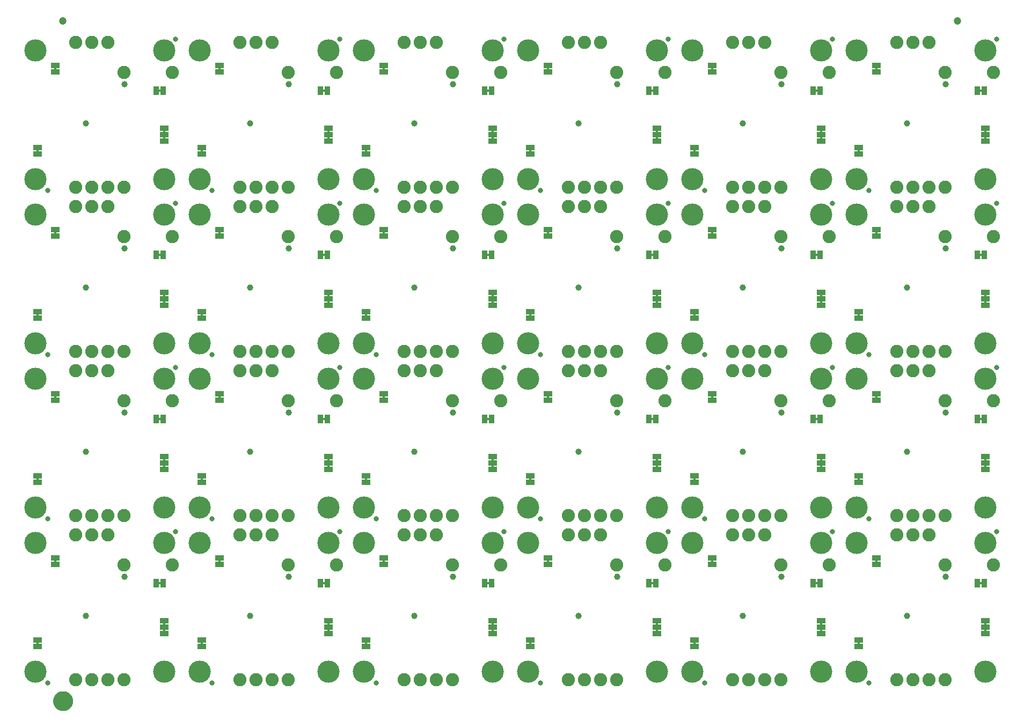
<source format=gbs>
G04 EAGLE Gerber RS-274X export*
G75*
%MOMM*%
%FSLAX34Y34*%
%LPD*%
%INSoldermask Bottom*%
%IPPOS*%
%AMOC8*
5,1,8,0,0,1.08239X$1,22.5*%
G01*
%ADD10C,0.838200*%
%ADD11C,2.082800*%
%ADD12R,1.473200X0.863600*%
%ADD13C,3.505200*%
%ADD14C,1.003200*%
%ADD15R,0.863600X1.473200*%
%ADD16C,1.203200*%
%ADD17C,1.270000*%
%ADD18C,1.703200*%

G36*
X1094094Y974255D02*
X1094094Y974255D01*
X1094159Y974257D01*
X1094203Y974274D01*
X1094250Y974283D01*
X1094306Y974316D01*
X1094367Y974341D01*
X1094402Y974373D01*
X1094443Y974397D01*
X1094484Y974448D01*
X1094533Y974492D01*
X1094554Y974534D01*
X1094584Y974571D01*
X1094605Y974633D01*
X1094635Y974692D01*
X1094644Y974746D01*
X1094656Y974784D01*
X1094655Y974823D01*
X1094663Y974877D01*
X1094663Y978687D01*
X1094651Y978752D01*
X1094649Y978818D01*
X1094632Y978862D01*
X1094623Y978908D01*
X1094590Y978965D01*
X1094565Y979026D01*
X1094533Y979061D01*
X1094509Y979101D01*
X1094458Y979143D01*
X1094414Y979191D01*
X1094372Y979213D01*
X1094335Y979243D01*
X1094273Y979264D01*
X1094214Y979294D01*
X1094160Y979302D01*
X1094123Y979315D01*
X1094083Y979314D01*
X1094029Y979322D01*
X1091489Y979322D01*
X1091424Y979310D01*
X1091358Y979308D01*
X1091315Y979290D01*
X1091268Y979282D01*
X1091211Y979248D01*
X1091150Y979224D01*
X1091116Y979192D01*
X1091075Y979168D01*
X1091033Y979117D01*
X1090985Y979072D01*
X1090963Y979030D01*
X1090933Y978994D01*
X1090912Y978931D01*
X1090882Y978873D01*
X1090874Y978818D01*
X1090862Y978781D01*
X1090862Y978777D01*
X1090863Y978741D01*
X1090855Y978687D01*
X1090855Y974877D01*
X1090866Y974813D01*
X1090868Y974747D01*
X1090886Y974703D01*
X1090894Y974657D01*
X1090928Y974600D01*
X1090952Y974539D01*
X1090984Y974504D01*
X1091008Y974463D01*
X1091059Y974422D01*
X1091104Y974373D01*
X1091146Y974352D01*
X1091183Y974322D01*
X1091245Y974301D01*
X1091303Y974271D01*
X1091358Y974263D01*
X1091395Y974250D01*
X1091434Y974251D01*
X1091489Y974243D01*
X1094029Y974243D01*
X1094094Y974255D01*
G37*
G36*
X316854Y974255D02*
X316854Y974255D01*
X316919Y974257D01*
X316963Y974274D01*
X317010Y974283D01*
X317066Y974316D01*
X317127Y974341D01*
X317162Y974373D01*
X317203Y974397D01*
X317244Y974448D01*
X317293Y974492D01*
X317314Y974534D01*
X317344Y974571D01*
X317365Y974633D01*
X317395Y974692D01*
X317404Y974746D01*
X317416Y974784D01*
X317415Y974823D01*
X317423Y974877D01*
X317423Y978687D01*
X317411Y978752D01*
X317409Y978818D01*
X317392Y978862D01*
X317383Y978908D01*
X317350Y978965D01*
X317325Y979026D01*
X317293Y979061D01*
X317269Y979101D01*
X317218Y979143D01*
X317174Y979191D01*
X317132Y979213D01*
X317095Y979243D01*
X317033Y979264D01*
X316974Y979294D01*
X316920Y979302D01*
X316883Y979315D01*
X316843Y979314D01*
X316789Y979322D01*
X314249Y979322D01*
X314184Y979310D01*
X314118Y979308D01*
X314075Y979290D01*
X314028Y979282D01*
X313971Y979248D01*
X313910Y979224D01*
X313876Y979192D01*
X313835Y979168D01*
X313793Y979117D01*
X313745Y979072D01*
X313723Y979030D01*
X313693Y978994D01*
X313672Y978931D01*
X313642Y978873D01*
X313634Y978818D01*
X313622Y978781D01*
X313622Y978777D01*
X313623Y978741D01*
X313615Y978687D01*
X313615Y974877D01*
X313626Y974813D01*
X313628Y974747D01*
X313646Y974703D01*
X313654Y974657D01*
X313688Y974600D01*
X313712Y974539D01*
X313744Y974504D01*
X313768Y974463D01*
X313819Y974422D01*
X313864Y974373D01*
X313906Y974352D01*
X313943Y974322D01*
X314005Y974301D01*
X314063Y974271D01*
X314118Y974263D01*
X314155Y974250D01*
X314194Y974251D01*
X314249Y974243D01*
X316789Y974243D01*
X316854Y974255D01*
G37*
G36*
X575934Y974255D02*
X575934Y974255D01*
X575999Y974257D01*
X576043Y974274D01*
X576090Y974283D01*
X576146Y974316D01*
X576207Y974341D01*
X576242Y974373D01*
X576283Y974397D01*
X576324Y974448D01*
X576373Y974492D01*
X576394Y974534D01*
X576424Y974571D01*
X576445Y974633D01*
X576475Y974692D01*
X576484Y974746D01*
X576496Y974784D01*
X576495Y974823D01*
X576503Y974877D01*
X576503Y978687D01*
X576491Y978752D01*
X576489Y978818D01*
X576472Y978862D01*
X576463Y978908D01*
X576430Y978965D01*
X576405Y979026D01*
X576373Y979061D01*
X576349Y979101D01*
X576298Y979143D01*
X576254Y979191D01*
X576212Y979213D01*
X576175Y979243D01*
X576113Y979264D01*
X576054Y979294D01*
X576000Y979302D01*
X575963Y979315D01*
X575923Y979314D01*
X575869Y979322D01*
X573329Y979322D01*
X573264Y979310D01*
X573198Y979308D01*
X573155Y979290D01*
X573108Y979282D01*
X573051Y979248D01*
X572990Y979224D01*
X572956Y979192D01*
X572915Y979168D01*
X572873Y979117D01*
X572825Y979072D01*
X572803Y979030D01*
X572773Y978994D01*
X572752Y978931D01*
X572722Y978873D01*
X572714Y978818D01*
X572702Y978781D01*
X572702Y978777D01*
X572703Y978741D01*
X572695Y978687D01*
X572695Y974877D01*
X572706Y974813D01*
X572708Y974747D01*
X572726Y974703D01*
X572734Y974657D01*
X572768Y974600D01*
X572792Y974539D01*
X572824Y974504D01*
X572848Y974463D01*
X572899Y974422D01*
X572944Y974373D01*
X572986Y974352D01*
X573023Y974322D01*
X573085Y974301D01*
X573143Y974271D01*
X573198Y974263D01*
X573235Y974250D01*
X573274Y974251D01*
X573329Y974243D01*
X575869Y974243D01*
X575934Y974255D01*
G37*
G36*
X57774Y974255D02*
X57774Y974255D01*
X57839Y974257D01*
X57883Y974274D01*
X57930Y974283D01*
X57986Y974316D01*
X58047Y974341D01*
X58082Y974373D01*
X58123Y974397D01*
X58164Y974448D01*
X58213Y974492D01*
X58234Y974534D01*
X58264Y974571D01*
X58285Y974633D01*
X58315Y974692D01*
X58324Y974746D01*
X58336Y974784D01*
X58335Y974823D01*
X58343Y974877D01*
X58343Y978687D01*
X58331Y978752D01*
X58329Y978818D01*
X58312Y978862D01*
X58303Y978908D01*
X58270Y978965D01*
X58245Y979026D01*
X58213Y979061D01*
X58189Y979101D01*
X58138Y979143D01*
X58094Y979191D01*
X58052Y979213D01*
X58015Y979243D01*
X57953Y979264D01*
X57894Y979294D01*
X57840Y979302D01*
X57803Y979315D01*
X57763Y979314D01*
X57709Y979322D01*
X55169Y979322D01*
X55104Y979310D01*
X55038Y979308D01*
X54995Y979290D01*
X54948Y979282D01*
X54891Y979248D01*
X54830Y979224D01*
X54796Y979192D01*
X54755Y979168D01*
X54713Y979117D01*
X54665Y979072D01*
X54643Y979030D01*
X54613Y978994D01*
X54592Y978931D01*
X54562Y978873D01*
X54554Y978818D01*
X54542Y978781D01*
X54542Y978777D01*
X54543Y978741D01*
X54535Y978687D01*
X54535Y974877D01*
X54546Y974813D01*
X54548Y974747D01*
X54566Y974703D01*
X54574Y974657D01*
X54608Y974600D01*
X54632Y974539D01*
X54664Y974504D01*
X54688Y974463D01*
X54739Y974422D01*
X54784Y974373D01*
X54826Y974352D01*
X54863Y974322D01*
X54925Y974301D01*
X54983Y974271D01*
X55038Y974263D01*
X55075Y974250D01*
X55114Y974251D01*
X55169Y974243D01*
X57709Y974243D01*
X57774Y974255D01*
G37*
G36*
X835014Y974255D02*
X835014Y974255D01*
X835079Y974257D01*
X835123Y974274D01*
X835170Y974283D01*
X835226Y974316D01*
X835287Y974341D01*
X835322Y974373D01*
X835363Y974397D01*
X835404Y974448D01*
X835453Y974492D01*
X835474Y974534D01*
X835504Y974571D01*
X835525Y974633D01*
X835555Y974692D01*
X835564Y974746D01*
X835576Y974784D01*
X835575Y974823D01*
X835583Y974877D01*
X835583Y978687D01*
X835571Y978752D01*
X835569Y978818D01*
X835552Y978862D01*
X835543Y978908D01*
X835510Y978965D01*
X835485Y979026D01*
X835453Y979061D01*
X835429Y979101D01*
X835378Y979143D01*
X835334Y979191D01*
X835292Y979213D01*
X835255Y979243D01*
X835193Y979264D01*
X835134Y979294D01*
X835080Y979302D01*
X835043Y979315D01*
X835003Y979314D01*
X834949Y979322D01*
X832409Y979322D01*
X832344Y979310D01*
X832278Y979308D01*
X832235Y979290D01*
X832188Y979282D01*
X832131Y979248D01*
X832070Y979224D01*
X832036Y979192D01*
X831995Y979168D01*
X831953Y979117D01*
X831905Y979072D01*
X831883Y979030D01*
X831853Y978994D01*
X831832Y978931D01*
X831802Y978873D01*
X831794Y978818D01*
X831782Y978781D01*
X831782Y978777D01*
X831783Y978741D01*
X831775Y978687D01*
X831775Y974877D01*
X831786Y974813D01*
X831788Y974747D01*
X831806Y974703D01*
X831814Y974657D01*
X831848Y974600D01*
X831872Y974539D01*
X831904Y974504D01*
X831928Y974463D01*
X831979Y974422D01*
X832024Y974373D01*
X832066Y974352D01*
X832103Y974322D01*
X832165Y974301D01*
X832223Y974271D01*
X832278Y974263D01*
X832315Y974250D01*
X832354Y974251D01*
X832409Y974243D01*
X834949Y974243D01*
X835014Y974255D01*
G37*
G36*
X1353174Y974255D02*
X1353174Y974255D01*
X1353239Y974257D01*
X1353283Y974274D01*
X1353330Y974283D01*
X1353386Y974316D01*
X1353447Y974341D01*
X1353482Y974373D01*
X1353523Y974397D01*
X1353564Y974448D01*
X1353613Y974492D01*
X1353634Y974534D01*
X1353664Y974571D01*
X1353685Y974633D01*
X1353715Y974692D01*
X1353724Y974746D01*
X1353736Y974784D01*
X1353735Y974823D01*
X1353743Y974877D01*
X1353743Y978687D01*
X1353731Y978752D01*
X1353729Y978818D01*
X1353712Y978862D01*
X1353703Y978908D01*
X1353670Y978965D01*
X1353645Y979026D01*
X1353613Y979061D01*
X1353589Y979101D01*
X1353538Y979143D01*
X1353494Y979191D01*
X1353452Y979213D01*
X1353415Y979243D01*
X1353353Y979264D01*
X1353294Y979294D01*
X1353240Y979302D01*
X1353203Y979315D01*
X1353163Y979314D01*
X1353109Y979322D01*
X1350569Y979322D01*
X1350504Y979310D01*
X1350438Y979308D01*
X1350395Y979290D01*
X1350348Y979282D01*
X1350291Y979248D01*
X1350230Y979224D01*
X1350196Y979192D01*
X1350155Y979168D01*
X1350113Y979117D01*
X1350065Y979072D01*
X1350043Y979030D01*
X1350013Y978994D01*
X1349992Y978931D01*
X1349962Y978873D01*
X1349954Y978818D01*
X1349942Y978781D01*
X1349942Y978777D01*
X1349943Y978741D01*
X1349935Y978687D01*
X1349935Y974877D01*
X1349946Y974813D01*
X1349948Y974747D01*
X1349966Y974703D01*
X1349974Y974657D01*
X1350008Y974600D01*
X1350032Y974539D01*
X1350064Y974504D01*
X1350088Y974463D01*
X1350139Y974422D01*
X1350184Y974373D01*
X1350226Y974352D01*
X1350263Y974322D01*
X1350325Y974301D01*
X1350383Y974271D01*
X1350438Y974263D01*
X1350475Y974250D01*
X1350514Y974251D01*
X1350569Y974243D01*
X1353109Y974243D01*
X1353174Y974255D01*
G37*
G36*
X1007073Y87998D02*
X1007073Y87998D01*
X1007139Y88000D01*
X1007183Y88018D01*
X1007229Y88026D01*
X1007286Y88060D01*
X1007347Y88084D01*
X1007382Y88116D01*
X1007422Y88140D01*
X1007464Y88191D01*
X1007512Y88236D01*
X1007534Y88278D01*
X1007564Y88314D01*
X1007585Y88377D01*
X1007615Y88435D01*
X1007623Y88490D01*
X1007636Y88527D01*
X1007635Y88566D01*
X1007643Y88621D01*
X1007643Y92431D01*
X1007631Y92495D01*
X1007629Y92561D01*
X1007611Y92605D01*
X1007603Y92651D01*
X1007569Y92708D01*
X1007545Y92769D01*
X1007513Y92804D01*
X1007489Y92845D01*
X1007438Y92886D01*
X1007393Y92935D01*
X1007351Y92956D01*
X1007315Y92986D01*
X1007252Y93007D01*
X1007194Y93037D01*
X1007139Y93045D01*
X1007102Y93058D01*
X1007063Y93057D01*
X1007008Y93065D01*
X1004468Y93065D01*
X1004404Y93053D01*
X1004338Y93051D01*
X1004294Y93034D01*
X1004248Y93025D01*
X1004191Y92992D01*
X1004130Y92967D01*
X1004095Y92935D01*
X1004054Y92911D01*
X1004013Y92860D01*
X1003964Y92816D01*
X1003943Y92774D01*
X1003913Y92737D01*
X1003892Y92675D01*
X1003862Y92616D01*
X1003854Y92562D01*
X1003841Y92524D01*
X1003841Y92520D01*
X1003842Y92484D01*
X1003834Y92431D01*
X1003834Y88621D01*
X1003846Y88556D01*
X1003848Y88490D01*
X1003865Y88446D01*
X1003874Y88400D01*
X1003907Y88343D01*
X1003932Y88282D01*
X1003964Y88247D01*
X1003988Y88207D01*
X1004039Y88165D01*
X1004083Y88117D01*
X1004126Y88095D01*
X1004162Y88065D01*
X1004224Y88044D01*
X1004283Y88014D01*
X1004337Y88006D01*
X1004375Y87993D01*
X1004414Y87995D01*
X1004468Y87986D01*
X1007008Y87986D01*
X1007073Y87998D01*
G37*
G36*
X488913Y87998D02*
X488913Y87998D01*
X488979Y88000D01*
X489023Y88018D01*
X489069Y88026D01*
X489126Y88060D01*
X489187Y88084D01*
X489222Y88116D01*
X489262Y88140D01*
X489304Y88191D01*
X489352Y88236D01*
X489374Y88278D01*
X489404Y88314D01*
X489425Y88377D01*
X489455Y88435D01*
X489463Y88490D01*
X489476Y88527D01*
X489475Y88566D01*
X489483Y88621D01*
X489483Y92431D01*
X489471Y92495D01*
X489469Y92561D01*
X489451Y92605D01*
X489443Y92651D01*
X489409Y92708D01*
X489385Y92769D01*
X489353Y92804D01*
X489329Y92845D01*
X489278Y92886D01*
X489233Y92935D01*
X489191Y92956D01*
X489155Y92986D01*
X489092Y93007D01*
X489034Y93037D01*
X488979Y93045D01*
X488942Y93058D01*
X488903Y93057D01*
X488848Y93065D01*
X486308Y93065D01*
X486244Y93053D01*
X486178Y93051D01*
X486134Y93034D01*
X486088Y93025D01*
X486031Y92992D01*
X485970Y92967D01*
X485935Y92935D01*
X485894Y92911D01*
X485853Y92860D01*
X485804Y92816D01*
X485783Y92774D01*
X485753Y92737D01*
X485732Y92675D01*
X485702Y92616D01*
X485694Y92562D01*
X485681Y92524D01*
X485681Y92520D01*
X485682Y92484D01*
X485674Y92431D01*
X485674Y88621D01*
X485686Y88556D01*
X485688Y88490D01*
X485705Y88446D01*
X485714Y88400D01*
X485747Y88343D01*
X485772Y88282D01*
X485804Y88247D01*
X485828Y88207D01*
X485879Y88165D01*
X485923Y88117D01*
X485966Y88095D01*
X486002Y88065D01*
X486064Y88044D01*
X486123Y88014D01*
X486177Y88006D01*
X486215Y87993D01*
X486254Y87995D01*
X486308Y87986D01*
X488848Y87986D01*
X488913Y87998D01*
G37*
G36*
X1266153Y87998D02*
X1266153Y87998D01*
X1266219Y88000D01*
X1266263Y88018D01*
X1266309Y88026D01*
X1266366Y88060D01*
X1266427Y88084D01*
X1266462Y88116D01*
X1266502Y88140D01*
X1266544Y88191D01*
X1266592Y88236D01*
X1266614Y88278D01*
X1266644Y88314D01*
X1266665Y88377D01*
X1266695Y88435D01*
X1266703Y88490D01*
X1266716Y88527D01*
X1266715Y88566D01*
X1266723Y88621D01*
X1266723Y92431D01*
X1266711Y92495D01*
X1266709Y92561D01*
X1266691Y92605D01*
X1266683Y92651D01*
X1266649Y92708D01*
X1266625Y92769D01*
X1266593Y92804D01*
X1266569Y92845D01*
X1266518Y92886D01*
X1266473Y92935D01*
X1266431Y92956D01*
X1266395Y92986D01*
X1266332Y93007D01*
X1266274Y93037D01*
X1266219Y93045D01*
X1266182Y93058D01*
X1266143Y93057D01*
X1266088Y93065D01*
X1263548Y93065D01*
X1263484Y93053D01*
X1263418Y93051D01*
X1263374Y93034D01*
X1263328Y93025D01*
X1263271Y92992D01*
X1263210Y92967D01*
X1263175Y92935D01*
X1263134Y92911D01*
X1263093Y92860D01*
X1263044Y92816D01*
X1263023Y92774D01*
X1262993Y92737D01*
X1262972Y92675D01*
X1262942Y92616D01*
X1262934Y92562D01*
X1262921Y92524D01*
X1262921Y92520D01*
X1262922Y92484D01*
X1262914Y92431D01*
X1262914Y88621D01*
X1262926Y88556D01*
X1262928Y88490D01*
X1262945Y88446D01*
X1262954Y88400D01*
X1262987Y88343D01*
X1263012Y88282D01*
X1263044Y88247D01*
X1263068Y88207D01*
X1263119Y88165D01*
X1263163Y88117D01*
X1263206Y88095D01*
X1263242Y88065D01*
X1263304Y88044D01*
X1263363Y88014D01*
X1263417Y88006D01*
X1263455Y87993D01*
X1263494Y87995D01*
X1263548Y87986D01*
X1266088Y87986D01*
X1266153Y87998D01*
G37*
G36*
X1525233Y87998D02*
X1525233Y87998D01*
X1525299Y88000D01*
X1525343Y88018D01*
X1525389Y88026D01*
X1525446Y88060D01*
X1525507Y88084D01*
X1525542Y88116D01*
X1525582Y88140D01*
X1525624Y88191D01*
X1525672Y88236D01*
X1525694Y88278D01*
X1525724Y88314D01*
X1525745Y88377D01*
X1525775Y88435D01*
X1525783Y88490D01*
X1525796Y88527D01*
X1525795Y88566D01*
X1525803Y88621D01*
X1525803Y92431D01*
X1525791Y92495D01*
X1525789Y92561D01*
X1525771Y92605D01*
X1525763Y92651D01*
X1525729Y92708D01*
X1525705Y92769D01*
X1525673Y92804D01*
X1525649Y92845D01*
X1525598Y92886D01*
X1525553Y92935D01*
X1525511Y92956D01*
X1525475Y92986D01*
X1525412Y93007D01*
X1525354Y93037D01*
X1525299Y93045D01*
X1525262Y93058D01*
X1525223Y93057D01*
X1525168Y93065D01*
X1522628Y93065D01*
X1522564Y93053D01*
X1522498Y93051D01*
X1522454Y93034D01*
X1522408Y93025D01*
X1522351Y92992D01*
X1522290Y92967D01*
X1522255Y92935D01*
X1522214Y92911D01*
X1522173Y92860D01*
X1522124Y92816D01*
X1522103Y92774D01*
X1522073Y92737D01*
X1522052Y92675D01*
X1522022Y92616D01*
X1522014Y92562D01*
X1522001Y92524D01*
X1522001Y92520D01*
X1522002Y92484D01*
X1521994Y92431D01*
X1521994Y88621D01*
X1522006Y88556D01*
X1522008Y88490D01*
X1522025Y88446D01*
X1522034Y88400D01*
X1522067Y88343D01*
X1522092Y88282D01*
X1522124Y88247D01*
X1522148Y88207D01*
X1522199Y88165D01*
X1522243Y88117D01*
X1522286Y88095D01*
X1522322Y88065D01*
X1522384Y88044D01*
X1522443Y88014D01*
X1522497Y88006D01*
X1522535Y87993D01*
X1522574Y87995D01*
X1522628Y87986D01*
X1525168Y87986D01*
X1525233Y87998D01*
G37*
G36*
X747993Y87998D02*
X747993Y87998D01*
X748059Y88000D01*
X748103Y88018D01*
X748149Y88026D01*
X748206Y88060D01*
X748267Y88084D01*
X748302Y88116D01*
X748342Y88140D01*
X748384Y88191D01*
X748432Y88236D01*
X748454Y88278D01*
X748484Y88314D01*
X748505Y88377D01*
X748535Y88435D01*
X748543Y88490D01*
X748556Y88527D01*
X748555Y88566D01*
X748563Y88621D01*
X748563Y92431D01*
X748551Y92495D01*
X748549Y92561D01*
X748531Y92605D01*
X748523Y92651D01*
X748489Y92708D01*
X748465Y92769D01*
X748433Y92804D01*
X748409Y92845D01*
X748358Y92886D01*
X748313Y92935D01*
X748271Y92956D01*
X748235Y92986D01*
X748172Y93007D01*
X748114Y93037D01*
X748059Y93045D01*
X748022Y93058D01*
X747983Y93057D01*
X747928Y93065D01*
X745388Y93065D01*
X745324Y93053D01*
X745258Y93051D01*
X745214Y93034D01*
X745168Y93025D01*
X745111Y92992D01*
X745050Y92967D01*
X745015Y92935D01*
X744974Y92911D01*
X744933Y92860D01*
X744884Y92816D01*
X744863Y92774D01*
X744833Y92737D01*
X744812Y92675D01*
X744782Y92616D01*
X744774Y92562D01*
X744761Y92524D01*
X744761Y92520D01*
X744762Y92484D01*
X744754Y92431D01*
X744754Y88621D01*
X744766Y88556D01*
X744768Y88490D01*
X744785Y88446D01*
X744794Y88400D01*
X744827Y88343D01*
X744852Y88282D01*
X744884Y88247D01*
X744908Y88207D01*
X744959Y88165D01*
X745003Y88117D01*
X745046Y88095D01*
X745082Y88065D01*
X745144Y88044D01*
X745203Y88014D01*
X745257Y88006D01*
X745295Y87993D01*
X745334Y87995D01*
X745388Y87986D01*
X747928Y87986D01*
X747993Y87998D01*
G37*
G36*
X229833Y87998D02*
X229833Y87998D01*
X229899Y88000D01*
X229943Y88018D01*
X229989Y88026D01*
X230046Y88060D01*
X230107Y88084D01*
X230142Y88116D01*
X230182Y88140D01*
X230224Y88191D01*
X230272Y88236D01*
X230294Y88278D01*
X230324Y88314D01*
X230345Y88377D01*
X230375Y88435D01*
X230383Y88490D01*
X230396Y88527D01*
X230395Y88566D01*
X230403Y88621D01*
X230403Y92431D01*
X230391Y92495D01*
X230389Y92561D01*
X230371Y92605D01*
X230363Y92651D01*
X230329Y92708D01*
X230305Y92769D01*
X230273Y92804D01*
X230249Y92845D01*
X230198Y92886D01*
X230153Y92935D01*
X230111Y92956D01*
X230075Y92986D01*
X230012Y93007D01*
X229954Y93037D01*
X229899Y93045D01*
X229862Y93058D01*
X229823Y93057D01*
X229768Y93065D01*
X227228Y93065D01*
X227164Y93053D01*
X227098Y93051D01*
X227054Y93034D01*
X227008Y93025D01*
X226951Y92992D01*
X226890Y92967D01*
X226855Y92935D01*
X226814Y92911D01*
X226773Y92860D01*
X226724Y92816D01*
X226703Y92774D01*
X226673Y92737D01*
X226652Y92675D01*
X226622Y92616D01*
X226614Y92562D01*
X226601Y92524D01*
X226601Y92520D01*
X226602Y92484D01*
X226594Y92431D01*
X226594Y88621D01*
X226606Y88556D01*
X226608Y88490D01*
X226625Y88446D01*
X226634Y88400D01*
X226667Y88343D01*
X226692Y88282D01*
X226724Y88247D01*
X226748Y88207D01*
X226799Y88165D01*
X226843Y88117D01*
X226886Y88095D01*
X226922Y88065D01*
X226984Y88044D01*
X227043Y88014D01*
X227097Y88006D01*
X227135Y87993D01*
X227174Y87995D01*
X227228Y87986D01*
X229768Y87986D01*
X229833Y87998D01*
G37*
G36*
X1007073Y875398D02*
X1007073Y875398D01*
X1007139Y875400D01*
X1007183Y875418D01*
X1007229Y875426D01*
X1007286Y875460D01*
X1007347Y875484D01*
X1007382Y875516D01*
X1007422Y875540D01*
X1007464Y875591D01*
X1007512Y875636D01*
X1007534Y875678D01*
X1007564Y875714D01*
X1007585Y875777D01*
X1007615Y875835D01*
X1007623Y875890D01*
X1007636Y875927D01*
X1007635Y875966D01*
X1007643Y876021D01*
X1007643Y879831D01*
X1007631Y879895D01*
X1007629Y879961D01*
X1007611Y880005D01*
X1007603Y880051D01*
X1007569Y880108D01*
X1007545Y880169D01*
X1007513Y880204D01*
X1007489Y880245D01*
X1007438Y880286D01*
X1007393Y880335D01*
X1007351Y880356D01*
X1007315Y880386D01*
X1007252Y880407D01*
X1007194Y880437D01*
X1007139Y880445D01*
X1007102Y880458D01*
X1007063Y880457D01*
X1007008Y880465D01*
X1004468Y880465D01*
X1004404Y880453D01*
X1004338Y880451D01*
X1004294Y880434D01*
X1004248Y880425D01*
X1004191Y880392D01*
X1004130Y880367D01*
X1004095Y880335D01*
X1004054Y880311D01*
X1004013Y880260D01*
X1003964Y880216D01*
X1003943Y880174D01*
X1003913Y880137D01*
X1003892Y880075D01*
X1003862Y880016D01*
X1003854Y879962D01*
X1003841Y879924D01*
X1003841Y879920D01*
X1003842Y879884D01*
X1003834Y879831D01*
X1003834Y876021D01*
X1003846Y875956D01*
X1003848Y875890D01*
X1003865Y875846D01*
X1003874Y875800D01*
X1003907Y875743D01*
X1003932Y875682D01*
X1003964Y875647D01*
X1003988Y875607D01*
X1004039Y875565D01*
X1004083Y875517D01*
X1004126Y875495D01*
X1004162Y875465D01*
X1004224Y875444D01*
X1004283Y875414D01*
X1004337Y875406D01*
X1004375Y875393D01*
X1004414Y875395D01*
X1004468Y875386D01*
X1007008Y875386D01*
X1007073Y875398D01*
G37*
G36*
X1525233Y875398D02*
X1525233Y875398D01*
X1525299Y875400D01*
X1525343Y875418D01*
X1525389Y875426D01*
X1525446Y875460D01*
X1525507Y875484D01*
X1525542Y875516D01*
X1525582Y875540D01*
X1525624Y875591D01*
X1525672Y875636D01*
X1525694Y875678D01*
X1525724Y875714D01*
X1525745Y875777D01*
X1525775Y875835D01*
X1525783Y875890D01*
X1525796Y875927D01*
X1525795Y875966D01*
X1525803Y876021D01*
X1525803Y879831D01*
X1525791Y879895D01*
X1525789Y879961D01*
X1525771Y880005D01*
X1525763Y880051D01*
X1525729Y880108D01*
X1525705Y880169D01*
X1525673Y880204D01*
X1525649Y880245D01*
X1525598Y880286D01*
X1525553Y880335D01*
X1525511Y880356D01*
X1525475Y880386D01*
X1525412Y880407D01*
X1525354Y880437D01*
X1525299Y880445D01*
X1525262Y880458D01*
X1525223Y880457D01*
X1525168Y880465D01*
X1522628Y880465D01*
X1522564Y880453D01*
X1522498Y880451D01*
X1522454Y880434D01*
X1522408Y880425D01*
X1522351Y880392D01*
X1522290Y880367D01*
X1522255Y880335D01*
X1522214Y880311D01*
X1522173Y880260D01*
X1522124Y880216D01*
X1522103Y880174D01*
X1522073Y880137D01*
X1522052Y880075D01*
X1522022Y880016D01*
X1522014Y879962D01*
X1522001Y879924D01*
X1522001Y879920D01*
X1522002Y879884D01*
X1521994Y879831D01*
X1521994Y876021D01*
X1522006Y875956D01*
X1522008Y875890D01*
X1522025Y875846D01*
X1522034Y875800D01*
X1522067Y875743D01*
X1522092Y875682D01*
X1522124Y875647D01*
X1522148Y875607D01*
X1522199Y875565D01*
X1522243Y875517D01*
X1522286Y875495D01*
X1522322Y875465D01*
X1522384Y875444D01*
X1522443Y875414D01*
X1522497Y875406D01*
X1522535Y875393D01*
X1522574Y875395D01*
X1522628Y875386D01*
X1525168Y875386D01*
X1525233Y875398D01*
G37*
G36*
X488913Y875398D02*
X488913Y875398D01*
X488979Y875400D01*
X489023Y875418D01*
X489069Y875426D01*
X489126Y875460D01*
X489187Y875484D01*
X489222Y875516D01*
X489262Y875540D01*
X489304Y875591D01*
X489352Y875636D01*
X489374Y875678D01*
X489404Y875714D01*
X489425Y875777D01*
X489455Y875835D01*
X489463Y875890D01*
X489476Y875927D01*
X489475Y875966D01*
X489483Y876021D01*
X489483Y879831D01*
X489471Y879895D01*
X489469Y879961D01*
X489451Y880005D01*
X489443Y880051D01*
X489409Y880108D01*
X489385Y880169D01*
X489353Y880204D01*
X489329Y880245D01*
X489278Y880286D01*
X489233Y880335D01*
X489191Y880356D01*
X489155Y880386D01*
X489092Y880407D01*
X489034Y880437D01*
X488979Y880445D01*
X488942Y880458D01*
X488903Y880457D01*
X488848Y880465D01*
X486308Y880465D01*
X486244Y880453D01*
X486178Y880451D01*
X486134Y880434D01*
X486088Y880425D01*
X486031Y880392D01*
X485970Y880367D01*
X485935Y880335D01*
X485894Y880311D01*
X485853Y880260D01*
X485804Y880216D01*
X485783Y880174D01*
X485753Y880137D01*
X485732Y880075D01*
X485702Y880016D01*
X485694Y879962D01*
X485681Y879924D01*
X485681Y879920D01*
X485682Y879884D01*
X485674Y879831D01*
X485674Y876021D01*
X485686Y875956D01*
X485688Y875890D01*
X485705Y875846D01*
X485714Y875800D01*
X485747Y875743D01*
X485772Y875682D01*
X485804Y875647D01*
X485828Y875607D01*
X485879Y875565D01*
X485923Y875517D01*
X485966Y875495D01*
X486002Y875465D01*
X486064Y875444D01*
X486123Y875414D01*
X486177Y875406D01*
X486215Y875393D01*
X486254Y875395D01*
X486308Y875386D01*
X488848Y875386D01*
X488913Y875398D01*
G37*
G36*
X229833Y875398D02*
X229833Y875398D01*
X229899Y875400D01*
X229943Y875418D01*
X229989Y875426D01*
X230046Y875460D01*
X230107Y875484D01*
X230142Y875516D01*
X230182Y875540D01*
X230224Y875591D01*
X230272Y875636D01*
X230294Y875678D01*
X230324Y875714D01*
X230345Y875777D01*
X230375Y875835D01*
X230383Y875890D01*
X230396Y875927D01*
X230395Y875966D01*
X230403Y876021D01*
X230403Y879831D01*
X230391Y879895D01*
X230389Y879961D01*
X230371Y880005D01*
X230363Y880051D01*
X230329Y880108D01*
X230305Y880169D01*
X230273Y880204D01*
X230249Y880245D01*
X230198Y880286D01*
X230153Y880335D01*
X230111Y880356D01*
X230075Y880386D01*
X230012Y880407D01*
X229954Y880437D01*
X229899Y880445D01*
X229862Y880458D01*
X229823Y880457D01*
X229768Y880465D01*
X227228Y880465D01*
X227164Y880453D01*
X227098Y880451D01*
X227054Y880434D01*
X227008Y880425D01*
X226951Y880392D01*
X226890Y880367D01*
X226855Y880335D01*
X226814Y880311D01*
X226773Y880260D01*
X226724Y880216D01*
X226703Y880174D01*
X226673Y880137D01*
X226652Y880075D01*
X226622Y880016D01*
X226614Y879962D01*
X226601Y879924D01*
X226601Y879920D01*
X226602Y879884D01*
X226594Y879831D01*
X226594Y876021D01*
X226606Y875956D01*
X226608Y875890D01*
X226625Y875846D01*
X226634Y875800D01*
X226667Y875743D01*
X226692Y875682D01*
X226724Y875647D01*
X226748Y875607D01*
X226799Y875565D01*
X226843Y875517D01*
X226886Y875495D01*
X226922Y875465D01*
X226984Y875444D01*
X227043Y875414D01*
X227097Y875406D01*
X227135Y875393D01*
X227174Y875395D01*
X227228Y875386D01*
X229768Y875386D01*
X229833Y875398D01*
G37*
G36*
X747993Y875398D02*
X747993Y875398D01*
X748059Y875400D01*
X748103Y875418D01*
X748149Y875426D01*
X748206Y875460D01*
X748267Y875484D01*
X748302Y875516D01*
X748342Y875540D01*
X748384Y875591D01*
X748432Y875636D01*
X748454Y875678D01*
X748484Y875714D01*
X748505Y875777D01*
X748535Y875835D01*
X748543Y875890D01*
X748556Y875927D01*
X748555Y875966D01*
X748563Y876021D01*
X748563Y879831D01*
X748551Y879895D01*
X748549Y879961D01*
X748531Y880005D01*
X748523Y880051D01*
X748489Y880108D01*
X748465Y880169D01*
X748433Y880204D01*
X748409Y880245D01*
X748358Y880286D01*
X748313Y880335D01*
X748271Y880356D01*
X748235Y880386D01*
X748172Y880407D01*
X748114Y880437D01*
X748059Y880445D01*
X748022Y880458D01*
X747983Y880457D01*
X747928Y880465D01*
X745388Y880465D01*
X745324Y880453D01*
X745258Y880451D01*
X745214Y880434D01*
X745168Y880425D01*
X745111Y880392D01*
X745050Y880367D01*
X745015Y880335D01*
X744974Y880311D01*
X744933Y880260D01*
X744884Y880216D01*
X744863Y880174D01*
X744833Y880137D01*
X744812Y880075D01*
X744782Y880016D01*
X744774Y879962D01*
X744761Y879924D01*
X744761Y879920D01*
X744762Y879884D01*
X744754Y879831D01*
X744754Y876021D01*
X744766Y875956D01*
X744768Y875890D01*
X744785Y875846D01*
X744794Y875800D01*
X744827Y875743D01*
X744852Y875682D01*
X744884Y875647D01*
X744908Y875607D01*
X744959Y875565D01*
X745003Y875517D01*
X745046Y875495D01*
X745082Y875465D01*
X745144Y875444D01*
X745203Y875414D01*
X745257Y875406D01*
X745295Y875393D01*
X745334Y875395D01*
X745388Y875386D01*
X747928Y875386D01*
X747993Y875398D01*
G37*
G36*
X1266153Y875398D02*
X1266153Y875398D01*
X1266219Y875400D01*
X1266263Y875418D01*
X1266309Y875426D01*
X1266366Y875460D01*
X1266427Y875484D01*
X1266462Y875516D01*
X1266502Y875540D01*
X1266544Y875591D01*
X1266592Y875636D01*
X1266614Y875678D01*
X1266644Y875714D01*
X1266665Y875777D01*
X1266695Y875835D01*
X1266703Y875890D01*
X1266716Y875927D01*
X1266715Y875966D01*
X1266723Y876021D01*
X1266723Y879831D01*
X1266711Y879895D01*
X1266709Y879961D01*
X1266691Y880005D01*
X1266683Y880051D01*
X1266649Y880108D01*
X1266625Y880169D01*
X1266593Y880204D01*
X1266569Y880245D01*
X1266518Y880286D01*
X1266473Y880335D01*
X1266431Y880356D01*
X1266395Y880386D01*
X1266332Y880407D01*
X1266274Y880437D01*
X1266219Y880445D01*
X1266182Y880458D01*
X1266143Y880457D01*
X1266088Y880465D01*
X1263548Y880465D01*
X1263484Y880453D01*
X1263418Y880451D01*
X1263374Y880434D01*
X1263328Y880425D01*
X1263271Y880392D01*
X1263210Y880367D01*
X1263175Y880335D01*
X1263134Y880311D01*
X1263093Y880260D01*
X1263044Y880216D01*
X1263023Y880174D01*
X1262993Y880137D01*
X1262972Y880075D01*
X1262942Y880016D01*
X1262934Y879962D01*
X1262921Y879924D01*
X1262921Y879920D01*
X1262922Y879884D01*
X1262914Y879831D01*
X1262914Y876021D01*
X1262926Y875956D01*
X1262928Y875890D01*
X1262945Y875846D01*
X1262954Y875800D01*
X1262987Y875743D01*
X1263012Y875682D01*
X1263044Y875647D01*
X1263068Y875607D01*
X1263119Y875565D01*
X1263163Y875517D01*
X1263206Y875495D01*
X1263242Y875465D01*
X1263304Y875444D01*
X1263363Y875414D01*
X1263417Y875406D01*
X1263455Y875393D01*
X1263494Y875395D01*
X1263548Y875386D01*
X1266088Y875386D01*
X1266153Y875398D01*
G37*
G36*
X488913Y865238D02*
X488913Y865238D01*
X488979Y865240D01*
X489023Y865258D01*
X489069Y865266D01*
X489126Y865300D01*
X489187Y865324D01*
X489222Y865356D01*
X489262Y865380D01*
X489304Y865431D01*
X489352Y865476D01*
X489374Y865518D01*
X489404Y865554D01*
X489425Y865617D01*
X489455Y865675D01*
X489463Y865730D01*
X489476Y865767D01*
X489475Y865806D01*
X489483Y865861D01*
X489483Y869671D01*
X489471Y869735D01*
X489469Y869801D01*
X489451Y869845D01*
X489443Y869891D01*
X489409Y869948D01*
X489385Y870009D01*
X489353Y870044D01*
X489329Y870085D01*
X489278Y870126D01*
X489233Y870175D01*
X489191Y870196D01*
X489155Y870226D01*
X489092Y870247D01*
X489034Y870277D01*
X488979Y870285D01*
X488942Y870298D01*
X488903Y870297D01*
X488848Y870305D01*
X486308Y870305D01*
X486244Y870293D01*
X486178Y870291D01*
X486134Y870274D01*
X486088Y870265D01*
X486031Y870232D01*
X485970Y870207D01*
X485935Y870175D01*
X485894Y870151D01*
X485853Y870100D01*
X485804Y870056D01*
X485783Y870014D01*
X485753Y869977D01*
X485732Y869915D01*
X485702Y869856D01*
X485694Y869802D01*
X485681Y869764D01*
X485681Y869760D01*
X485682Y869724D01*
X485674Y869671D01*
X485674Y865861D01*
X485686Y865796D01*
X485688Y865730D01*
X485705Y865686D01*
X485714Y865640D01*
X485747Y865583D01*
X485772Y865522D01*
X485804Y865487D01*
X485828Y865447D01*
X485879Y865405D01*
X485923Y865357D01*
X485966Y865335D01*
X486002Y865305D01*
X486064Y865284D01*
X486123Y865254D01*
X486177Y865246D01*
X486215Y865233D01*
X486254Y865235D01*
X486308Y865226D01*
X488848Y865226D01*
X488913Y865238D01*
G37*
G36*
X1525233Y865238D02*
X1525233Y865238D01*
X1525299Y865240D01*
X1525343Y865258D01*
X1525389Y865266D01*
X1525446Y865300D01*
X1525507Y865324D01*
X1525542Y865356D01*
X1525582Y865380D01*
X1525624Y865431D01*
X1525672Y865476D01*
X1525694Y865518D01*
X1525724Y865554D01*
X1525745Y865617D01*
X1525775Y865675D01*
X1525783Y865730D01*
X1525796Y865767D01*
X1525795Y865806D01*
X1525803Y865861D01*
X1525803Y869671D01*
X1525791Y869735D01*
X1525789Y869801D01*
X1525771Y869845D01*
X1525763Y869891D01*
X1525729Y869948D01*
X1525705Y870009D01*
X1525673Y870044D01*
X1525649Y870085D01*
X1525598Y870126D01*
X1525553Y870175D01*
X1525511Y870196D01*
X1525475Y870226D01*
X1525412Y870247D01*
X1525354Y870277D01*
X1525299Y870285D01*
X1525262Y870298D01*
X1525223Y870297D01*
X1525168Y870305D01*
X1522628Y870305D01*
X1522564Y870293D01*
X1522498Y870291D01*
X1522454Y870274D01*
X1522408Y870265D01*
X1522351Y870232D01*
X1522290Y870207D01*
X1522255Y870175D01*
X1522214Y870151D01*
X1522173Y870100D01*
X1522124Y870056D01*
X1522103Y870014D01*
X1522073Y869977D01*
X1522052Y869915D01*
X1522022Y869856D01*
X1522014Y869802D01*
X1522001Y869764D01*
X1522001Y869760D01*
X1522002Y869724D01*
X1521994Y869671D01*
X1521994Y865861D01*
X1522006Y865796D01*
X1522008Y865730D01*
X1522025Y865686D01*
X1522034Y865640D01*
X1522067Y865583D01*
X1522092Y865522D01*
X1522124Y865487D01*
X1522148Y865447D01*
X1522199Y865405D01*
X1522243Y865357D01*
X1522286Y865335D01*
X1522322Y865305D01*
X1522384Y865284D01*
X1522443Y865254D01*
X1522497Y865246D01*
X1522535Y865233D01*
X1522574Y865235D01*
X1522628Y865226D01*
X1525168Y865226D01*
X1525233Y865238D01*
G37*
G36*
X1266153Y865238D02*
X1266153Y865238D01*
X1266219Y865240D01*
X1266263Y865258D01*
X1266309Y865266D01*
X1266366Y865300D01*
X1266427Y865324D01*
X1266462Y865356D01*
X1266502Y865380D01*
X1266544Y865431D01*
X1266592Y865476D01*
X1266614Y865518D01*
X1266644Y865554D01*
X1266665Y865617D01*
X1266695Y865675D01*
X1266703Y865730D01*
X1266716Y865767D01*
X1266715Y865806D01*
X1266723Y865861D01*
X1266723Y869671D01*
X1266711Y869735D01*
X1266709Y869801D01*
X1266691Y869845D01*
X1266683Y869891D01*
X1266649Y869948D01*
X1266625Y870009D01*
X1266593Y870044D01*
X1266569Y870085D01*
X1266518Y870126D01*
X1266473Y870175D01*
X1266431Y870196D01*
X1266395Y870226D01*
X1266332Y870247D01*
X1266274Y870277D01*
X1266219Y870285D01*
X1266182Y870298D01*
X1266143Y870297D01*
X1266088Y870305D01*
X1263548Y870305D01*
X1263484Y870293D01*
X1263418Y870291D01*
X1263374Y870274D01*
X1263328Y870265D01*
X1263271Y870232D01*
X1263210Y870207D01*
X1263175Y870175D01*
X1263134Y870151D01*
X1263093Y870100D01*
X1263044Y870056D01*
X1263023Y870014D01*
X1262993Y869977D01*
X1262972Y869915D01*
X1262942Y869856D01*
X1262934Y869802D01*
X1262921Y869764D01*
X1262921Y869760D01*
X1262922Y869724D01*
X1262914Y869671D01*
X1262914Y865861D01*
X1262926Y865796D01*
X1262928Y865730D01*
X1262945Y865686D01*
X1262954Y865640D01*
X1262987Y865583D01*
X1263012Y865522D01*
X1263044Y865487D01*
X1263068Y865447D01*
X1263119Y865405D01*
X1263163Y865357D01*
X1263206Y865335D01*
X1263242Y865305D01*
X1263304Y865284D01*
X1263363Y865254D01*
X1263417Y865246D01*
X1263455Y865233D01*
X1263494Y865235D01*
X1263548Y865226D01*
X1266088Y865226D01*
X1266153Y865238D01*
G37*
G36*
X747993Y865238D02*
X747993Y865238D01*
X748059Y865240D01*
X748103Y865258D01*
X748149Y865266D01*
X748206Y865300D01*
X748267Y865324D01*
X748302Y865356D01*
X748342Y865380D01*
X748384Y865431D01*
X748432Y865476D01*
X748454Y865518D01*
X748484Y865554D01*
X748505Y865617D01*
X748535Y865675D01*
X748543Y865730D01*
X748556Y865767D01*
X748555Y865806D01*
X748563Y865861D01*
X748563Y869671D01*
X748551Y869735D01*
X748549Y869801D01*
X748531Y869845D01*
X748523Y869891D01*
X748489Y869948D01*
X748465Y870009D01*
X748433Y870044D01*
X748409Y870085D01*
X748358Y870126D01*
X748313Y870175D01*
X748271Y870196D01*
X748235Y870226D01*
X748172Y870247D01*
X748114Y870277D01*
X748059Y870285D01*
X748022Y870298D01*
X747983Y870297D01*
X747928Y870305D01*
X745388Y870305D01*
X745324Y870293D01*
X745258Y870291D01*
X745214Y870274D01*
X745168Y870265D01*
X745111Y870232D01*
X745050Y870207D01*
X745015Y870175D01*
X744974Y870151D01*
X744933Y870100D01*
X744884Y870056D01*
X744863Y870014D01*
X744833Y869977D01*
X744812Y869915D01*
X744782Y869856D01*
X744774Y869802D01*
X744761Y869764D01*
X744761Y869760D01*
X744762Y869724D01*
X744754Y869671D01*
X744754Y865861D01*
X744766Y865796D01*
X744768Y865730D01*
X744785Y865686D01*
X744794Y865640D01*
X744827Y865583D01*
X744852Y865522D01*
X744884Y865487D01*
X744908Y865447D01*
X744959Y865405D01*
X745003Y865357D01*
X745046Y865335D01*
X745082Y865305D01*
X745144Y865284D01*
X745203Y865254D01*
X745257Y865246D01*
X745295Y865233D01*
X745334Y865235D01*
X745388Y865226D01*
X747928Y865226D01*
X747993Y865238D01*
G37*
G36*
X229833Y865238D02*
X229833Y865238D01*
X229899Y865240D01*
X229943Y865258D01*
X229989Y865266D01*
X230046Y865300D01*
X230107Y865324D01*
X230142Y865356D01*
X230182Y865380D01*
X230224Y865431D01*
X230272Y865476D01*
X230294Y865518D01*
X230324Y865554D01*
X230345Y865617D01*
X230375Y865675D01*
X230383Y865730D01*
X230396Y865767D01*
X230395Y865806D01*
X230403Y865861D01*
X230403Y869671D01*
X230391Y869735D01*
X230389Y869801D01*
X230371Y869845D01*
X230363Y869891D01*
X230329Y869948D01*
X230305Y870009D01*
X230273Y870044D01*
X230249Y870085D01*
X230198Y870126D01*
X230153Y870175D01*
X230111Y870196D01*
X230075Y870226D01*
X230012Y870247D01*
X229954Y870277D01*
X229899Y870285D01*
X229862Y870298D01*
X229823Y870297D01*
X229768Y870305D01*
X227228Y870305D01*
X227164Y870293D01*
X227098Y870291D01*
X227054Y870274D01*
X227008Y870265D01*
X226951Y870232D01*
X226890Y870207D01*
X226855Y870175D01*
X226814Y870151D01*
X226773Y870100D01*
X226724Y870056D01*
X226703Y870014D01*
X226673Y869977D01*
X226652Y869915D01*
X226622Y869856D01*
X226614Y869802D01*
X226601Y869764D01*
X226601Y869760D01*
X226602Y869724D01*
X226594Y869671D01*
X226594Y865861D01*
X226606Y865796D01*
X226608Y865730D01*
X226625Y865686D01*
X226634Y865640D01*
X226667Y865583D01*
X226692Y865522D01*
X226724Y865487D01*
X226748Y865447D01*
X226799Y865405D01*
X226843Y865357D01*
X226886Y865335D01*
X226922Y865305D01*
X226984Y865284D01*
X227043Y865254D01*
X227097Y865246D01*
X227135Y865233D01*
X227174Y865235D01*
X227228Y865226D01*
X229768Y865226D01*
X229833Y865238D01*
G37*
G36*
X1007073Y865238D02*
X1007073Y865238D01*
X1007139Y865240D01*
X1007183Y865258D01*
X1007229Y865266D01*
X1007286Y865300D01*
X1007347Y865324D01*
X1007382Y865356D01*
X1007422Y865380D01*
X1007464Y865431D01*
X1007512Y865476D01*
X1007534Y865518D01*
X1007564Y865554D01*
X1007585Y865617D01*
X1007615Y865675D01*
X1007623Y865730D01*
X1007636Y865767D01*
X1007635Y865806D01*
X1007643Y865861D01*
X1007643Y869671D01*
X1007631Y869735D01*
X1007629Y869801D01*
X1007611Y869845D01*
X1007603Y869891D01*
X1007569Y869948D01*
X1007545Y870009D01*
X1007513Y870044D01*
X1007489Y870085D01*
X1007438Y870126D01*
X1007393Y870175D01*
X1007351Y870196D01*
X1007315Y870226D01*
X1007252Y870247D01*
X1007194Y870277D01*
X1007139Y870285D01*
X1007102Y870298D01*
X1007063Y870297D01*
X1007008Y870305D01*
X1004468Y870305D01*
X1004404Y870293D01*
X1004338Y870291D01*
X1004294Y870274D01*
X1004248Y870265D01*
X1004191Y870232D01*
X1004130Y870207D01*
X1004095Y870175D01*
X1004054Y870151D01*
X1004013Y870100D01*
X1003964Y870056D01*
X1003943Y870014D01*
X1003913Y869977D01*
X1003892Y869915D01*
X1003862Y869856D01*
X1003854Y869802D01*
X1003841Y869764D01*
X1003841Y869760D01*
X1003842Y869724D01*
X1003834Y869671D01*
X1003834Y865861D01*
X1003846Y865796D01*
X1003848Y865730D01*
X1003865Y865686D01*
X1003874Y865640D01*
X1003907Y865583D01*
X1003932Y865522D01*
X1003964Y865487D01*
X1003988Y865447D01*
X1004039Y865405D01*
X1004083Y865357D01*
X1004126Y865335D01*
X1004162Y865305D01*
X1004224Y865284D01*
X1004283Y865254D01*
X1004337Y865246D01*
X1004375Y865233D01*
X1004414Y865235D01*
X1004468Y865226D01*
X1007008Y865226D01*
X1007073Y865238D01*
G37*
G36*
X1325310Y844562D02*
X1325310Y844562D01*
X1325376Y844564D01*
X1325419Y844582D01*
X1325466Y844590D01*
X1325523Y844624D01*
X1325583Y844649D01*
X1325618Y844680D01*
X1325659Y844705D01*
X1325701Y844756D01*
X1325749Y844800D01*
X1325771Y844842D01*
X1325800Y844879D01*
X1325821Y844941D01*
X1325852Y845000D01*
X1325860Y845054D01*
X1325872Y845091D01*
X1325871Y845131D01*
X1325879Y845185D01*
X1325879Y848995D01*
X1325868Y849060D01*
X1325866Y849126D01*
X1325848Y849169D01*
X1325840Y849216D01*
X1325806Y849273D01*
X1325781Y849333D01*
X1325750Y849368D01*
X1325725Y849409D01*
X1325674Y849451D01*
X1325630Y849499D01*
X1325588Y849521D01*
X1325551Y849550D01*
X1325489Y849571D01*
X1325430Y849602D01*
X1325376Y849610D01*
X1325339Y849622D01*
X1325299Y849621D01*
X1325245Y849629D01*
X1322705Y849629D01*
X1322640Y849618D01*
X1322574Y849616D01*
X1322531Y849598D01*
X1322484Y849590D01*
X1322427Y849556D01*
X1322367Y849531D01*
X1322332Y849500D01*
X1322291Y849475D01*
X1322250Y849424D01*
X1322201Y849380D01*
X1322179Y849338D01*
X1322150Y849301D01*
X1322129Y849239D01*
X1322098Y849180D01*
X1322090Y849126D01*
X1322078Y849089D01*
X1322078Y849085D01*
X1322078Y849084D01*
X1322079Y849049D01*
X1322071Y848995D01*
X1322071Y845185D01*
X1322082Y845120D01*
X1322084Y845054D01*
X1322102Y845011D01*
X1322110Y844964D01*
X1322144Y844907D01*
X1322169Y844847D01*
X1322200Y844812D01*
X1322225Y844771D01*
X1322276Y844730D01*
X1322320Y844681D01*
X1322362Y844659D01*
X1322399Y844630D01*
X1322461Y844609D01*
X1322520Y844578D01*
X1322574Y844570D01*
X1322611Y844558D01*
X1322651Y844559D01*
X1322705Y844551D01*
X1325245Y844551D01*
X1325310Y844562D01*
G37*
G36*
X29910Y844562D02*
X29910Y844562D01*
X29976Y844564D01*
X30019Y844582D01*
X30066Y844590D01*
X30123Y844624D01*
X30183Y844649D01*
X30218Y844680D01*
X30259Y844705D01*
X30301Y844756D01*
X30349Y844800D01*
X30371Y844842D01*
X30400Y844879D01*
X30421Y844941D01*
X30452Y845000D01*
X30460Y845054D01*
X30472Y845091D01*
X30471Y845131D01*
X30479Y845185D01*
X30479Y848995D01*
X30468Y849060D01*
X30466Y849126D01*
X30448Y849169D01*
X30440Y849216D01*
X30406Y849273D01*
X30381Y849333D01*
X30350Y849368D01*
X30325Y849409D01*
X30274Y849451D01*
X30230Y849499D01*
X30188Y849521D01*
X30151Y849550D01*
X30089Y849571D01*
X30030Y849602D01*
X29976Y849610D01*
X29939Y849622D01*
X29899Y849621D01*
X29845Y849629D01*
X27305Y849629D01*
X27240Y849618D01*
X27174Y849616D01*
X27131Y849598D01*
X27084Y849590D01*
X27027Y849556D01*
X26967Y849531D01*
X26932Y849500D01*
X26891Y849475D01*
X26850Y849424D01*
X26801Y849380D01*
X26779Y849338D01*
X26750Y849301D01*
X26729Y849239D01*
X26698Y849180D01*
X26690Y849126D01*
X26678Y849089D01*
X26678Y849085D01*
X26678Y849084D01*
X26679Y849049D01*
X26671Y848995D01*
X26671Y845185D01*
X26682Y845120D01*
X26684Y845054D01*
X26702Y845011D01*
X26710Y844964D01*
X26744Y844907D01*
X26769Y844847D01*
X26800Y844812D01*
X26825Y844771D01*
X26876Y844730D01*
X26920Y844681D01*
X26962Y844659D01*
X26999Y844630D01*
X27061Y844609D01*
X27120Y844578D01*
X27174Y844570D01*
X27211Y844558D01*
X27251Y844559D01*
X27305Y844551D01*
X29845Y844551D01*
X29910Y844562D01*
G37*
G36*
X548070Y844562D02*
X548070Y844562D01*
X548136Y844564D01*
X548179Y844582D01*
X548226Y844590D01*
X548283Y844624D01*
X548343Y844649D01*
X548378Y844680D01*
X548419Y844705D01*
X548461Y844756D01*
X548509Y844800D01*
X548531Y844842D01*
X548560Y844879D01*
X548581Y844941D01*
X548612Y845000D01*
X548620Y845054D01*
X548632Y845091D01*
X548631Y845131D01*
X548639Y845185D01*
X548639Y848995D01*
X548628Y849060D01*
X548626Y849126D01*
X548608Y849169D01*
X548600Y849216D01*
X548566Y849273D01*
X548541Y849333D01*
X548510Y849368D01*
X548485Y849409D01*
X548434Y849451D01*
X548390Y849499D01*
X548348Y849521D01*
X548311Y849550D01*
X548249Y849571D01*
X548190Y849602D01*
X548136Y849610D01*
X548099Y849622D01*
X548059Y849621D01*
X548005Y849629D01*
X545465Y849629D01*
X545400Y849618D01*
X545334Y849616D01*
X545291Y849598D01*
X545244Y849590D01*
X545187Y849556D01*
X545127Y849531D01*
X545092Y849500D01*
X545051Y849475D01*
X545010Y849424D01*
X544961Y849380D01*
X544939Y849338D01*
X544910Y849301D01*
X544889Y849239D01*
X544858Y849180D01*
X544850Y849126D01*
X544838Y849089D01*
X544838Y849085D01*
X544838Y849084D01*
X544839Y849049D01*
X544831Y848995D01*
X544831Y845185D01*
X544842Y845120D01*
X544844Y845054D01*
X544862Y845011D01*
X544870Y844964D01*
X544904Y844907D01*
X544929Y844847D01*
X544960Y844812D01*
X544985Y844771D01*
X545036Y844730D01*
X545080Y844681D01*
X545122Y844659D01*
X545159Y844630D01*
X545221Y844609D01*
X545280Y844578D01*
X545334Y844570D01*
X545371Y844558D01*
X545411Y844559D01*
X545465Y844551D01*
X548005Y844551D01*
X548070Y844562D01*
G37*
G36*
X1066230Y844562D02*
X1066230Y844562D01*
X1066296Y844564D01*
X1066339Y844582D01*
X1066386Y844590D01*
X1066443Y844624D01*
X1066503Y844649D01*
X1066538Y844680D01*
X1066579Y844705D01*
X1066621Y844756D01*
X1066669Y844800D01*
X1066691Y844842D01*
X1066720Y844879D01*
X1066741Y844941D01*
X1066772Y845000D01*
X1066780Y845054D01*
X1066792Y845091D01*
X1066791Y845131D01*
X1066799Y845185D01*
X1066799Y848995D01*
X1066788Y849060D01*
X1066786Y849126D01*
X1066768Y849169D01*
X1066760Y849216D01*
X1066726Y849273D01*
X1066701Y849333D01*
X1066670Y849368D01*
X1066645Y849409D01*
X1066594Y849451D01*
X1066550Y849499D01*
X1066508Y849521D01*
X1066471Y849550D01*
X1066409Y849571D01*
X1066350Y849602D01*
X1066296Y849610D01*
X1066259Y849622D01*
X1066219Y849621D01*
X1066165Y849629D01*
X1063625Y849629D01*
X1063560Y849618D01*
X1063494Y849616D01*
X1063451Y849598D01*
X1063404Y849590D01*
X1063347Y849556D01*
X1063287Y849531D01*
X1063252Y849500D01*
X1063211Y849475D01*
X1063170Y849424D01*
X1063121Y849380D01*
X1063099Y849338D01*
X1063070Y849301D01*
X1063049Y849239D01*
X1063018Y849180D01*
X1063010Y849126D01*
X1062998Y849089D01*
X1062998Y849085D01*
X1062998Y849084D01*
X1062999Y849049D01*
X1062991Y848995D01*
X1062991Y845185D01*
X1063002Y845120D01*
X1063004Y845054D01*
X1063022Y845011D01*
X1063030Y844964D01*
X1063064Y844907D01*
X1063089Y844847D01*
X1063120Y844812D01*
X1063145Y844771D01*
X1063196Y844730D01*
X1063240Y844681D01*
X1063282Y844659D01*
X1063319Y844630D01*
X1063381Y844609D01*
X1063440Y844578D01*
X1063494Y844570D01*
X1063531Y844558D01*
X1063571Y844559D01*
X1063625Y844551D01*
X1066165Y844551D01*
X1066230Y844562D01*
G37*
G36*
X288990Y844562D02*
X288990Y844562D01*
X289056Y844564D01*
X289099Y844582D01*
X289146Y844590D01*
X289203Y844624D01*
X289263Y844649D01*
X289298Y844680D01*
X289339Y844705D01*
X289381Y844756D01*
X289429Y844800D01*
X289451Y844842D01*
X289480Y844879D01*
X289501Y844941D01*
X289532Y845000D01*
X289540Y845054D01*
X289552Y845091D01*
X289551Y845131D01*
X289559Y845185D01*
X289559Y848995D01*
X289548Y849060D01*
X289546Y849126D01*
X289528Y849169D01*
X289520Y849216D01*
X289486Y849273D01*
X289461Y849333D01*
X289430Y849368D01*
X289405Y849409D01*
X289354Y849451D01*
X289310Y849499D01*
X289268Y849521D01*
X289231Y849550D01*
X289169Y849571D01*
X289110Y849602D01*
X289056Y849610D01*
X289019Y849622D01*
X288979Y849621D01*
X288925Y849629D01*
X286385Y849629D01*
X286320Y849618D01*
X286254Y849616D01*
X286211Y849598D01*
X286164Y849590D01*
X286107Y849556D01*
X286047Y849531D01*
X286012Y849500D01*
X285971Y849475D01*
X285930Y849424D01*
X285881Y849380D01*
X285859Y849338D01*
X285830Y849301D01*
X285809Y849239D01*
X285778Y849180D01*
X285770Y849126D01*
X285758Y849089D01*
X285758Y849085D01*
X285758Y849084D01*
X285759Y849049D01*
X285751Y848995D01*
X285751Y845185D01*
X285762Y845120D01*
X285764Y845054D01*
X285782Y845011D01*
X285790Y844964D01*
X285824Y844907D01*
X285849Y844847D01*
X285880Y844812D01*
X285905Y844771D01*
X285956Y844730D01*
X286000Y844681D01*
X286042Y844659D01*
X286079Y844630D01*
X286141Y844609D01*
X286200Y844578D01*
X286254Y844570D01*
X286291Y844558D01*
X286331Y844559D01*
X286385Y844551D01*
X288925Y844551D01*
X288990Y844562D01*
G37*
G36*
X807150Y844562D02*
X807150Y844562D01*
X807216Y844564D01*
X807259Y844582D01*
X807306Y844590D01*
X807363Y844624D01*
X807423Y844649D01*
X807458Y844680D01*
X807499Y844705D01*
X807541Y844756D01*
X807589Y844800D01*
X807611Y844842D01*
X807640Y844879D01*
X807661Y844941D01*
X807692Y845000D01*
X807700Y845054D01*
X807712Y845091D01*
X807711Y845131D01*
X807719Y845185D01*
X807719Y848995D01*
X807708Y849060D01*
X807706Y849126D01*
X807688Y849169D01*
X807680Y849216D01*
X807646Y849273D01*
X807621Y849333D01*
X807590Y849368D01*
X807565Y849409D01*
X807514Y849451D01*
X807470Y849499D01*
X807428Y849521D01*
X807391Y849550D01*
X807329Y849571D01*
X807270Y849602D01*
X807216Y849610D01*
X807179Y849622D01*
X807139Y849621D01*
X807085Y849629D01*
X804545Y849629D01*
X804480Y849618D01*
X804414Y849616D01*
X804371Y849598D01*
X804324Y849590D01*
X804267Y849556D01*
X804207Y849531D01*
X804172Y849500D01*
X804131Y849475D01*
X804090Y849424D01*
X804041Y849380D01*
X804019Y849338D01*
X803990Y849301D01*
X803969Y849239D01*
X803938Y849180D01*
X803930Y849126D01*
X803918Y849089D01*
X803918Y849085D01*
X803918Y849084D01*
X803919Y849049D01*
X803911Y848995D01*
X803911Y845185D01*
X803922Y845120D01*
X803924Y845054D01*
X803942Y845011D01*
X803950Y844964D01*
X803984Y844907D01*
X804009Y844847D01*
X804040Y844812D01*
X804065Y844771D01*
X804116Y844730D01*
X804160Y844681D01*
X804202Y844659D01*
X804239Y844630D01*
X804301Y844609D01*
X804360Y844578D01*
X804414Y844570D01*
X804451Y844558D01*
X804491Y844559D01*
X804545Y844551D01*
X807085Y844551D01*
X807150Y844562D01*
G37*
G36*
X1094094Y715175D02*
X1094094Y715175D01*
X1094159Y715177D01*
X1094203Y715194D01*
X1094250Y715203D01*
X1094306Y715236D01*
X1094367Y715261D01*
X1094402Y715293D01*
X1094443Y715317D01*
X1094484Y715368D01*
X1094533Y715412D01*
X1094554Y715454D01*
X1094584Y715491D01*
X1094605Y715553D01*
X1094635Y715612D01*
X1094644Y715666D01*
X1094656Y715704D01*
X1094655Y715743D01*
X1094663Y715797D01*
X1094663Y719607D01*
X1094651Y719672D01*
X1094649Y719738D01*
X1094632Y719782D01*
X1094623Y719828D01*
X1094590Y719885D01*
X1094565Y719946D01*
X1094533Y719981D01*
X1094509Y720021D01*
X1094458Y720063D01*
X1094414Y720111D01*
X1094372Y720133D01*
X1094335Y720163D01*
X1094273Y720184D01*
X1094214Y720214D01*
X1094160Y720222D01*
X1094123Y720235D01*
X1094083Y720234D01*
X1094029Y720242D01*
X1091489Y720242D01*
X1091424Y720230D01*
X1091358Y720228D01*
X1091315Y720210D01*
X1091268Y720202D01*
X1091211Y720168D01*
X1091150Y720144D01*
X1091116Y720112D01*
X1091075Y720088D01*
X1091033Y720037D01*
X1090985Y719992D01*
X1090963Y719950D01*
X1090933Y719914D01*
X1090912Y719851D01*
X1090882Y719793D01*
X1090874Y719738D01*
X1090862Y719701D01*
X1090862Y719697D01*
X1090863Y719661D01*
X1090855Y719607D01*
X1090855Y715797D01*
X1090866Y715733D01*
X1090868Y715667D01*
X1090886Y715623D01*
X1090894Y715577D01*
X1090928Y715520D01*
X1090952Y715459D01*
X1090984Y715424D01*
X1091008Y715383D01*
X1091059Y715342D01*
X1091104Y715293D01*
X1091146Y715272D01*
X1091183Y715242D01*
X1091245Y715221D01*
X1091303Y715191D01*
X1091358Y715183D01*
X1091395Y715170D01*
X1091434Y715171D01*
X1091489Y715163D01*
X1094029Y715163D01*
X1094094Y715175D01*
G37*
G36*
X835014Y715175D02*
X835014Y715175D01*
X835079Y715177D01*
X835123Y715194D01*
X835170Y715203D01*
X835226Y715236D01*
X835287Y715261D01*
X835322Y715293D01*
X835363Y715317D01*
X835404Y715368D01*
X835453Y715412D01*
X835474Y715454D01*
X835504Y715491D01*
X835525Y715553D01*
X835555Y715612D01*
X835564Y715666D01*
X835576Y715704D01*
X835575Y715743D01*
X835583Y715797D01*
X835583Y719607D01*
X835571Y719672D01*
X835569Y719738D01*
X835552Y719782D01*
X835543Y719828D01*
X835510Y719885D01*
X835485Y719946D01*
X835453Y719981D01*
X835429Y720021D01*
X835378Y720063D01*
X835334Y720111D01*
X835292Y720133D01*
X835255Y720163D01*
X835193Y720184D01*
X835134Y720214D01*
X835080Y720222D01*
X835043Y720235D01*
X835003Y720234D01*
X834949Y720242D01*
X832409Y720242D01*
X832344Y720230D01*
X832278Y720228D01*
X832235Y720210D01*
X832188Y720202D01*
X832131Y720168D01*
X832070Y720144D01*
X832036Y720112D01*
X831995Y720088D01*
X831953Y720037D01*
X831905Y719992D01*
X831883Y719950D01*
X831853Y719914D01*
X831832Y719851D01*
X831802Y719793D01*
X831794Y719738D01*
X831782Y719701D01*
X831782Y719697D01*
X831783Y719661D01*
X831775Y719607D01*
X831775Y715797D01*
X831786Y715733D01*
X831788Y715667D01*
X831806Y715623D01*
X831814Y715577D01*
X831848Y715520D01*
X831872Y715459D01*
X831904Y715424D01*
X831928Y715383D01*
X831979Y715342D01*
X832024Y715293D01*
X832066Y715272D01*
X832103Y715242D01*
X832165Y715221D01*
X832223Y715191D01*
X832278Y715183D01*
X832315Y715170D01*
X832354Y715171D01*
X832409Y715163D01*
X834949Y715163D01*
X835014Y715175D01*
G37*
G36*
X575934Y715175D02*
X575934Y715175D01*
X575999Y715177D01*
X576043Y715194D01*
X576090Y715203D01*
X576146Y715236D01*
X576207Y715261D01*
X576242Y715293D01*
X576283Y715317D01*
X576324Y715368D01*
X576373Y715412D01*
X576394Y715454D01*
X576424Y715491D01*
X576445Y715553D01*
X576475Y715612D01*
X576484Y715666D01*
X576496Y715704D01*
X576495Y715743D01*
X576503Y715797D01*
X576503Y719607D01*
X576491Y719672D01*
X576489Y719738D01*
X576472Y719782D01*
X576463Y719828D01*
X576430Y719885D01*
X576405Y719946D01*
X576373Y719981D01*
X576349Y720021D01*
X576298Y720063D01*
X576254Y720111D01*
X576212Y720133D01*
X576175Y720163D01*
X576113Y720184D01*
X576054Y720214D01*
X576000Y720222D01*
X575963Y720235D01*
X575923Y720234D01*
X575869Y720242D01*
X573329Y720242D01*
X573264Y720230D01*
X573198Y720228D01*
X573155Y720210D01*
X573108Y720202D01*
X573051Y720168D01*
X572990Y720144D01*
X572956Y720112D01*
X572915Y720088D01*
X572873Y720037D01*
X572825Y719992D01*
X572803Y719950D01*
X572773Y719914D01*
X572752Y719851D01*
X572722Y719793D01*
X572714Y719738D01*
X572702Y719701D01*
X572702Y719697D01*
X572703Y719661D01*
X572695Y719607D01*
X572695Y715797D01*
X572706Y715733D01*
X572708Y715667D01*
X572726Y715623D01*
X572734Y715577D01*
X572768Y715520D01*
X572792Y715459D01*
X572824Y715424D01*
X572848Y715383D01*
X572899Y715342D01*
X572944Y715293D01*
X572986Y715272D01*
X573023Y715242D01*
X573085Y715221D01*
X573143Y715191D01*
X573198Y715183D01*
X573235Y715170D01*
X573274Y715171D01*
X573329Y715163D01*
X575869Y715163D01*
X575934Y715175D01*
G37*
G36*
X57774Y715175D02*
X57774Y715175D01*
X57839Y715177D01*
X57883Y715194D01*
X57930Y715203D01*
X57986Y715236D01*
X58047Y715261D01*
X58082Y715293D01*
X58123Y715317D01*
X58164Y715368D01*
X58213Y715412D01*
X58234Y715454D01*
X58264Y715491D01*
X58285Y715553D01*
X58315Y715612D01*
X58324Y715666D01*
X58336Y715704D01*
X58335Y715743D01*
X58343Y715797D01*
X58343Y719607D01*
X58331Y719672D01*
X58329Y719738D01*
X58312Y719782D01*
X58303Y719828D01*
X58270Y719885D01*
X58245Y719946D01*
X58213Y719981D01*
X58189Y720021D01*
X58138Y720063D01*
X58094Y720111D01*
X58052Y720133D01*
X58015Y720163D01*
X57953Y720184D01*
X57894Y720214D01*
X57840Y720222D01*
X57803Y720235D01*
X57763Y720234D01*
X57709Y720242D01*
X55169Y720242D01*
X55104Y720230D01*
X55038Y720228D01*
X54995Y720210D01*
X54948Y720202D01*
X54891Y720168D01*
X54830Y720144D01*
X54796Y720112D01*
X54755Y720088D01*
X54713Y720037D01*
X54665Y719992D01*
X54643Y719950D01*
X54613Y719914D01*
X54592Y719851D01*
X54562Y719793D01*
X54554Y719738D01*
X54542Y719701D01*
X54542Y719697D01*
X54543Y719661D01*
X54535Y719607D01*
X54535Y715797D01*
X54546Y715733D01*
X54548Y715667D01*
X54566Y715623D01*
X54574Y715577D01*
X54608Y715520D01*
X54632Y715459D01*
X54664Y715424D01*
X54688Y715383D01*
X54739Y715342D01*
X54784Y715293D01*
X54826Y715272D01*
X54863Y715242D01*
X54925Y715221D01*
X54983Y715191D01*
X55038Y715183D01*
X55075Y715170D01*
X55114Y715171D01*
X55169Y715163D01*
X57709Y715163D01*
X57774Y715175D01*
G37*
G36*
X316854Y715175D02*
X316854Y715175D01*
X316919Y715177D01*
X316963Y715194D01*
X317010Y715203D01*
X317066Y715236D01*
X317127Y715261D01*
X317162Y715293D01*
X317203Y715317D01*
X317244Y715368D01*
X317293Y715412D01*
X317314Y715454D01*
X317344Y715491D01*
X317365Y715553D01*
X317395Y715612D01*
X317404Y715666D01*
X317416Y715704D01*
X317415Y715743D01*
X317423Y715797D01*
X317423Y719607D01*
X317411Y719672D01*
X317409Y719738D01*
X317392Y719782D01*
X317383Y719828D01*
X317350Y719885D01*
X317325Y719946D01*
X317293Y719981D01*
X317269Y720021D01*
X317218Y720063D01*
X317174Y720111D01*
X317132Y720133D01*
X317095Y720163D01*
X317033Y720184D01*
X316974Y720214D01*
X316920Y720222D01*
X316883Y720235D01*
X316843Y720234D01*
X316789Y720242D01*
X314249Y720242D01*
X314184Y720230D01*
X314118Y720228D01*
X314075Y720210D01*
X314028Y720202D01*
X313971Y720168D01*
X313910Y720144D01*
X313876Y720112D01*
X313835Y720088D01*
X313793Y720037D01*
X313745Y719992D01*
X313723Y719950D01*
X313693Y719914D01*
X313672Y719851D01*
X313642Y719793D01*
X313634Y719738D01*
X313622Y719701D01*
X313622Y719697D01*
X313623Y719661D01*
X313615Y719607D01*
X313615Y715797D01*
X313626Y715733D01*
X313628Y715667D01*
X313646Y715623D01*
X313654Y715577D01*
X313688Y715520D01*
X313712Y715459D01*
X313744Y715424D01*
X313768Y715383D01*
X313819Y715342D01*
X313864Y715293D01*
X313906Y715272D01*
X313943Y715242D01*
X314005Y715221D01*
X314063Y715191D01*
X314118Y715183D01*
X314155Y715170D01*
X314194Y715171D01*
X314249Y715163D01*
X316789Y715163D01*
X316854Y715175D01*
G37*
G36*
X1353174Y715175D02*
X1353174Y715175D01*
X1353239Y715177D01*
X1353283Y715194D01*
X1353330Y715203D01*
X1353386Y715236D01*
X1353447Y715261D01*
X1353482Y715293D01*
X1353523Y715317D01*
X1353564Y715368D01*
X1353613Y715412D01*
X1353634Y715454D01*
X1353664Y715491D01*
X1353685Y715553D01*
X1353715Y715612D01*
X1353724Y715666D01*
X1353736Y715704D01*
X1353735Y715743D01*
X1353743Y715797D01*
X1353743Y719607D01*
X1353731Y719672D01*
X1353729Y719738D01*
X1353712Y719782D01*
X1353703Y719828D01*
X1353670Y719885D01*
X1353645Y719946D01*
X1353613Y719981D01*
X1353589Y720021D01*
X1353538Y720063D01*
X1353494Y720111D01*
X1353452Y720133D01*
X1353415Y720163D01*
X1353353Y720184D01*
X1353294Y720214D01*
X1353240Y720222D01*
X1353203Y720235D01*
X1353163Y720234D01*
X1353109Y720242D01*
X1350569Y720242D01*
X1350504Y720230D01*
X1350438Y720228D01*
X1350395Y720210D01*
X1350348Y720202D01*
X1350291Y720168D01*
X1350230Y720144D01*
X1350196Y720112D01*
X1350155Y720088D01*
X1350113Y720037D01*
X1350065Y719992D01*
X1350043Y719950D01*
X1350013Y719914D01*
X1349992Y719851D01*
X1349962Y719793D01*
X1349954Y719738D01*
X1349942Y719701D01*
X1349942Y719697D01*
X1349943Y719661D01*
X1349935Y719607D01*
X1349935Y715797D01*
X1349946Y715733D01*
X1349948Y715667D01*
X1349966Y715623D01*
X1349974Y715577D01*
X1350008Y715520D01*
X1350032Y715459D01*
X1350064Y715424D01*
X1350088Y715383D01*
X1350139Y715342D01*
X1350184Y715293D01*
X1350226Y715272D01*
X1350263Y715242D01*
X1350325Y715221D01*
X1350383Y715191D01*
X1350438Y715183D01*
X1350475Y715170D01*
X1350514Y715171D01*
X1350569Y715163D01*
X1353109Y715163D01*
X1353174Y715175D01*
G37*
G36*
X288990Y67322D02*
X288990Y67322D01*
X289056Y67324D01*
X289099Y67342D01*
X289146Y67350D01*
X289203Y67384D01*
X289263Y67409D01*
X289298Y67440D01*
X289339Y67465D01*
X289381Y67516D01*
X289429Y67560D01*
X289451Y67602D01*
X289480Y67639D01*
X289501Y67701D01*
X289532Y67760D01*
X289540Y67814D01*
X289552Y67851D01*
X289551Y67891D01*
X289559Y67945D01*
X289559Y71755D01*
X289548Y71820D01*
X289546Y71886D01*
X289528Y71929D01*
X289520Y71976D01*
X289486Y72033D01*
X289461Y72093D01*
X289430Y72128D01*
X289405Y72169D01*
X289354Y72211D01*
X289310Y72259D01*
X289268Y72281D01*
X289231Y72310D01*
X289169Y72331D01*
X289110Y72362D01*
X289056Y72370D01*
X289019Y72382D01*
X288979Y72381D01*
X288925Y72389D01*
X286385Y72389D01*
X286320Y72378D01*
X286254Y72376D01*
X286211Y72358D01*
X286164Y72350D01*
X286107Y72316D01*
X286047Y72291D01*
X286012Y72260D01*
X285971Y72235D01*
X285930Y72184D01*
X285881Y72140D01*
X285859Y72098D01*
X285830Y72061D01*
X285809Y71999D01*
X285778Y71940D01*
X285770Y71886D01*
X285758Y71849D01*
X285758Y71845D01*
X285758Y71844D01*
X285759Y71809D01*
X285751Y71755D01*
X285751Y67945D01*
X285762Y67880D01*
X285764Y67814D01*
X285782Y67771D01*
X285790Y67724D01*
X285824Y67667D01*
X285849Y67607D01*
X285880Y67572D01*
X285905Y67531D01*
X285956Y67490D01*
X286000Y67441D01*
X286042Y67419D01*
X286079Y67390D01*
X286141Y67369D01*
X286200Y67338D01*
X286254Y67330D01*
X286291Y67318D01*
X286331Y67319D01*
X286385Y67311D01*
X288925Y67311D01*
X288990Y67322D01*
G37*
G36*
X548070Y67322D02*
X548070Y67322D01*
X548136Y67324D01*
X548179Y67342D01*
X548226Y67350D01*
X548283Y67384D01*
X548343Y67409D01*
X548378Y67440D01*
X548419Y67465D01*
X548461Y67516D01*
X548509Y67560D01*
X548531Y67602D01*
X548560Y67639D01*
X548581Y67701D01*
X548612Y67760D01*
X548620Y67814D01*
X548632Y67851D01*
X548631Y67891D01*
X548639Y67945D01*
X548639Y71755D01*
X548628Y71820D01*
X548626Y71886D01*
X548608Y71929D01*
X548600Y71976D01*
X548566Y72033D01*
X548541Y72093D01*
X548510Y72128D01*
X548485Y72169D01*
X548434Y72211D01*
X548390Y72259D01*
X548348Y72281D01*
X548311Y72310D01*
X548249Y72331D01*
X548190Y72362D01*
X548136Y72370D01*
X548099Y72382D01*
X548059Y72381D01*
X548005Y72389D01*
X545465Y72389D01*
X545400Y72378D01*
X545334Y72376D01*
X545291Y72358D01*
X545244Y72350D01*
X545187Y72316D01*
X545127Y72291D01*
X545092Y72260D01*
X545051Y72235D01*
X545010Y72184D01*
X544961Y72140D01*
X544939Y72098D01*
X544910Y72061D01*
X544889Y71999D01*
X544858Y71940D01*
X544850Y71886D01*
X544838Y71849D01*
X544838Y71845D01*
X544838Y71844D01*
X544839Y71809D01*
X544831Y71755D01*
X544831Y67945D01*
X544842Y67880D01*
X544844Y67814D01*
X544862Y67771D01*
X544870Y67724D01*
X544904Y67667D01*
X544929Y67607D01*
X544960Y67572D01*
X544985Y67531D01*
X545036Y67490D01*
X545080Y67441D01*
X545122Y67419D01*
X545159Y67390D01*
X545221Y67369D01*
X545280Y67338D01*
X545334Y67330D01*
X545371Y67318D01*
X545411Y67319D01*
X545465Y67311D01*
X548005Y67311D01*
X548070Y67322D01*
G37*
G36*
X1066230Y67322D02*
X1066230Y67322D01*
X1066296Y67324D01*
X1066339Y67342D01*
X1066386Y67350D01*
X1066443Y67384D01*
X1066503Y67409D01*
X1066538Y67440D01*
X1066579Y67465D01*
X1066621Y67516D01*
X1066669Y67560D01*
X1066691Y67602D01*
X1066720Y67639D01*
X1066741Y67701D01*
X1066772Y67760D01*
X1066780Y67814D01*
X1066792Y67851D01*
X1066791Y67891D01*
X1066799Y67945D01*
X1066799Y71755D01*
X1066788Y71820D01*
X1066786Y71886D01*
X1066768Y71929D01*
X1066760Y71976D01*
X1066726Y72033D01*
X1066701Y72093D01*
X1066670Y72128D01*
X1066645Y72169D01*
X1066594Y72211D01*
X1066550Y72259D01*
X1066508Y72281D01*
X1066471Y72310D01*
X1066409Y72331D01*
X1066350Y72362D01*
X1066296Y72370D01*
X1066259Y72382D01*
X1066219Y72381D01*
X1066165Y72389D01*
X1063625Y72389D01*
X1063560Y72378D01*
X1063494Y72376D01*
X1063451Y72358D01*
X1063404Y72350D01*
X1063347Y72316D01*
X1063287Y72291D01*
X1063252Y72260D01*
X1063211Y72235D01*
X1063170Y72184D01*
X1063121Y72140D01*
X1063099Y72098D01*
X1063070Y72061D01*
X1063049Y71999D01*
X1063018Y71940D01*
X1063010Y71886D01*
X1062998Y71849D01*
X1062998Y71845D01*
X1062998Y71844D01*
X1062999Y71809D01*
X1062991Y71755D01*
X1062991Y67945D01*
X1063002Y67880D01*
X1063004Y67814D01*
X1063022Y67771D01*
X1063030Y67724D01*
X1063064Y67667D01*
X1063089Y67607D01*
X1063120Y67572D01*
X1063145Y67531D01*
X1063196Y67490D01*
X1063240Y67441D01*
X1063282Y67419D01*
X1063319Y67390D01*
X1063381Y67369D01*
X1063440Y67338D01*
X1063494Y67330D01*
X1063531Y67318D01*
X1063571Y67319D01*
X1063625Y67311D01*
X1066165Y67311D01*
X1066230Y67322D01*
G37*
G36*
X1325310Y67322D02*
X1325310Y67322D01*
X1325376Y67324D01*
X1325419Y67342D01*
X1325466Y67350D01*
X1325523Y67384D01*
X1325583Y67409D01*
X1325618Y67440D01*
X1325659Y67465D01*
X1325701Y67516D01*
X1325749Y67560D01*
X1325771Y67602D01*
X1325800Y67639D01*
X1325821Y67701D01*
X1325852Y67760D01*
X1325860Y67814D01*
X1325872Y67851D01*
X1325871Y67891D01*
X1325879Y67945D01*
X1325879Y71755D01*
X1325868Y71820D01*
X1325866Y71886D01*
X1325848Y71929D01*
X1325840Y71976D01*
X1325806Y72033D01*
X1325781Y72093D01*
X1325750Y72128D01*
X1325725Y72169D01*
X1325674Y72211D01*
X1325630Y72259D01*
X1325588Y72281D01*
X1325551Y72310D01*
X1325489Y72331D01*
X1325430Y72362D01*
X1325376Y72370D01*
X1325339Y72382D01*
X1325299Y72381D01*
X1325245Y72389D01*
X1322705Y72389D01*
X1322640Y72378D01*
X1322574Y72376D01*
X1322531Y72358D01*
X1322484Y72350D01*
X1322427Y72316D01*
X1322367Y72291D01*
X1322332Y72260D01*
X1322291Y72235D01*
X1322250Y72184D01*
X1322201Y72140D01*
X1322179Y72098D01*
X1322150Y72061D01*
X1322129Y71999D01*
X1322098Y71940D01*
X1322090Y71886D01*
X1322078Y71849D01*
X1322078Y71845D01*
X1322078Y71844D01*
X1322079Y71809D01*
X1322071Y71755D01*
X1322071Y67945D01*
X1322082Y67880D01*
X1322084Y67814D01*
X1322102Y67771D01*
X1322110Y67724D01*
X1322144Y67667D01*
X1322169Y67607D01*
X1322200Y67572D01*
X1322225Y67531D01*
X1322276Y67490D01*
X1322320Y67441D01*
X1322362Y67419D01*
X1322399Y67390D01*
X1322461Y67369D01*
X1322520Y67338D01*
X1322574Y67330D01*
X1322611Y67318D01*
X1322651Y67319D01*
X1322705Y67311D01*
X1325245Y67311D01*
X1325310Y67322D01*
G37*
G36*
X29910Y67322D02*
X29910Y67322D01*
X29976Y67324D01*
X30019Y67342D01*
X30066Y67350D01*
X30123Y67384D01*
X30183Y67409D01*
X30218Y67440D01*
X30259Y67465D01*
X30301Y67516D01*
X30349Y67560D01*
X30371Y67602D01*
X30400Y67639D01*
X30421Y67701D01*
X30452Y67760D01*
X30460Y67814D01*
X30472Y67851D01*
X30471Y67891D01*
X30479Y67945D01*
X30479Y71755D01*
X30468Y71820D01*
X30466Y71886D01*
X30448Y71929D01*
X30440Y71976D01*
X30406Y72033D01*
X30381Y72093D01*
X30350Y72128D01*
X30325Y72169D01*
X30274Y72211D01*
X30230Y72259D01*
X30188Y72281D01*
X30151Y72310D01*
X30089Y72331D01*
X30030Y72362D01*
X29976Y72370D01*
X29939Y72382D01*
X29899Y72381D01*
X29845Y72389D01*
X27305Y72389D01*
X27240Y72378D01*
X27174Y72376D01*
X27131Y72358D01*
X27084Y72350D01*
X27027Y72316D01*
X26967Y72291D01*
X26932Y72260D01*
X26891Y72235D01*
X26850Y72184D01*
X26801Y72140D01*
X26779Y72098D01*
X26750Y72061D01*
X26729Y71999D01*
X26698Y71940D01*
X26690Y71886D01*
X26678Y71849D01*
X26678Y71845D01*
X26678Y71844D01*
X26679Y71809D01*
X26671Y71755D01*
X26671Y67945D01*
X26682Y67880D01*
X26684Y67814D01*
X26702Y67771D01*
X26710Y67724D01*
X26744Y67667D01*
X26769Y67607D01*
X26800Y67572D01*
X26825Y67531D01*
X26876Y67490D01*
X26920Y67441D01*
X26962Y67419D01*
X26999Y67390D01*
X27061Y67369D01*
X27120Y67338D01*
X27174Y67330D01*
X27211Y67318D01*
X27251Y67319D01*
X27305Y67311D01*
X29845Y67311D01*
X29910Y67322D01*
G37*
G36*
X807150Y67322D02*
X807150Y67322D01*
X807216Y67324D01*
X807259Y67342D01*
X807306Y67350D01*
X807363Y67384D01*
X807423Y67409D01*
X807458Y67440D01*
X807499Y67465D01*
X807541Y67516D01*
X807589Y67560D01*
X807611Y67602D01*
X807640Y67639D01*
X807661Y67701D01*
X807692Y67760D01*
X807700Y67814D01*
X807712Y67851D01*
X807711Y67891D01*
X807719Y67945D01*
X807719Y71755D01*
X807708Y71820D01*
X807706Y71886D01*
X807688Y71929D01*
X807680Y71976D01*
X807646Y72033D01*
X807621Y72093D01*
X807590Y72128D01*
X807565Y72169D01*
X807514Y72211D01*
X807470Y72259D01*
X807428Y72281D01*
X807391Y72310D01*
X807329Y72331D01*
X807270Y72362D01*
X807216Y72370D01*
X807179Y72382D01*
X807139Y72381D01*
X807085Y72389D01*
X804545Y72389D01*
X804480Y72378D01*
X804414Y72376D01*
X804371Y72358D01*
X804324Y72350D01*
X804267Y72316D01*
X804207Y72291D01*
X804172Y72260D01*
X804131Y72235D01*
X804090Y72184D01*
X804041Y72140D01*
X804019Y72098D01*
X803990Y72061D01*
X803969Y71999D01*
X803938Y71940D01*
X803930Y71886D01*
X803918Y71849D01*
X803918Y71845D01*
X803918Y71844D01*
X803919Y71809D01*
X803911Y71755D01*
X803911Y67945D01*
X803922Y67880D01*
X803924Y67814D01*
X803942Y67771D01*
X803950Y67724D01*
X803984Y67667D01*
X804009Y67607D01*
X804040Y67572D01*
X804065Y67531D01*
X804116Y67490D01*
X804160Y67441D01*
X804202Y67419D01*
X804239Y67390D01*
X804301Y67369D01*
X804360Y67338D01*
X804414Y67330D01*
X804451Y67318D01*
X804491Y67319D01*
X804545Y67311D01*
X807085Y67311D01*
X807150Y67322D01*
G37*
G36*
X1007073Y616318D02*
X1007073Y616318D01*
X1007139Y616320D01*
X1007183Y616338D01*
X1007229Y616346D01*
X1007286Y616380D01*
X1007347Y616404D01*
X1007382Y616436D01*
X1007422Y616460D01*
X1007464Y616511D01*
X1007512Y616556D01*
X1007534Y616598D01*
X1007564Y616634D01*
X1007585Y616697D01*
X1007615Y616755D01*
X1007623Y616810D01*
X1007636Y616847D01*
X1007635Y616886D01*
X1007643Y616941D01*
X1007643Y620751D01*
X1007631Y620815D01*
X1007629Y620881D01*
X1007611Y620925D01*
X1007603Y620971D01*
X1007569Y621028D01*
X1007545Y621089D01*
X1007513Y621124D01*
X1007489Y621165D01*
X1007438Y621206D01*
X1007393Y621255D01*
X1007351Y621276D01*
X1007315Y621306D01*
X1007252Y621327D01*
X1007194Y621357D01*
X1007139Y621365D01*
X1007102Y621378D01*
X1007063Y621377D01*
X1007008Y621385D01*
X1004468Y621385D01*
X1004404Y621373D01*
X1004338Y621371D01*
X1004294Y621354D01*
X1004248Y621345D01*
X1004191Y621312D01*
X1004130Y621287D01*
X1004095Y621255D01*
X1004054Y621231D01*
X1004013Y621180D01*
X1003964Y621136D01*
X1003943Y621094D01*
X1003913Y621057D01*
X1003892Y620995D01*
X1003862Y620936D01*
X1003854Y620882D01*
X1003841Y620844D01*
X1003841Y620840D01*
X1003842Y620804D01*
X1003834Y620751D01*
X1003834Y616941D01*
X1003846Y616876D01*
X1003848Y616810D01*
X1003865Y616766D01*
X1003874Y616720D01*
X1003907Y616663D01*
X1003932Y616602D01*
X1003964Y616567D01*
X1003988Y616527D01*
X1004039Y616485D01*
X1004083Y616437D01*
X1004126Y616415D01*
X1004162Y616385D01*
X1004224Y616364D01*
X1004283Y616334D01*
X1004337Y616326D01*
X1004375Y616313D01*
X1004414Y616315D01*
X1004468Y616306D01*
X1007008Y616306D01*
X1007073Y616318D01*
G37*
G36*
X1525233Y616318D02*
X1525233Y616318D01*
X1525299Y616320D01*
X1525343Y616338D01*
X1525389Y616346D01*
X1525446Y616380D01*
X1525507Y616404D01*
X1525542Y616436D01*
X1525582Y616460D01*
X1525624Y616511D01*
X1525672Y616556D01*
X1525694Y616598D01*
X1525724Y616634D01*
X1525745Y616697D01*
X1525775Y616755D01*
X1525783Y616810D01*
X1525796Y616847D01*
X1525795Y616886D01*
X1525803Y616941D01*
X1525803Y620751D01*
X1525791Y620815D01*
X1525789Y620881D01*
X1525771Y620925D01*
X1525763Y620971D01*
X1525729Y621028D01*
X1525705Y621089D01*
X1525673Y621124D01*
X1525649Y621165D01*
X1525598Y621206D01*
X1525553Y621255D01*
X1525511Y621276D01*
X1525475Y621306D01*
X1525412Y621327D01*
X1525354Y621357D01*
X1525299Y621365D01*
X1525262Y621378D01*
X1525223Y621377D01*
X1525168Y621385D01*
X1522628Y621385D01*
X1522564Y621373D01*
X1522498Y621371D01*
X1522454Y621354D01*
X1522408Y621345D01*
X1522351Y621312D01*
X1522290Y621287D01*
X1522255Y621255D01*
X1522214Y621231D01*
X1522173Y621180D01*
X1522124Y621136D01*
X1522103Y621094D01*
X1522073Y621057D01*
X1522052Y620995D01*
X1522022Y620936D01*
X1522014Y620882D01*
X1522001Y620844D01*
X1522001Y620840D01*
X1522002Y620804D01*
X1521994Y620751D01*
X1521994Y616941D01*
X1522006Y616876D01*
X1522008Y616810D01*
X1522025Y616766D01*
X1522034Y616720D01*
X1522067Y616663D01*
X1522092Y616602D01*
X1522124Y616567D01*
X1522148Y616527D01*
X1522199Y616485D01*
X1522243Y616437D01*
X1522286Y616415D01*
X1522322Y616385D01*
X1522384Y616364D01*
X1522443Y616334D01*
X1522497Y616326D01*
X1522535Y616313D01*
X1522574Y616315D01*
X1522628Y616306D01*
X1525168Y616306D01*
X1525233Y616318D01*
G37*
G36*
X747993Y616318D02*
X747993Y616318D01*
X748059Y616320D01*
X748103Y616338D01*
X748149Y616346D01*
X748206Y616380D01*
X748267Y616404D01*
X748302Y616436D01*
X748342Y616460D01*
X748384Y616511D01*
X748432Y616556D01*
X748454Y616598D01*
X748484Y616634D01*
X748505Y616697D01*
X748535Y616755D01*
X748543Y616810D01*
X748556Y616847D01*
X748555Y616886D01*
X748563Y616941D01*
X748563Y620751D01*
X748551Y620815D01*
X748549Y620881D01*
X748531Y620925D01*
X748523Y620971D01*
X748489Y621028D01*
X748465Y621089D01*
X748433Y621124D01*
X748409Y621165D01*
X748358Y621206D01*
X748313Y621255D01*
X748271Y621276D01*
X748235Y621306D01*
X748172Y621327D01*
X748114Y621357D01*
X748059Y621365D01*
X748022Y621378D01*
X747983Y621377D01*
X747928Y621385D01*
X745388Y621385D01*
X745324Y621373D01*
X745258Y621371D01*
X745214Y621354D01*
X745168Y621345D01*
X745111Y621312D01*
X745050Y621287D01*
X745015Y621255D01*
X744974Y621231D01*
X744933Y621180D01*
X744884Y621136D01*
X744863Y621094D01*
X744833Y621057D01*
X744812Y620995D01*
X744782Y620936D01*
X744774Y620882D01*
X744761Y620844D01*
X744761Y620840D01*
X744762Y620804D01*
X744754Y620751D01*
X744754Y616941D01*
X744766Y616876D01*
X744768Y616810D01*
X744785Y616766D01*
X744794Y616720D01*
X744827Y616663D01*
X744852Y616602D01*
X744884Y616567D01*
X744908Y616527D01*
X744959Y616485D01*
X745003Y616437D01*
X745046Y616415D01*
X745082Y616385D01*
X745144Y616364D01*
X745203Y616334D01*
X745257Y616326D01*
X745295Y616313D01*
X745334Y616315D01*
X745388Y616306D01*
X747928Y616306D01*
X747993Y616318D01*
G37*
G36*
X488913Y616318D02*
X488913Y616318D01*
X488979Y616320D01*
X489023Y616338D01*
X489069Y616346D01*
X489126Y616380D01*
X489187Y616404D01*
X489222Y616436D01*
X489262Y616460D01*
X489304Y616511D01*
X489352Y616556D01*
X489374Y616598D01*
X489404Y616634D01*
X489425Y616697D01*
X489455Y616755D01*
X489463Y616810D01*
X489476Y616847D01*
X489475Y616886D01*
X489483Y616941D01*
X489483Y620751D01*
X489471Y620815D01*
X489469Y620881D01*
X489451Y620925D01*
X489443Y620971D01*
X489409Y621028D01*
X489385Y621089D01*
X489353Y621124D01*
X489329Y621165D01*
X489278Y621206D01*
X489233Y621255D01*
X489191Y621276D01*
X489155Y621306D01*
X489092Y621327D01*
X489034Y621357D01*
X488979Y621365D01*
X488942Y621378D01*
X488903Y621377D01*
X488848Y621385D01*
X486308Y621385D01*
X486244Y621373D01*
X486178Y621371D01*
X486134Y621354D01*
X486088Y621345D01*
X486031Y621312D01*
X485970Y621287D01*
X485935Y621255D01*
X485894Y621231D01*
X485853Y621180D01*
X485804Y621136D01*
X485783Y621094D01*
X485753Y621057D01*
X485732Y620995D01*
X485702Y620936D01*
X485694Y620882D01*
X485681Y620844D01*
X485681Y620840D01*
X485682Y620804D01*
X485674Y620751D01*
X485674Y616941D01*
X485686Y616876D01*
X485688Y616810D01*
X485705Y616766D01*
X485714Y616720D01*
X485747Y616663D01*
X485772Y616602D01*
X485804Y616567D01*
X485828Y616527D01*
X485879Y616485D01*
X485923Y616437D01*
X485966Y616415D01*
X486002Y616385D01*
X486064Y616364D01*
X486123Y616334D01*
X486177Y616326D01*
X486215Y616313D01*
X486254Y616315D01*
X486308Y616306D01*
X488848Y616306D01*
X488913Y616318D01*
G37*
G36*
X229833Y616318D02*
X229833Y616318D01*
X229899Y616320D01*
X229943Y616338D01*
X229989Y616346D01*
X230046Y616380D01*
X230107Y616404D01*
X230142Y616436D01*
X230182Y616460D01*
X230224Y616511D01*
X230272Y616556D01*
X230294Y616598D01*
X230324Y616634D01*
X230345Y616697D01*
X230375Y616755D01*
X230383Y616810D01*
X230396Y616847D01*
X230395Y616886D01*
X230403Y616941D01*
X230403Y620751D01*
X230391Y620815D01*
X230389Y620881D01*
X230371Y620925D01*
X230363Y620971D01*
X230329Y621028D01*
X230305Y621089D01*
X230273Y621124D01*
X230249Y621165D01*
X230198Y621206D01*
X230153Y621255D01*
X230111Y621276D01*
X230075Y621306D01*
X230012Y621327D01*
X229954Y621357D01*
X229899Y621365D01*
X229862Y621378D01*
X229823Y621377D01*
X229768Y621385D01*
X227228Y621385D01*
X227164Y621373D01*
X227098Y621371D01*
X227054Y621354D01*
X227008Y621345D01*
X226951Y621312D01*
X226890Y621287D01*
X226855Y621255D01*
X226814Y621231D01*
X226773Y621180D01*
X226724Y621136D01*
X226703Y621094D01*
X226673Y621057D01*
X226652Y620995D01*
X226622Y620936D01*
X226614Y620882D01*
X226601Y620844D01*
X226601Y620840D01*
X226602Y620804D01*
X226594Y620751D01*
X226594Y616941D01*
X226606Y616876D01*
X226608Y616810D01*
X226625Y616766D01*
X226634Y616720D01*
X226667Y616663D01*
X226692Y616602D01*
X226724Y616567D01*
X226748Y616527D01*
X226799Y616485D01*
X226843Y616437D01*
X226886Y616415D01*
X226922Y616385D01*
X226984Y616364D01*
X227043Y616334D01*
X227097Y616326D01*
X227135Y616313D01*
X227174Y616315D01*
X227228Y616306D01*
X229768Y616306D01*
X229833Y616318D01*
G37*
G36*
X1266153Y616318D02*
X1266153Y616318D01*
X1266219Y616320D01*
X1266263Y616338D01*
X1266309Y616346D01*
X1266366Y616380D01*
X1266427Y616404D01*
X1266462Y616436D01*
X1266502Y616460D01*
X1266544Y616511D01*
X1266592Y616556D01*
X1266614Y616598D01*
X1266644Y616634D01*
X1266665Y616697D01*
X1266695Y616755D01*
X1266703Y616810D01*
X1266716Y616847D01*
X1266715Y616886D01*
X1266723Y616941D01*
X1266723Y620751D01*
X1266711Y620815D01*
X1266709Y620881D01*
X1266691Y620925D01*
X1266683Y620971D01*
X1266649Y621028D01*
X1266625Y621089D01*
X1266593Y621124D01*
X1266569Y621165D01*
X1266518Y621206D01*
X1266473Y621255D01*
X1266431Y621276D01*
X1266395Y621306D01*
X1266332Y621327D01*
X1266274Y621357D01*
X1266219Y621365D01*
X1266182Y621378D01*
X1266143Y621377D01*
X1266088Y621385D01*
X1263548Y621385D01*
X1263484Y621373D01*
X1263418Y621371D01*
X1263374Y621354D01*
X1263328Y621345D01*
X1263271Y621312D01*
X1263210Y621287D01*
X1263175Y621255D01*
X1263134Y621231D01*
X1263093Y621180D01*
X1263044Y621136D01*
X1263023Y621094D01*
X1262993Y621057D01*
X1262972Y620995D01*
X1262942Y620936D01*
X1262934Y620882D01*
X1262921Y620844D01*
X1262921Y620840D01*
X1262922Y620804D01*
X1262914Y620751D01*
X1262914Y616941D01*
X1262926Y616876D01*
X1262928Y616810D01*
X1262945Y616766D01*
X1262954Y616720D01*
X1262987Y616663D01*
X1263012Y616602D01*
X1263044Y616567D01*
X1263068Y616527D01*
X1263119Y616485D01*
X1263163Y616437D01*
X1263206Y616415D01*
X1263242Y616385D01*
X1263304Y616364D01*
X1263363Y616334D01*
X1263417Y616326D01*
X1263455Y616313D01*
X1263494Y616315D01*
X1263548Y616306D01*
X1266088Y616306D01*
X1266153Y616318D01*
G37*
G36*
X1525233Y606158D02*
X1525233Y606158D01*
X1525299Y606160D01*
X1525343Y606178D01*
X1525389Y606186D01*
X1525446Y606220D01*
X1525507Y606244D01*
X1525542Y606276D01*
X1525582Y606300D01*
X1525624Y606351D01*
X1525672Y606396D01*
X1525694Y606438D01*
X1525724Y606474D01*
X1525745Y606537D01*
X1525775Y606595D01*
X1525783Y606650D01*
X1525796Y606687D01*
X1525795Y606726D01*
X1525803Y606781D01*
X1525803Y610591D01*
X1525791Y610655D01*
X1525789Y610721D01*
X1525771Y610765D01*
X1525763Y610811D01*
X1525729Y610868D01*
X1525705Y610929D01*
X1525673Y610964D01*
X1525649Y611005D01*
X1525598Y611046D01*
X1525553Y611095D01*
X1525511Y611116D01*
X1525475Y611146D01*
X1525412Y611167D01*
X1525354Y611197D01*
X1525299Y611205D01*
X1525262Y611218D01*
X1525223Y611217D01*
X1525168Y611225D01*
X1522628Y611225D01*
X1522564Y611213D01*
X1522498Y611211D01*
X1522454Y611194D01*
X1522408Y611185D01*
X1522351Y611152D01*
X1522290Y611127D01*
X1522255Y611095D01*
X1522214Y611071D01*
X1522173Y611020D01*
X1522124Y610976D01*
X1522103Y610934D01*
X1522073Y610897D01*
X1522052Y610835D01*
X1522022Y610776D01*
X1522014Y610722D01*
X1522001Y610684D01*
X1522001Y610680D01*
X1522002Y610644D01*
X1521994Y610591D01*
X1521994Y606781D01*
X1522006Y606716D01*
X1522008Y606650D01*
X1522025Y606606D01*
X1522034Y606560D01*
X1522067Y606503D01*
X1522092Y606442D01*
X1522124Y606407D01*
X1522148Y606367D01*
X1522199Y606325D01*
X1522243Y606277D01*
X1522286Y606255D01*
X1522322Y606225D01*
X1522384Y606204D01*
X1522443Y606174D01*
X1522497Y606166D01*
X1522535Y606153D01*
X1522574Y606155D01*
X1522628Y606146D01*
X1525168Y606146D01*
X1525233Y606158D01*
G37*
G36*
X488913Y606158D02*
X488913Y606158D01*
X488979Y606160D01*
X489023Y606178D01*
X489069Y606186D01*
X489126Y606220D01*
X489187Y606244D01*
X489222Y606276D01*
X489262Y606300D01*
X489304Y606351D01*
X489352Y606396D01*
X489374Y606438D01*
X489404Y606474D01*
X489425Y606537D01*
X489455Y606595D01*
X489463Y606650D01*
X489476Y606687D01*
X489475Y606726D01*
X489483Y606781D01*
X489483Y610591D01*
X489471Y610655D01*
X489469Y610721D01*
X489451Y610765D01*
X489443Y610811D01*
X489409Y610868D01*
X489385Y610929D01*
X489353Y610964D01*
X489329Y611005D01*
X489278Y611046D01*
X489233Y611095D01*
X489191Y611116D01*
X489155Y611146D01*
X489092Y611167D01*
X489034Y611197D01*
X488979Y611205D01*
X488942Y611218D01*
X488903Y611217D01*
X488848Y611225D01*
X486308Y611225D01*
X486244Y611213D01*
X486178Y611211D01*
X486134Y611194D01*
X486088Y611185D01*
X486031Y611152D01*
X485970Y611127D01*
X485935Y611095D01*
X485894Y611071D01*
X485853Y611020D01*
X485804Y610976D01*
X485783Y610934D01*
X485753Y610897D01*
X485732Y610835D01*
X485702Y610776D01*
X485694Y610722D01*
X485681Y610684D01*
X485681Y610680D01*
X485682Y610644D01*
X485674Y610591D01*
X485674Y606781D01*
X485686Y606716D01*
X485688Y606650D01*
X485705Y606606D01*
X485714Y606560D01*
X485747Y606503D01*
X485772Y606442D01*
X485804Y606407D01*
X485828Y606367D01*
X485879Y606325D01*
X485923Y606277D01*
X485966Y606255D01*
X486002Y606225D01*
X486064Y606204D01*
X486123Y606174D01*
X486177Y606166D01*
X486215Y606153D01*
X486254Y606155D01*
X486308Y606146D01*
X488848Y606146D01*
X488913Y606158D01*
G37*
G36*
X1266153Y606158D02*
X1266153Y606158D01*
X1266219Y606160D01*
X1266263Y606178D01*
X1266309Y606186D01*
X1266366Y606220D01*
X1266427Y606244D01*
X1266462Y606276D01*
X1266502Y606300D01*
X1266544Y606351D01*
X1266592Y606396D01*
X1266614Y606438D01*
X1266644Y606474D01*
X1266665Y606537D01*
X1266695Y606595D01*
X1266703Y606650D01*
X1266716Y606687D01*
X1266715Y606726D01*
X1266723Y606781D01*
X1266723Y610591D01*
X1266711Y610655D01*
X1266709Y610721D01*
X1266691Y610765D01*
X1266683Y610811D01*
X1266649Y610868D01*
X1266625Y610929D01*
X1266593Y610964D01*
X1266569Y611005D01*
X1266518Y611046D01*
X1266473Y611095D01*
X1266431Y611116D01*
X1266395Y611146D01*
X1266332Y611167D01*
X1266274Y611197D01*
X1266219Y611205D01*
X1266182Y611218D01*
X1266143Y611217D01*
X1266088Y611225D01*
X1263548Y611225D01*
X1263484Y611213D01*
X1263418Y611211D01*
X1263374Y611194D01*
X1263328Y611185D01*
X1263271Y611152D01*
X1263210Y611127D01*
X1263175Y611095D01*
X1263134Y611071D01*
X1263093Y611020D01*
X1263044Y610976D01*
X1263023Y610934D01*
X1262993Y610897D01*
X1262972Y610835D01*
X1262942Y610776D01*
X1262934Y610722D01*
X1262921Y610684D01*
X1262921Y610680D01*
X1262922Y610644D01*
X1262914Y610591D01*
X1262914Y606781D01*
X1262926Y606716D01*
X1262928Y606650D01*
X1262945Y606606D01*
X1262954Y606560D01*
X1262987Y606503D01*
X1263012Y606442D01*
X1263044Y606407D01*
X1263068Y606367D01*
X1263119Y606325D01*
X1263163Y606277D01*
X1263206Y606255D01*
X1263242Y606225D01*
X1263304Y606204D01*
X1263363Y606174D01*
X1263417Y606166D01*
X1263455Y606153D01*
X1263494Y606155D01*
X1263548Y606146D01*
X1266088Y606146D01*
X1266153Y606158D01*
G37*
G36*
X1007073Y606158D02*
X1007073Y606158D01*
X1007139Y606160D01*
X1007183Y606178D01*
X1007229Y606186D01*
X1007286Y606220D01*
X1007347Y606244D01*
X1007382Y606276D01*
X1007422Y606300D01*
X1007464Y606351D01*
X1007512Y606396D01*
X1007534Y606438D01*
X1007564Y606474D01*
X1007585Y606537D01*
X1007615Y606595D01*
X1007623Y606650D01*
X1007636Y606687D01*
X1007635Y606726D01*
X1007643Y606781D01*
X1007643Y610591D01*
X1007631Y610655D01*
X1007629Y610721D01*
X1007611Y610765D01*
X1007603Y610811D01*
X1007569Y610868D01*
X1007545Y610929D01*
X1007513Y610964D01*
X1007489Y611005D01*
X1007438Y611046D01*
X1007393Y611095D01*
X1007351Y611116D01*
X1007315Y611146D01*
X1007252Y611167D01*
X1007194Y611197D01*
X1007139Y611205D01*
X1007102Y611218D01*
X1007063Y611217D01*
X1007008Y611225D01*
X1004468Y611225D01*
X1004404Y611213D01*
X1004338Y611211D01*
X1004294Y611194D01*
X1004248Y611185D01*
X1004191Y611152D01*
X1004130Y611127D01*
X1004095Y611095D01*
X1004054Y611071D01*
X1004013Y611020D01*
X1003964Y610976D01*
X1003943Y610934D01*
X1003913Y610897D01*
X1003892Y610835D01*
X1003862Y610776D01*
X1003854Y610722D01*
X1003841Y610684D01*
X1003841Y610680D01*
X1003842Y610644D01*
X1003834Y610591D01*
X1003834Y606781D01*
X1003846Y606716D01*
X1003848Y606650D01*
X1003865Y606606D01*
X1003874Y606560D01*
X1003907Y606503D01*
X1003932Y606442D01*
X1003964Y606407D01*
X1003988Y606367D01*
X1004039Y606325D01*
X1004083Y606277D01*
X1004126Y606255D01*
X1004162Y606225D01*
X1004224Y606204D01*
X1004283Y606174D01*
X1004337Y606166D01*
X1004375Y606153D01*
X1004414Y606155D01*
X1004468Y606146D01*
X1007008Y606146D01*
X1007073Y606158D01*
G37*
G36*
X747993Y606158D02*
X747993Y606158D01*
X748059Y606160D01*
X748103Y606178D01*
X748149Y606186D01*
X748206Y606220D01*
X748267Y606244D01*
X748302Y606276D01*
X748342Y606300D01*
X748384Y606351D01*
X748432Y606396D01*
X748454Y606438D01*
X748484Y606474D01*
X748505Y606537D01*
X748535Y606595D01*
X748543Y606650D01*
X748556Y606687D01*
X748555Y606726D01*
X748563Y606781D01*
X748563Y610591D01*
X748551Y610655D01*
X748549Y610721D01*
X748531Y610765D01*
X748523Y610811D01*
X748489Y610868D01*
X748465Y610929D01*
X748433Y610964D01*
X748409Y611005D01*
X748358Y611046D01*
X748313Y611095D01*
X748271Y611116D01*
X748235Y611146D01*
X748172Y611167D01*
X748114Y611197D01*
X748059Y611205D01*
X748022Y611218D01*
X747983Y611217D01*
X747928Y611225D01*
X745388Y611225D01*
X745324Y611213D01*
X745258Y611211D01*
X745214Y611194D01*
X745168Y611185D01*
X745111Y611152D01*
X745050Y611127D01*
X745015Y611095D01*
X744974Y611071D01*
X744933Y611020D01*
X744884Y610976D01*
X744863Y610934D01*
X744833Y610897D01*
X744812Y610835D01*
X744782Y610776D01*
X744774Y610722D01*
X744761Y610684D01*
X744761Y610680D01*
X744762Y610644D01*
X744754Y610591D01*
X744754Y606781D01*
X744766Y606716D01*
X744768Y606650D01*
X744785Y606606D01*
X744794Y606560D01*
X744827Y606503D01*
X744852Y606442D01*
X744884Y606407D01*
X744908Y606367D01*
X744959Y606325D01*
X745003Y606277D01*
X745046Y606255D01*
X745082Y606225D01*
X745144Y606204D01*
X745203Y606174D01*
X745257Y606166D01*
X745295Y606153D01*
X745334Y606155D01*
X745388Y606146D01*
X747928Y606146D01*
X747993Y606158D01*
G37*
G36*
X229833Y606158D02*
X229833Y606158D01*
X229899Y606160D01*
X229943Y606178D01*
X229989Y606186D01*
X230046Y606220D01*
X230107Y606244D01*
X230142Y606276D01*
X230182Y606300D01*
X230224Y606351D01*
X230272Y606396D01*
X230294Y606438D01*
X230324Y606474D01*
X230345Y606537D01*
X230375Y606595D01*
X230383Y606650D01*
X230396Y606687D01*
X230395Y606726D01*
X230403Y606781D01*
X230403Y610591D01*
X230391Y610655D01*
X230389Y610721D01*
X230371Y610765D01*
X230363Y610811D01*
X230329Y610868D01*
X230305Y610929D01*
X230273Y610964D01*
X230249Y611005D01*
X230198Y611046D01*
X230153Y611095D01*
X230111Y611116D01*
X230075Y611146D01*
X230012Y611167D01*
X229954Y611197D01*
X229899Y611205D01*
X229862Y611218D01*
X229823Y611217D01*
X229768Y611225D01*
X227228Y611225D01*
X227164Y611213D01*
X227098Y611211D01*
X227054Y611194D01*
X227008Y611185D01*
X226951Y611152D01*
X226890Y611127D01*
X226855Y611095D01*
X226814Y611071D01*
X226773Y611020D01*
X226724Y610976D01*
X226703Y610934D01*
X226673Y610897D01*
X226652Y610835D01*
X226622Y610776D01*
X226614Y610722D01*
X226601Y610684D01*
X226601Y610680D01*
X226602Y610644D01*
X226594Y610591D01*
X226594Y606781D01*
X226606Y606716D01*
X226608Y606650D01*
X226625Y606606D01*
X226634Y606560D01*
X226667Y606503D01*
X226692Y606442D01*
X226724Y606407D01*
X226748Y606367D01*
X226799Y606325D01*
X226843Y606277D01*
X226886Y606255D01*
X226922Y606225D01*
X226984Y606204D01*
X227043Y606174D01*
X227097Y606166D01*
X227135Y606153D01*
X227174Y606155D01*
X227228Y606146D01*
X229768Y606146D01*
X229833Y606158D01*
G37*
G36*
X807150Y585482D02*
X807150Y585482D01*
X807216Y585484D01*
X807259Y585502D01*
X807306Y585510D01*
X807363Y585544D01*
X807423Y585569D01*
X807458Y585600D01*
X807499Y585625D01*
X807541Y585676D01*
X807589Y585720D01*
X807611Y585762D01*
X807640Y585799D01*
X807661Y585861D01*
X807692Y585920D01*
X807700Y585974D01*
X807712Y586011D01*
X807711Y586051D01*
X807719Y586105D01*
X807719Y589915D01*
X807708Y589980D01*
X807706Y590046D01*
X807688Y590089D01*
X807680Y590136D01*
X807646Y590193D01*
X807621Y590253D01*
X807590Y590288D01*
X807565Y590329D01*
X807514Y590371D01*
X807470Y590419D01*
X807428Y590441D01*
X807391Y590470D01*
X807329Y590491D01*
X807270Y590522D01*
X807216Y590530D01*
X807179Y590542D01*
X807139Y590541D01*
X807085Y590549D01*
X804545Y590549D01*
X804480Y590538D01*
X804414Y590536D01*
X804371Y590518D01*
X804324Y590510D01*
X804267Y590476D01*
X804207Y590451D01*
X804172Y590420D01*
X804131Y590395D01*
X804090Y590344D01*
X804041Y590300D01*
X804019Y590258D01*
X803990Y590221D01*
X803969Y590159D01*
X803938Y590100D01*
X803930Y590046D01*
X803918Y590009D01*
X803918Y590005D01*
X803918Y590004D01*
X803919Y589969D01*
X803911Y589915D01*
X803911Y586105D01*
X803922Y586040D01*
X803924Y585974D01*
X803942Y585931D01*
X803950Y585884D01*
X803984Y585827D01*
X804009Y585767D01*
X804040Y585732D01*
X804065Y585691D01*
X804116Y585650D01*
X804160Y585601D01*
X804202Y585579D01*
X804239Y585550D01*
X804301Y585529D01*
X804360Y585498D01*
X804414Y585490D01*
X804451Y585478D01*
X804491Y585479D01*
X804545Y585471D01*
X807085Y585471D01*
X807150Y585482D01*
G37*
G36*
X1325310Y585482D02*
X1325310Y585482D01*
X1325376Y585484D01*
X1325419Y585502D01*
X1325466Y585510D01*
X1325523Y585544D01*
X1325583Y585569D01*
X1325618Y585600D01*
X1325659Y585625D01*
X1325701Y585676D01*
X1325749Y585720D01*
X1325771Y585762D01*
X1325800Y585799D01*
X1325821Y585861D01*
X1325852Y585920D01*
X1325860Y585974D01*
X1325872Y586011D01*
X1325871Y586051D01*
X1325879Y586105D01*
X1325879Y589915D01*
X1325868Y589980D01*
X1325866Y590046D01*
X1325848Y590089D01*
X1325840Y590136D01*
X1325806Y590193D01*
X1325781Y590253D01*
X1325750Y590288D01*
X1325725Y590329D01*
X1325674Y590371D01*
X1325630Y590419D01*
X1325588Y590441D01*
X1325551Y590470D01*
X1325489Y590491D01*
X1325430Y590522D01*
X1325376Y590530D01*
X1325339Y590542D01*
X1325299Y590541D01*
X1325245Y590549D01*
X1322705Y590549D01*
X1322640Y590538D01*
X1322574Y590536D01*
X1322531Y590518D01*
X1322484Y590510D01*
X1322427Y590476D01*
X1322367Y590451D01*
X1322332Y590420D01*
X1322291Y590395D01*
X1322250Y590344D01*
X1322201Y590300D01*
X1322179Y590258D01*
X1322150Y590221D01*
X1322129Y590159D01*
X1322098Y590100D01*
X1322090Y590046D01*
X1322078Y590009D01*
X1322078Y590005D01*
X1322078Y590004D01*
X1322079Y589969D01*
X1322071Y589915D01*
X1322071Y586105D01*
X1322082Y586040D01*
X1322084Y585974D01*
X1322102Y585931D01*
X1322110Y585884D01*
X1322144Y585827D01*
X1322169Y585767D01*
X1322200Y585732D01*
X1322225Y585691D01*
X1322276Y585650D01*
X1322320Y585601D01*
X1322362Y585579D01*
X1322399Y585550D01*
X1322461Y585529D01*
X1322520Y585498D01*
X1322574Y585490D01*
X1322611Y585478D01*
X1322651Y585479D01*
X1322705Y585471D01*
X1325245Y585471D01*
X1325310Y585482D01*
G37*
G36*
X548070Y585482D02*
X548070Y585482D01*
X548136Y585484D01*
X548179Y585502D01*
X548226Y585510D01*
X548283Y585544D01*
X548343Y585569D01*
X548378Y585600D01*
X548419Y585625D01*
X548461Y585676D01*
X548509Y585720D01*
X548531Y585762D01*
X548560Y585799D01*
X548581Y585861D01*
X548612Y585920D01*
X548620Y585974D01*
X548632Y586011D01*
X548631Y586051D01*
X548639Y586105D01*
X548639Y589915D01*
X548628Y589980D01*
X548626Y590046D01*
X548608Y590089D01*
X548600Y590136D01*
X548566Y590193D01*
X548541Y590253D01*
X548510Y590288D01*
X548485Y590329D01*
X548434Y590371D01*
X548390Y590419D01*
X548348Y590441D01*
X548311Y590470D01*
X548249Y590491D01*
X548190Y590522D01*
X548136Y590530D01*
X548099Y590542D01*
X548059Y590541D01*
X548005Y590549D01*
X545465Y590549D01*
X545400Y590538D01*
X545334Y590536D01*
X545291Y590518D01*
X545244Y590510D01*
X545187Y590476D01*
X545127Y590451D01*
X545092Y590420D01*
X545051Y590395D01*
X545010Y590344D01*
X544961Y590300D01*
X544939Y590258D01*
X544910Y590221D01*
X544889Y590159D01*
X544858Y590100D01*
X544850Y590046D01*
X544838Y590009D01*
X544838Y590005D01*
X544838Y590004D01*
X544839Y589969D01*
X544831Y589915D01*
X544831Y586105D01*
X544842Y586040D01*
X544844Y585974D01*
X544862Y585931D01*
X544870Y585884D01*
X544904Y585827D01*
X544929Y585767D01*
X544960Y585732D01*
X544985Y585691D01*
X545036Y585650D01*
X545080Y585601D01*
X545122Y585579D01*
X545159Y585550D01*
X545221Y585529D01*
X545280Y585498D01*
X545334Y585490D01*
X545371Y585478D01*
X545411Y585479D01*
X545465Y585471D01*
X548005Y585471D01*
X548070Y585482D01*
G37*
G36*
X288990Y585482D02*
X288990Y585482D01*
X289056Y585484D01*
X289099Y585502D01*
X289146Y585510D01*
X289203Y585544D01*
X289263Y585569D01*
X289298Y585600D01*
X289339Y585625D01*
X289381Y585676D01*
X289429Y585720D01*
X289451Y585762D01*
X289480Y585799D01*
X289501Y585861D01*
X289532Y585920D01*
X289540Y585974D01*
X289552Y586011D01*
X289551Y586051D01*
X289559Y586105D01*
X289559Y589915D01*
X289548Y589980D01*
X289546Y590046D01*
X289528Y590089D01*
X289520Y590136D01*
X289486Y590193D01*
X289461Y590253D01*
X289430Y590288D01*
X289405Y590329D01*
X289354Y590371D01*
X289310Y590419D01*
X289268Y590441D01*
X289231Y590470D01*
X289169Y590491D01*
X289110Y590522D01*
X289056Y590530D01*
X289019Y590542D01*
X288979Y590541D01*
X288925Y590549D01*
X286385Y590549D01*
X286320Y590538D01*
X286254Y590536D01*
X286211Y590518D01*
X286164Y590510D01*
X286107Y590476D01*
X286047Y590451D01*
X286012Y590420D01*
X285971Y590395D01*
X285930Y590344D01*
X285881Y590300D01*
X285859Y590258D01*
X285830Y590221D01*
X285809Y590159D01*
X285778Y590100D01*
X285770Y590046D01*
X285758Y590009D01*
X285758Y590005D01*
X285758Y590004D01*
X285759Y589969D01*
X285751Y589915D01*
X285751Y586105D01*
X285762Y586040D01*
X285764Y585974D01*
X285782Y585931D01*
X285790Y585884D01*
X285824Y585827D01*
X285849Y585767D01*
X285880Y585732D01*
X285905Y585691D01*
X285956Y585650D01*
X286000Y585601D01*
X286042Y585579D01*
X286079Y585550D01*
X286141Y585529D01*
X286200Y585498D01*
X286254Y585490D01*
X286291Y585478D01*
X286331Y585479D01*
X286385Y585471D01*
X288925Y585471D01*
X288990Y585482D01*
G37*
G36*
X1066230Y585482D02*
X1066230Y585482D01*
X1066296Y585484D01*
X1066339Y585502D01*
X1066386Y585510D01*
X1066443Y585544D01*
X1066503Y585569D01*
X1066538Y585600D01*
X1066579Y585625D01*
X1066621Y585676D01*
X1066669Y585720D01*
X1066691Y585762D01*
X1066720Y585799D01*
X1066741Y585861D01*
X1066772Y585920D01*
X1066780Y585974D01*
X1066792Y586011D01*
X1066791Y586051D01*
X1066799Y586105D01*
X1066799Y589915D01*
X1066788Y589980D01*
X1066786Y590046D01*
X1066768Y590089D01*
X1066760Y590136D01*
X1066726Y590193D01*
X1066701Y590253D01*
X1066670Y590288D01*
X1066645Y590329D01*
X1066594Y590371D01*
X1066550Y590419D01*
X1066508Y590441D01*
X1066471Y590470D01*
X1066409Y590491D01*
X1066350Y590522D01*
X1066296Y590530D01*
X1066259Y590542D01*
X1066219Y590541D01*
X1066165Y590549D01*
X1063625Y590549D01*
X1063560Y590538D01*
X1063494Y590536D01*
X1063451Y590518D01*
X1063404Y590510D01*
X1063347Y590476D01*
X1063287Y590451D01*
X1063252Y590420D01*
X1063211Y590395D01*
X1063170Y590344D01*
X1063121Y590300D01*
X1063099Y590258D01*
X1063070Y590221D01*
X1063049Y590159D01*
X1063018Y590100D01*
X1063010Y590046D01*
X1062998Y590009D01*
X1062998Y590005D01*
X1062998Y590004D01*
X1062999Y589969D01*
X1062991Y589915D01*
X1062991Y586105D01*
X1063002Y586040D01*
X1063004Y585974D01*
X1063022Y585931D01*
X1063030Y585884D01*
X1063064Y585827D01*
X1063089Y585767D01*
X1063120Y585732D01*
X1063145Y585691D01*
X1063196Y585650D01*
X1063240Y585601D01*
X1063282Y585579D01*
X1063319Y585550D01*
X1063381Y585529D01*
X1063440Y585498D01*
X1063494Y585490D01*
X1063531Y585478D01*
X1063571Y585479D01*
X1063625Y585471D01*
X1066165Y585471D01*
X1066230Y585482D01*
G37*
G36*
X29910Y585482D02*
X29910Y585482D01*
X29976Y585484D01*
X30019Y585502D01*
X30066Y585510D01*
X30123Y585544D01*
X30183Y585569D01*
X30218Y585600D01*
X30259Y585625D01*
X30301Y585676D01*
X30349Y585720D01*
X30371Y585762D01*
X30400Y585799D01*
X30421Y585861D01*
X30452Y585920D01*
X30460Y585974D01*
X30472Y586011D01*
X30471Y586051D01*
X30479Y586105D01*
X30479Y589915D01*
X30468Y589980D01*
X30466Y590046D01*
X30448Y590089D01*
X30440Y590136D01*
X30406Y590193D01*
X30381Y590253D01*
X30350Y590288D01*
X30325Y590329D01*
X30274Y590371D01*
X30230Y590419D01*
X30188Y590441D01*
X30151Y590470D01*
X30089Y590491D01*
X30030Y590522D01*
X29976Y590530D01*
X29939Y590542D01*
X29899Y590541D01*
X29845Y590549D01*
X27305Y590549D01*
X27240Y590538D01*
X27174Y590536D01*
X27131Y590518D01*
X27084Y590510D01*
X27027Y590476D01*
X26967Y590451D01*
X26932Y590420D01*
X26891Y590395D01*
X26850Y590344D01*
X26801Y590300D01*
X26779Y590258D01*
X26750Y590221D01*
X26729Y590159D01*
X26698Y590100D01*
X26690Y590046D01*
X26678Y590009D01*
X26678Y590005D01*
X26678Y590004D01*
X26679Y589969D01*
X26671Y589915D01*
X26671Y586105D01*
X26682Y586040D01*
X26684Y585974D01*
X26702Y585931D01*
X26710Y585884D01*
X26744Y585827D01*
X26769Y585767D01*
X26800Y585732D01*
X26825Y585691D01*
X26876Y585650D01*
X26920Y585601D01*
X26962Y585579D01*
X26999Y585550D01*
X27061Y585529D01*
X27120Y585498D01*
X27174Y585490D01*
X27211Y585478D01*
X27251Y585479D01*
X27305Y585471D01*
X29845Y585471D01*
X29910Y585482D01*
G37*
G36*
X1353174Y456095D02*
X1353174Y456095D01*
X1353239Y456097D01*
X1353283Y456114D01*
X1353330Y456123D01*
X1353386Y456156D01*
X1353447Y456181D01*
X1353482Y456213D01*
X1353523Y456237D01*
X1353564Y456288D01*
X1353613Y456332D01*
X1353634Y456374D01*
X1353664Y456411D01*
X1353685Y456473D01*
X1353715Y456532D01*
X1353724Y456586D01*
X1353736Y456624D01*
X1353735Y456663D01*
X1353743Y456717D01*
X1353743Y460527D01*
X1353731Y460592D01*
X1353729Y460658D01*
X1353712Y460702D01*
X1353703Y460748D01*
X1353670Y460805D01*
X1353645Y460866D01*
X1353613Y460901D01*
X1353589Y460941D01*
X1353538Y460983D01*
X1353494Y461031D01*
X1353452Y461053D01*
X1353415Y461083D01*
X1353353Y461104D01*
X1353294Y461134D01*
X1353240Y461142D01*
X1353203Y461155D01*
X1353163Y461154D01*
X1353109Y461162D01*
X1350569Y461162D01*
X1350504Y461150D01*
X1350438Y461148D01*
X1350395Y461130D01*
X1350348Y461122D01*
X1350291Y461088D01*
X1350230Y461064D01*
X1350196Y461032D01*
X1350155Y461008D01*
X1350113Y460957D01*
X1350065Y460912D01*
X1350043Y460870D01*
X1350013Y460834D01*
X1349992Y460771D01*
X1349962Y460713D01*
X1349954Y460658D01*
X1349942Y460621D01*
X1349942Y460617D01*
X1349943Y460581D01*
X1349935Y460527D01*
X1349935Y456717D01*
X1349946Y456653D01*
X1349948Y456587D01*
X1349966Y456543D01*
X1349974Y456497D01*
X1350008Y456440D01*
X1350032Y456379D01*
X1350064Y456344D01*
X1350088Y456303D01*
X1350139Y456262D01*
X1350184Y456213D01*
X1350226Y456192D01*
X1350263Y456162D01*
X1350325Y456141D01*
X1350383Y456111D01*
X1350438Y456103D01*
X1350475Y456090D01*
X1350514Y456091D01*
X1350569Y456083D01*
X1353109Y456083D01*
X1353174Y456095D01*
G37*
G36*
X1094094Y456095D02*
X1094094Y456095D01*
X1094159Y456097D01*
X1094203Y456114D01*
X1094250Y456123D01*
X1094306Y456156D01*
X1094367Y456181D01*
X1094402Y456213D01*
X1094443Y456237D01*
X1094484Y456288D01*
X1094533Y456332D01*
X1094554Y456374D01*
X1094584Y456411D01*
X1094605Y456473D01*
X1094635Y456532D01*
X1094644Y456586D01*
X1094656Y456624D01*
X1094655Y456663D01*
X1094663Y456717D01*
X1094663Y460527D01*
X1094651Y460592D01*
X1094649Y460658D01*
X1094632Y460702D01*
X1094623Y460748D01*
X1094590Y460805D01*
X1094565Y460866D01*
X1094533Y460901D01*
X1094509Y460941D01*
X1094458Y460983D01*
X1094414Y461031D01*
X1094372Y461053D01*
X1094335Y461083D01*
X1094273Y461104D01*
X1094214Y461134D01*
X1094160Y461142D01*
X1094123Y461155D01*
X1094083Y461154D01*
X1094029Y461162D01*
X1091489Y461162D01*
X1091424Y461150D01*
X1091358Y461148D01*
X1091315Y461130D01*
X1091268Y461122D01*
X1091211Y461088D01*
X1091150Y461064D01*
X1091116Y461032D01*
X1091075Y461008D01*
X1091033Y460957D01*
X1090985Y460912D01*
X1090963Y460870D01*
X1090933Y460834D01*
X1090912Y460771D01*
X1090882Y460713D01*
X1090874Y460658D01*
X1090862Y460621D01*
X1090862Y460617D01*
X1090863Y460581D01*
X1090855Y460527D01*
X1090855Y456717D01*
X1090866Y456653D01*
X1090868Y456587D01*
X1090886Y456543D01*
X1090894Y456497D01*
X1090928Y456440D01*
X1090952Y456379D01*
X1090984Y456344D01*
X1091008Y456303D01*
X1091059Y456262D01*
X1091104Y456213D01*
X1091146Y456192D01*
X1091183Y456162D01*
X1091245Y456141D01*
X1091303Y456111D01*
X1091358Y456103D01*
X1091395Y456090D01*
X1091434Y456091D01*
X1091489Y456083D01*
X1094029Y456083D01*
X1094094Y456095D01*
G37*
G36*
X316854Y456095D02*
X316854Y456095D01*
X316919Y456097D01*
X316963Y456114D01*
X317010Y456123D01*
X317066Y456156D01*
X317127Y456181D01*
X317162Y456213D01*
X317203Y456237D01*
X317244Y456288D01*
X317293Y456332D01*
X317314Y456374D01*
X317344Y456411D01*
X317365Y456473D01*
X317395Y456532D01*
X317404Y456586D01*
X317416Y456624D01*
X317415Y456663D01*
X317423Y456717D01*
X317423Y460527D01*
X317411Y460592D01*
X317409Y460658D01*
X317392Y460702D01*
X317383Y460748D01*
X317350Y460805D01*
X317325Y460866D01*
X317293Y460901D01*
X317269Y460941D01*
X317218Y460983D01*
X317174Y461031D01*
X317132Y461053D01*
X317095Y461083D01*
X317033Y461104D01*
X316974Y461134D01*
X316920Y461142D01*
X316883Y461155D01*
X316843Y461154D01*
X316789Y461162D01*
X314249Y461162D01*
X314184Y461150D01*
X314118Y461148D01*
X314075Y461130D01*
X314028Y461122D01*
X313971Y461088D01*
X313910Y461064D01*
X313876Y461032D01*
X313835Y461008D01*
X313793Y460957D01*
X313745Y460912D01*
X313723Y460870D01*
X313693Y460834D01*
X313672Y460771D01*
X313642Y460713D01*
X313634Y460658D01*
X313622Y460621D01*
X313622Y460617D01*
X313623Y460581D01*
X313615Y460527D01*
X313615Y456717D01*
X313626Y456653D01*
X313628Y456587D01*
X313646Y456543D01*
X313654Y456497D01*
X313688Y456440D01*
X313712Y456379D01*
X313744Y456344D01*
X313768Y456303D01*
X313819Y456262D01*
X313864Y456213D01*
X313906Y456192D01*
X313943Y456162D01*
X314005Y456141D01*
X314063Y456111D01*
X314118Y456103D01*
X314155Y456090D01*
X314194Y456091D01*
X314249Y456083D01*
X316789Y456083D01*
X316854Y456095D01*
G37*
G36*
X575934Y456095D02*
X575934Y456095D01*
X575999Y456097D01*
X576043Y456114D01*
X576090Y456123D01*
X576146Y456156D01*
X576207Y456181D01*
X576242Y456213D01*
X576283Y456237D01*
X576324Y456288D01*
X576373Y456332D01*
X576394Y456374D01*
X576424Y456411D01*
X576445Y456473D01*
X576475Y456532D01*
X576484Y456586D01*
X576496Y456624D01*
X576495Y456663D01*
X576503Y456717D01*
X576503Y460527D01*
X576491Y460592D01*
X576489Y460658D01*
X576472Y460702D01*
X576463Y460748D01*
X576430Y460805D01*
X576405Y460866D01*
X576373Y460901D01*
X576349Y460941D01*
X576298Y460983D01*
X576254Y461031D01*
X576212Y461053D01*
X576175Y461083D01*
X576113Y461104D01*
X576054Y461134D01*
X576000Y461142D01*
X575963Y461155D01*
X575923Y461154D01*
X575869Y461162D01*
X573329Y461162D01*
X573264Y461150D01*
X573198Y461148D01*
X573155Y461130D01*
X573108Y461122D01*
X573051Y461088D01*
X572990Y461064D01*
X572956Y461032D01*
X572915Y461008D01*
X572873Y460957D01*
X572825Y460912D01*
X572803Y460870D01*
X572773Y460834D01*
X572752Y460771D01*
X572722Y460713D01*
X572714Y460658D01*
X572702Y460621D01*
X572702Y460617D01*
X572703Y460581D01*
X572695Y460527D01*
X572695Y456717D01*
X572706Y456653D01*
X572708Y456587D01*
X572726Y456543D01*
X572734Y456497D01*
X572768Y456440D01*
X572792Y456379D01*
X572824Y456344D01*
X572848Y456303D01*
X572899Y456262D01*
X572944Y456213D01*
X572986Y456192D01*
X573023Y456162D01*
X573085Y456141D01*
X573143Y456111D01*
X573198Y456103D01*
X573235Y456090D01*
X573274Y456091D01*
X573329Y456083D01*
X575869Y456083D01*
X575934Y456095D01*
G37*
G36*
X835014Y456095D02*
X835014Y456095D01*
X835079Y456097D01*
X835123Y456114D01*
X835170Y456123D01*
X835226Y456156D01*
X835287Y456181D01*
X835322Y456213D01*
X835363Y456237D01*
X835404Y456288D01*
X835453Y456332D01*
X835474Y456374D01*
X835504Y456411D01*
X835525Y456473D01*
X835555Y456532D01*
X835564Y456586D01*
X835576Y456624D01*
X835575Y456663D01*
X835583Y456717D01*
X835583Y460527D01*
X835571Y460592D01*
X835569Y460658D01*
X835552Y460702D01*
X835543Y460748D01*
X835510Y460805D01*
X835485Y460866D01*
X835453Y460901D01*
X835429Y460941D01*
X835378Y460983D01*
X835334Y461031D01*
X835292Y461053D01*
X835255Y461083D01*
X835193Y461104D01*
X835134Y461134D01*
X835080Y461142D01*
X835043Y461155D01*
X835003Y461154D01*
X834949Y461162D01*
X832409Y461162D01*
X832344Y461150D01*
X832278Y461148D01*
X832235Y461130D01*
X832188Y461122D01*
X832131Y461088D01*
X832070Y461064D01*
X832036Y461032D01*
X831995Y461008D01*
X831953Y460957D01*
X831905Y460912D01*
X831883Y460870D01*
X831853Y460834D01*
X831832Y460771D01*
X831802Y460713D01*
X831794Y460658D01*
X831782Y460621D01*
X831782Y460617D01*
X831783Y460581D01*
X831775Y460527D01*
X831775Y456717D01*
X831786Y456653D01*
X831788Y456587D01*
X831806Y456543D01*
X831814Y456497D01*
X831848Y456440D01*
X831872Y456379D01*
X831904Y456344D01*
X831928Y456303D01*
X831979Y456262D01*
X832024Y456213D01*
X832066Y456192D01*
X832103Y456162D01*
X832165Y456141D01*
X832223Y456111D01*
X832278Y456103D01*
X832315Y456090D01*
X832354Y456091D01*
X832409Y456083D01*
X834949Y456083D01*
X835014Y456095D01*
G37*
G36*
X57774Y456095D02*
X57774Y456095D01*
X57839Y456097D01*
X57883Y456114D01*
X57930Y456123D01*
X57986Y456156D01*
X58047Y456181D01*
X58082Y456213D01*
X58123Y456237D01*
X58164Y456288D01*
X58213Y456332D01*
X58234Y456374D01*
X58264Y456411D01*
X58285Y456473D01*
X58315Y456532D01*
X58324Y456586D01*
X58336Y456624D01*
X58335Y456663D01*
X58343Y456717D01*
X58343Y460527D01*
X58331Y460592D01*
X58329Y460658D01*
X58312Y460702D01*
X58303Y460748D01*
X58270Y460805D01*
X58245Y460866D01*
X58213Y460901D01*
X58189Y460941D01*
X58138Y460983D01*
X58094Y461031D01*
X58052Y461053D01*
X58015Y461083D01*
X57953Y461104D01*
X57894Y461134D01*
X57840Y461142D01*
X57803Y461155D01*
X57763Y461154D01*
X57709Y461162D01*
X55169Y461162D01*
X55104Y461150D01*
X55038Y461148D01*
X54995Y461130D01*
X54948Y461122D01*
X54891Y461088D01*
X54830Y461064D01*
X54796Y461032D01*
X54755Y461008D01*
X54713Y460957D01*
X54665Y460912D01*
X54643Y460870D01*
X54613Y460834D01*
X54592Y460771D01*
X54562Y460713D01*
X54554Y460658D01*
X54542Y460621D01*
X54542Y460617D01*
X54543Y460581D01*
X54535Y460527D01*
X54535Y456717D01*
X54546Y456653D01*
X54548Y456587D01*
X54566Y456543D01*
X54574Y456497D01*
X54608Y456440D01*
X54632Y456379D01*
X54664Y456344D01*
X54688Y456303D01*
X54739Y456262D01*
X54784Y456213D01*
X54826Y456192D01*
X54863Y456162D01*
X54925Y456141D01*
X54983Y456111D01*
X55038Y456103D01*
X55075Y456090D01*
X55114Y456091D01*
X55169Y456083D01*
X57709Y456083D01*
X57774Y456095D01*
G37*
G36*
X488913Y357238D02*
X488913Y357238D01*
X488979Y357240D01*
X489023Y357258D01*
X489069Y357266D01*
X489126Y357300D01*
X489187Y357324D01*
X489222Y357356D01*
X489262Y357380D01*
X489304Y357431D01*
X489352Y357476D01*
X489374Y357518D01*
X489404Y357554D01*
X489425Y357617D01*
X489455Y357675D01*
X489463Y357730D01*
X489476Y357767D01*
X489475Y357806D01*
X489483Y357861D01*
X489483Y361671D01*
X489471Y361735D01*
X489469Y361801D01*
X489451Y361845D01*
X489443Y361891D01*
X489409Y361948D01*
X489385Y362009D01*
X489353Y362044D01*
X489329Y362085D01*
X489278Y362126D01*
X489233Y362175D01*
X489191Y362196D01*
X489155Y362226D01*
X489092Y362247D01*
X489034Y362277D01*
X488979Y362285D01*
X488942Y362298D01*
X488903Y362297D01*
X488848Y362305D01*
X486308Y362305D01*
X486244Y362293D01*
X486178Y362291D01*
X486134Y362274D01*
X486088Y362265D01*
X486031Y362232D01*
X485970Y362207D01*
X485935Y362175D01*
X485894Y362151D01*
X485853Y362100D01*
X485804Y362056D01*
X485783Y362014D01*
X485753Y361977D01*
X485732Y361915D01*
X485702Y361856D01*
X485694Y361802D01*
X485681Y361764D01*
X485681Y361760D01*
X485682Y361724D01*
X485674Y361671D01*
X485674Y357861D01*
X485686Y357796D01*
X485688Y357730D01*
X485705Y357686D01*
X485714Y357640D01*
X485747Y357583D01*
X485772Y357522D01*
X485804Y357487D01*
X485828Y357447D01*
X485879Y357405D01*
X485923Y357357D01*
X485966Y357335D01*
X486002Y357305D01*
X486064Y357284D01*
X486123Y357254D01*
X486177Y357246D01*
X486215Y357233D01*
X486254Y357235D01*
X486308Y357226D01*
X488848Y357226D01*
X488913Y357238D01*
G37*
G36*
X1525233Y357238D02*
X1525233Y357238D01*
X1525299Y357240D01*
X1525343Y357258D01*
X1525389Y357266D01*
X1525446Y357300D01*
X1525507Y357324D01*
X1525542Y357356D01*
X1525582Y357380D01*
X1525624Y357431D01*
X1525672Y357476D01*
X1525694Y357518D01*
X1525724Y357554D01*
X1525745Y357617D01*
X1525775Y357675D01*
X1525783Y357730D01*
X1525796Y357767D01*
X1525795Y357806D01*
X1525803Y357861D01*
X1525803Y361671D01*
X1525791Y361735D01*
X1525789Y361801D01*
X1525771Y361845D01*
X1525763Y361891D01*
X1525729Y361948D01*
X1525705Y362009D01*
X1525673Y362044D01*
X1525649Y362085D01*
X1525598Y362126D01*
X1525553Y362175D01*
X1525511Y362196D01*
X1525475Y362226D01*
X1525412Y362247D01*
X1525354Y362277D01*
X1525299Y362285D01*
X1525262Y362298D01*
X1525223Y362297D01*
X1525168Y362305D01*
X1522628Y362305D01*
X1522564Y362293D01*
X1522498Y362291D01*
X1522454Y362274D01*
X1522408Y362265D01*
X1522351Y362232D01*
X1522290Y362207D01*
X1522255Y362175D01*
X1522214Y362151D01*
X1522173Y362100D01*
X1522124Y362056D01*
X1522103Y362014D01*
X1522073Y361977D01*
X1522052Y361915D01*
X1522022Y361856D01*
X1522014Y361802D01*
X1522001Y361764D01*
X1522001Y361760D01*
X1522002Y361724D01*
X1521994Y361671D01*
X1521994Y357861D01*
X1522006Y357796D01*
X1522008Y357730D01*
X1522025Y357686D01*
X1522034Y357640D01*
X1522067Y357583D01*
X1522092Y357522D01*
X1522124Y357487D01*
X1522148Y357447D01*
X1522199Y357405D01*
X1522243Y357357D01*
X1522286Y357335D01*
X1522322Y357305D01*
X1522384Y357284D01*
X1522443Y357254D01*
X1522497Y357246D01*
X1522535Y357233D01*
X1522574Y357235D01*
X1522628Y357226D01*
X1525168Y357226D01*
X1525233Y357238D01*
G37*
G36*
X1007073Y357238D02*
X1007073Y357238D01*
X1007139Y357240D01*
X1007183Y357258D01*
X1007229Y357266D01*
X1007286Y357300D01*
X1007347Y357324D01*
X1007382Y357356D01*
X1007422Y357380D01*
X1007464Y357431D01*
X1007512Y357476D01*
X1007534Y357518D01*
X1007564Y357554D01*
X1007585Y357617D01*
X1007615Y357675D01*
X1007623Y357730D01*
X1007636Y357767D01*
X1007635Y357806D01*
X1007643Y357861D01*
X1007643Y361671D01*
X1007631Y361735D01*
X1007629Y361801D01*
X1007611Y361845D01*
X1007603Y361891D01*
X1007569Y361948D01*
X1007545Y362009D01*
X1007513Y362044D01*
X1007489Y362085D01*
X1007438Y362126D01*
X1007393Y362175D01*
X1007351Y362196D01*
X1007315Y362226D01*
X1007252Y362247D01*
X1007194Y362277D01*
X1007139Y362285D01*
X1007102Y362298D01*
X1007063Y362297D01*
X1007008Y362305D01*
X1004468Y362305D01*
X1004404Y362293D01*
X1004338Y362291D01*
X1004294Y362274D01*
X1004248Y362265D01*
X1004191Y362232D01*
X1004130Y362207D01*
X1004095Y362175D01*
X1004054Y362151D01*
X1004013Y362100D01*
X1003964Y362056D01*
X1003943Y362014D01*
X1003913Y361977D01*
X1003892Y361915D01*
X1003862Y361856D01*
X1003854Y361802D01*
X1003841Y361764D01*
X1003841Y361760D01*
X1003842Y361724D01*
X1003834Y361671D01*
X1003834Y357861D01*
X1003846Y357796D01*
X1003848Y357730D01*
X1003865Y357686D01*
X1003874Y357640D01*
X1003907Y357583D01*
X1003932Y357522D01*
X1003964Y357487D01*
X1003988Y357447D01*
X1004039Y357405D01*
X1004083Y357357D01*
X1004126Y357335D01*
X1004162Y357305D01*
X1004224Y357284D01*
X1004283Y357254D01*
X1004337Y357246D01*
X1004375Y357233D01*
X1004414Y357235D01*
X1004468Y357226D01*
X1007008Y357226D01*
X1007073Y357238D01*
G37*
G36*
X229833Y357238D02*
X229833Y357238D01*
X229899Y357240D01*
X229943Y357258D01*
X229989Y357266D01*
X230046Y357300D01*
X230107Y357324D01*
X230142Y357356D01*
X230182Y357380D01*
X230224Y357431D01*
X230272Y357476D01*
X230294Y357518D01*
X230324Y357554D01*
X230345Y357617D01*
X230375Y357675D01*
X230383Y357730D01*
X230396Y357767D01*
X230395Y357806D01*
X230403Y357861D01*
X230403Y361671D01*
X230391Y361735D01*
X230389Y361801D01*
X230371Y361845D01*
X230363Y361891D01*
X230329Y361948D01*
X230305Y362009D01*
X230273Y362044D01*
X230249Y362085D01*
X230198Y362126D01*
X230153Y362175D01*
X230111Y362196D01*
X230075Y362226D01*
X230012Y362247D01*
X229954Y362277D01*
X229899Y362285D01*
X229862Y362298D01*
X229823Y362297D01*
X229768Y362305D01*
X227228Y362305D01*
X227164Y362293D01*
X227098Y362291D01*
X227054Y362274D01*
X227008Y362265D01*
X226951Y362232D01*
X226890Y362207D01*
X226855Y362175D01*
X226814Y362151D01*
X226773Y362100D01*
X226724Y362056D01*
X226703Y362014D01*
X226673Y361977D01*
X226652Y361915D01*
X226622Y361856D01*
X226614Y361802D01*
X226601Y361764D01*
X226601Y361760D01*
X226602Y361724D01*
X226594Y361671D01*
X226594Y357861D01*
X226606Y357796D01*
X226608Y357730D01*
X226625Y357686D01*
X226634Y357640D01*
X226667Y357583D01*
X226692Y357522D01*
X226724Y357487D01*
X226748Y357447D01*
X226799Y357405D01*
X226843Y357357D01*
X226886Y357335D01*
X226922Y357305D01*
X226984Y357284D01*
X227043Y357254D01*
X227097Y357246D01*
X227135Y357233D01*
X227174Y357235D01*
X227228Y357226D01*
X229768Y357226D01*
X229833Y357238D01*
G37*
G36*
X1266153Y357238D02*
X1266153Y357238D01*
X1266219Y357240D01*
X1266263Y357258D01*
X1266309Y357266D01*
X1266366Y357300D01*
X1266427Y357324D01*
X1266462Y357356D01*
X1266502Y357380D01*
X1266544Y357431D01*
X1266592Y357476D01*
X1266614Y357518D01*
X1266644Y357554D01*
X1266665Y357617D01*
X1266695Y357675D01*
X1266703Y357730D01*
X1266716Y357767D01*
X1266715Y357806D01*
X1266723Y357861D01*
X1266723Y361671D01*
X1266711Y361735D01*
X1266709Y361801D01*
X1266691Y361845D01*
X1266683Y361891D01*
X1266649Y361948D01*
X1266625Y362009D01*
X1266593Y362044D01*
X1266569Y362085D01*
X1266518Y362126D01*
X1266473Y362175D01*
X1266431Y362196D01*
X1266395Y362226D01*
X1266332Y362247D01*
X1266274Y362277D01*
X1266219Y362285D01*
X1266182Y362298D01*
X1266143Y362297D01*
X1266088Y362305D01*
X1263548Y362305D01*
X1263484Y362293D01*
X1263418Y362291D01*
X1263374Y362274D01*
X1263328Y362265D01*
X1263271Y362232D01*
X1263210Y362207D01*
X1263175Y362175D01*
X1263134Y362151D01*
X1263093Y362100D01*
X1263044Y362056D01*
X1263023Y362014D01*
X1262993Y361977D01*
X1262972Y361915D01*
X1262942Y361856D01*
X1262934Y361802D01*
X1262921Y361764D01*
X1262921Y361760D01*
X1262922Y361724D01*
X1262914Y361671D01*
X1262914Y357861D01*
X1262926Y357796D01*
X1262928Y357730D01*
X1262945Y357686D01*
X1262954Y357640D01*
X1262987Y357583D01*
X1263012Y357522D01*
X1263044Y357487D01*
X1263068Y357447D01*
X1263119Y357405D01*
X1263163Y357357D01*
X1263206Y357335D01*
X1263242Y357305D01*
X1263304Y357284D01*
X1263363Y357254D01*
X1263417Y357246D01*
X1263455Y357233D01*
X1263494Y357235D01*
X1263548Y357226D01*
X1266088Y357226D01*
X1266153Y357238D01*
G37*
G36*
X747993Y357238D02*
X747993Y357238D01*
X748059Y357240D01*
X748103Y357258D01*
X748149Y357266D01*
X748206Y357300D01*
X748267Y357324D01*
X748302Y357356D01*
X748342Y357380D01*
X748384Y357431D01*
X748432Y357476D01*
X748454Y357518D01*
X748484Y357554D01*
X748505Y357617D01*
X748535Y357675D01*
X748543Y357730D01*
X748556Y357767D01*
X748555Y357806D01*
X748563Y357861D01*
X748563Y361671D01*
X748551Y361735D01*
X748549Y361801D01*
X748531Y361845D01*
X748523Y361891D01*
X748489Y361948D01*
X748465Y362009D01*
X748433Y362044D01*
X748409Y362085D01*
X748358Y362126D01*
X748313Y362175D01*
X748271Y362196D01*
X748235Y362226D01*
X748172Y362247D01*
X748114Y362277D01*
X748059Y362285D01*
X748022Y362298D01*
X747983Y362297D01*
X747928Y362305D01*
X745388Y362305D01*
X745324Y362293D01*
X745258Y362291D01*
X745214Y362274D01*
X745168Y362265D01*
X745111Y362232D01*
X745050Y362207D01*
X745015Y362175D01*
X744974Y362151D01*
X744933Y362100D01*
X744884Y362056D01*
X744863Y362014D01*
X744833Y361977D01*
X744812Y361915D01*
X744782Y361856D01*
X744774Y361802D01*
X744761Y361764D01*
X744761Y361760D01*
X744762Y361724D01*
X744754Y361671D01*
X744754Y357861D01*
X744766Y357796D01*
X744768Y357730D01*
X744785Y357686D01*
X744794Y357640D01*
X744827Y357583D01*
X744852Y357522D01*
X744884Y357487D01*
X744908Y357447D01*
X744959Y357405D01*
X745003Y357357D01*
X745046Y357335D01*
X745082Y357305D01*
X745144Y357284D01*
X745203Y357254D01*
X745257Y357246D01*
X745295Y357233D01*
X745334Y357235D01*
X745388Y357226D01*
X747928Y357226D01*
X747993Y357238D01*
G37*
G36*
X1007073Y347078D02*
X1007073Y347078D01*
X1007139Y347080D01*
X1007183Y347098D01*
X1007229Y347106D01*
X1007286Y347140D01*
X1007347Y347164D01*
X1007382Y347196D01*
X1007422Y347220D01*
X1007464Y347271D01*
X1007512Y347316D01*
X1007534Y347358D01*
X1007564Y347394D01*
X1007585Y347457D01*
X1007615Y347515D01*
X1007623Y347570D01*
X1007636Y347607D01*
X1007635Y347646D01*
X1007643Y347701D01*
X1007643Y351511D01*
X1007631Y351575D01*
X1007629Y351641D01*
X1007611Y351685D01*
X1007603Y351731D01*
X1007569Y351788D01*
X1007545Y351849D01*
X1007513Y351884D01*
X1007489Y351925D01*
X1007438Y351966D01*
X1007393Y352015D01*
X1007351Y352036D01*
X1007315Y352066D01*
X1007252Y352087D01*
X1007194Y352117D01*
X1007139Y352125D01*
X1007102Y352138D01*
X1007063Y352137D01*
X1007008Y352145D01*
X1004468Y352145D01*
X1004404Y352133D01*
X1004338Y352131D01*
X1004294Y352114D01*
X1004248Y352105D01*
X1004191Y352072D01*
X1004130Y352047D01*
X1004095Y352015D01*
X1004054Y351991D01*
X1004013Y351940D01*
X1003964Y351896D01*
X1003943Y351854D01*
X1003913Y351817D01*
X1003892Y351755D01*
X1003862Y351696D01*
X1003854Y351642D01*
X1003841Y351604D01*
X1003841Y351600D01*
X1003842Y351564D01*
X1003834Y351511D01*
X1003834Y347701D01*
X1003846Y347636D01*
X1003848Y347570D01*
X1003865Y347526D01*
X1003874Y347480D01*
X1003907Y347423D01*
X1003932Y347362D01*
X1003964Y347327D01*
X1003988Y347287D01*
X1004039Y347245D01*
X1004083Y347197D01*
X1004126Y347175D01*
X1004162Y347145D01*
X1004224Y347124D01*
X1004283Y347094D01*
X1004337Y347086D01*
X1004375Y347073D01*
X1004414Y347075D01*
X1004468Y347066D01*
X1007008Y347066D01*
X1007073Y347078D01*
G37*
G36*
X229833Y347078D02*
X229833Y347078D01*
X229899Y347080D01*
X229943Y347098D01*
X229989Y347106D01*
X230046Y347140D01*
X230107Y347164D01*
X230142Y347196D01*
X230182Y347220D01*
X230224Y347271D01*
X230272Y347316D01*
X230294Y347358D01*
X230324Y347394D01*
X230345Y347457D01*
X230375Y347515D01*
X230383Y347570D01*
X230396Y347607D01*
X230395Y347646D01*
X230403Y347701D01*
X230403Y351511D01*
X230391Y351575D01*
X230389Y351641D01*
X230371Y351685D01*
X230363Y351731D01*
X230329Y351788D01*
X230305Y351849D01*
X230273Y351884D01*
X230249Y351925D01*
X230198Y351966D01*
X230153Y352015D01*
X230111Y352036D01*
X230075Y352066D01*
X230012Y352087D01*
X229954Y352117D01*
X229899Y352125D01*
X229862Y352138D01*
X229823Y352137D01*
X229768Y352145D01*
X227228Y352145D01*
X227164Y352133D01*
X227098Y352131D01*
X227054Y352114D01*
X227008Y352105D01*
X226951Y352072D01*
X226890Y352047D01*
X226855Y352015D01*
X226814Y351991D01*
X226773Y351940D01*
X226724Y351896D01*
X226703Y351854D01*
X226673Y351817D01*
X226652Y351755D01*
X226622Y351696D01*
X226614Y351642D01*
X226601Y351604D01*
X226601Y351600D01*
X226602Y351564D01*
X226594Y351511D01*
X226594Y347701D01*
X226606Y347636D01*
X226608Y347570D01*
X226625Y347526D01*
X226634Y347480D01*
X226667Y347423D01*
X226692Y347362D01*
X226724Y347327D01*
X226748Y347287D01*
X226799Y347245D01*
X226843Y347197D01*
X226886Y347175D01*
X226922Y347145D01*
X226984Y347124D01*
X227043Y347094D01*
X227097Y347086D01*
X227135Y347073D01*
X227174Y347075D01*
X227228Y347066D01*
X229768Y347066D01*
X229833Y347078D01*
G37*
G36*
X488913Y347078D02*
X488913Y347078D01*
X488979Y347080D01*
X489023Y347098D01*
X489069Y347106D01*
X489126Y347140D01*
X489187Y347164D01*
X489222Y347196D01*
X489262Y347220D01*
X489304Y347271D01*
X489352Y347316D01*
X489374Y347358D01*
X489404Y347394D01*
X489425Y347457D01*
X489455Y347515D01*
X489463Y347570D01*
X489476Y347607D01*
X489475Y347646D01*
X489483Y347701D01*
X489483Y351511D01*
X489471Y351575D01*
X489469Y351641D01*
X489451Y351685D01*
X489443Y351731D01*
X489409Y351788D01*
X489385Y351849D01*
X489353Y351884D01*
X489329Y351925D01*
X489278Y351966D01*
X489233Y352015D01*
X489191Y352036D01*
X489155Y352066D01*
X489092Y352087D01*
X489034Y352117D01*
X488979Y352125D01*
X488942Y352138D01*
X488903Y352137D01*
X488848Y352145D01*
X486308Y352145D01*
X486244Y352133D01*
X486178Y352131D01*
X486134Y352114D01*
X486088Y352105D01*
X486031Y352072D01*
X485970Y352047D01*
X485935Y352015D01*
X485894Y351991D01*
X485853Y351940D01*
X485804Y351896D01*
X485783Y351854D01*
X485753Y351817D01*
X485732Y351755D01*
X485702Y351696D01*
X485694Y351642D01*
X485681Y351604D01*
X485681Y351600D01*
X485682Y351564D01*
X485674Y351511D01*
X485674Y347701D01*
X485686Y347636D01*
X485688Y347570D01*
X485705Y347526D01*
X485714Y347480D01*
X485747Y347423D01*
X485772Y347362D01*
X485804Y347327D01*
X485828Y347287D01*
X485879Y347245D01*
X485923Y347197D01*
X485966Y347175D01*
X486002Y347145D01*
X486064Y347124D01*
X486123Y347094D01*
X486177Y347086D01*
X486215Y347073D01*
X486254Y347075D01*
X486308Y347066D01*
X488848Y347066D01*
X488913Y347078D01*
G37*
G36*
X1266153Y347078D02*
X1266153Y347078D01*
X1266219Y347080D01*
X1266263Y347098D01*
X1266309Y347106D01*
X1266366Y347140D01*
X1266427Y347164D01*
X1266462Y347196D01*
X1266502Y347220D01*
X1266544Y347271D01*
X1266592Y347316D01*
X1266614Y347358D01*
X1266644Y347394D01*
X1266665Y347457D01*
X1266695Y347515D01*
X1266703Y347570D01*
X1266716Y347607D01*
X1266715Y347646D01*
X1266723Y347701D01*
X1266723Y351511D01*
X1266711Y351575D01*
X1266709Y351641D01*
X1266691Y351685D01*
X1266683Y351731D01*
X1266649Y351788D01*
X1266625Y351849D01*
X1266593Y351884D01*
X1266569Y351925D01*
X1266518Y351966D01*
X1266473Y352015D01*
X1266431Y352036D01*
X1266395Y352066D01*
X1266332Y352087D01*
X1266274Y352117D01*
X1266219Y352125D01*
X1266182Y352138D01*
X1266143Y352137D01*
X1266088Y352145D01*
X1263548Y352145D01*
X1263484Y352133D01*
X1263418Y352131D01*
X1263374Y352114D01*
X1263328Y352105D01*
X1263271Y352072D01*
X1263210Y352047D01*
X1263175Y352015D01*
X1263134Y351991D01*
X1263093Y351940D01*
X1263044Y351896D01*
X1263023Y351854D01*
X1262993Y351817D01*
X1262972Y351755D01*
X1262942Y351696D01*
X1262934Y351642D01*
X1262921Y351604D01*
X1262921Y351600D01*
X1262922Y351564D01*
X1262914Y351511D01*
X1262914Y347701D01*
X1262926Y347636D01*
X1262928Y347570D01*
X1262945Y347526D01*
X1262954Y347480D01*
X1262987Y347423D01*
X1263012Y347362D01*
X1263044Y347327D01*
X1263068Y347287D01*
X1263119Y347245D01*
X1263163Y347197D01*
X1263206Y347175D01*
X1263242Y347145D01*
X1263304Y347124D01*
X1263363Y347094D01*
X1263417Y347086D01*
X1263455Y347073D01*
X1263494Y347075D01*
X1263548Y347066D01*
X1266088Y347066D01*
X1266153Y347078D01*
G37*
G36*
X747993Y347078D02*
X747993Y347078D01*
X748059Y347080D01*
X748103Y347098D01*
X748149Y347106D01*
X748206Y347140D01*
X748267Y347164D01*
X748302Y347196D01*
X748342Y347220D01*
X748384Y347271D01*
X748432Y347316D01*
X748454Y347358D01*
X748484Y347394D01*
X748505Y347457D01*
X748535Y347515D01*
X748543Y347570D01*
X748556Y347607D01*
X748555Y347646D01*
X748563Y347701D01*
X748563Y351511D01*
X748551Y351575D01*
X748549Y351641D01*
X748531Y351685D01*
X748523Y351731D01*
X748489Y351788D01*
X748465Y351849D01*
X748433Y351884D01*
X748409Y351925D01*
X748358Y351966D01*
X748313Y352015D01*
X748271Y352036D01*
X748235Y352066D01*
X748172Y352087D01*
X748114Y352117D01*
X748059Y352125D01*
X748022Y352138D01*
X747983Y352137D01*
X747928Y352145D01*
X745388Y352145D01*
X745324Y352133D01*
X745258Y352131D01*
X745214Y352114D01*
X745168Y352105D01*
X745111Y352072D01*
X745050Y352047D01*
X745015Y352015D01*
X744974Y351991D01*
X744933Y351940D01*
X744884Y351896D01*
X744863Y351854D01*
X744833Y351817D01*
X744812Y351755D01*
X744782Y351696D01*
X744774Y351642D01*
X744761Y351604D01*
X744761Y351600D01*
X744762Y351564D01*
X744754Y351511D01*
X744754Y347701D01*
X744766Y347636D01*
X744768Y347570D01*
X744785Y347526D01*
X744794Y347480D01*
X744827Y347423D01*
X744852Y347362D01*
X744884Y347327D01*
X744908Y347287D01*
X744959Y347245D01*
X745003Y347197D01*
X745046Y347175D01*
X745082Y347145D01*
X745144Y347124D01*
X745203Y347094D01*
X745257Y347086D01*
X745295Y347073D01*
X745334Y347075D01*
X745388Y347066D01*
X747928Y347066D01*
X747993Y347078D01*
G37*
G36*
X1525233Y347078D02*
X1525233Y347078D01*
X1525299Y347080D01*
X1525343Y347098D01*
X1525389Y347106D01*
X1525446Y347140D01*
X1525507Y347164D01*
X1525542Y347196D01*
X1525582Y347220D01*
X1525624Y347271D01*
X1525672Y347316D01*
X1525694Y347358D01*
X1525724Y347394D01*
X1525745Y347457D01*
X1525775Y347515D01*
X1525783Y347570D01*
X1525796Y347607D01*
X1525795Y347646D01*
X1525803Y347701D01*
X1525803Y351511D01*
X1525791Y351575D01*
X1525789Y351641D01*
X1525771Y351685D01*
X1525763Y351731D01*
X1525729Y351788D01*
X1525705Y351849D01*
X1525673Y351884D01*
X1525649Y351925D01*
X1525598Y351966D01*
X1525553Y352015D01*
X1525511Y352036D01*
X1525475Y352066D01*
X1525412Y352087D01*
X1525354Y352117D01*
X1525299Y352125D01*
X1525262Y352138D01*
X1525223Y352137D01*
X1525168Y352145D01*
X1522628Y352145D01*
X1522564Y352133D01*
X1522498Y352131D01*
X1522454Y352114D01*
X1522408Y352105D01*
X1522351Y352072D01*
X1522290Y352047D01*
X1522255Y352015D01*
X1522214Y351991D01*
X1522173Y351940D01*
X1522124Y351896D01*
X1522103Y351854D01*
X1522073Y351817D01*
X1522052Y351755D01*
X1522022Y351696D01*
X1522014Y351642D01*
X1522001Y351604D01*
X1522001Y351600D01*
X1522002Y351564D01*
X1521994Y351511D01*
X1521994Y347701D01*
X1522006Y347636D01*
X1522008Y347570D01*
X1522025Y347526D01*
X1522034Y347480D01*
X1522067Y347423D01*
X1522092Y347362D01*
X1522124Y347327D01*
X1522148Y347287D01*
X1522199Y347245D01*
X1522243Y347197D01*
X1522286Y347175D01*
X1522322Y347145D01*
X1522384Y347124D01*
X1522443Y347094D01*
X1522497Y347086D01*
X1522535Y347073D01*
X1522574Y347075D01*
X1522628Y347066D01*
X1525168Y347066D01*
X1525233Y347078D01*
G37*
G36*
X1066230Y326402D02*
X1066230Y326402D01*
X1066296Y326404D01*
X1066339Y326422D01*
X1066386Y326430D01*
X1066443Y326464D01*
X1066503Y326489D01*
X1066538Y326520D01*
X1066579Y326545D01*
X1066621Y326596D01*
X1066669Y326640D01*
X1066691Y326682D01*
X1066720Y326719D01*
X1066741Y326781D01*
X1066772Y326840D01*
X1066780Y326894D01*
X1066792Y326931D01*
X1066791Y326971D01*
X1066799Y327025D01*
X1066799Y330835D01*
X1066788Y330900D01*
X1066786Y330966D01*
X1066768Y331009D01*
X1066760Y331056D01*
X1066726Y331113D01*
X1066701Y331173D01*
X1066670Y331208D01*
X1066645Y331249D01*
X1066594Y331291D01*
X1066550Y331339D01*
X1066508Y331361D01*
X1066471Y331390D01*
X1066409Y331411D01*
X1066350Y331442D01*
X1066296Y331450D01*
X1066259Y331462D01*
X1066219Y331461D01*
X1066165Y331469D01*
X1063625Y331469D01*
X1063560Y331458D01*
X1063494Y331456D01*
X1063451Y331438D01*
X1063404Y331430D01*
X1063347Y331396D01*
X1063287Y331371D01*
X1063252Y331340D01*
X1063211Y331315D01*
X1063170Y331264D01*
X1063121Y331220D01*
X1063099Y331178D01*
X1063070Y331141D01*
X1063049Y331079D01*
X1063018Y331020D01*
X1063010Y330966D01*
X1062998Y330929D01*
X1062998Y330925D01*
X1062998Y330924D01*
X1062999Y330889D01*
X1062991Y330835D01*
X1062991Y327025D01*
X1063002Y326960D01*
X1063004Y326894D01*
X1063022Y326851D01*
X1063030Y326804D01*
X1063064Y326747D01*
X1063089Y326687D01*
X1063120Y326652D01*
X1063145Y326611D01*
X1063196Y326570D01*
X1063240Y326521D01*
X1063282Y326499D01*
X1063319Y326470D01*
X1063381Y326449D01*
X1063440Y326418D01*
X1063494Y326410D01*
X1063531Y326398D01*
X1063571Y326399D01*
X1063625Y326391D01*
X1066165Y326391D01*
X1066230Y326402D01*
G37*
G36*
X807150Y326402D02*
X807150Y326402D01*
X807216Y326404D01*
X807259Y326422D01*
X807306Y326430D01*
X807363Y326464D01*
X807423Y326489D01*
X807458Y326520D01*
X807499Y326545D01*
X807541Y326596D01*
X807589Y326640D01*
X807611Y326682D01*
X807640Y326719D01*
X807661Y326781D01*
X807692Y326840D01*
X807700Y326894D01*
X807712Y326931D01*
X807711Y326971D01*
X807719Y327025D01*
X807719Y330835D01*
X807708Y330900D01*
X807706Y330966D01*
X807688Y331009D01*
X807680Y331056D01*
X807646Y331113D01*
X807621Y331173D01*
X807590Y331208D01*
X807565Y331249D01*
X807514Y331291D01*
X807470Y331339D01*
X807428Y331361D01*
X807391Y331390D01*
X807329Y331411D01*
X807270Y331442D01*
X807216Y331450D01*
X807179Y331462D01*
X807139Y331461D01*
X807085Y331469D01*
X804545Y331469D01*
X804480Y331458D01*
X804414Y331456D01*
X804371Y331438D01*
X804324Y331430D01*
X804267Y331396D01*
X804207Y331371D01*
X804172Y331340D01*
X804131Y331315D01*
X804090Y331264D01*
X804041Y331220D01*
X804019Y331178D01*
X803990Y331141D01*
X803969Y331079D01*
X803938Y331020D01*
X803930Y330966D01*
X803918Y330929D01*
X803918Y330925D01*
X803918Y330924D01*
X803919Y330889D01*
X803911Y330835D01*
X803911Y327025D01*
X803922Y326960D01*
X803924Y326894D01*
X803942Y326851D01*
X803950Y326804D01*
X803984Y326747D01*
X804009Y326687D01*
X804040Y326652D01*
X804065Y326611D01*
X804116Y326570D01*
X804160Y326521D01*
X804202Y326499D01*
X804239Y326470D01*
X804301Y326449D01*
X804360Y326418D01*
X804414Y326410D01*
X804451Y326398D01*
X804491Y326399D01*
X804545Y326391D01*
X807085Y326391D01*
X807150Y326402D01*
G37*
G36*
X288990Y326402D02*
X288990Y326402D01*
X289056Y326404D01*
X289099Y326422D01*
X289146Y326430D01*
X289203Y326464D01*
X289263Y326489D01*
X289298Y326520D01*
X289339Y326545D01*
X289381Y326596D01*
X289429Y326640D01*
X289451Y326682D01*
X289480Y326719D01*
X289501Y326781D01*
X289532Y326840D01*
X289540Y326894D01*
X289552Y326931D01*
X289551Y326971D01*
X289559Y327025D01*
X289559Y330835D01*
X289548Y330900D01*
X289546Y330966D01*
X289528Y331009D01*
X289520Y331056D01*
X289486Y331113D01*
X289461Y331173D01*
X289430Y331208D01*
X289405Y331249D01*
X289354Y331291D01*
X289310Y331339D01*
X289268Y331361D01*
X289231Y331390D01*
X289169Y331411D01*
X289110Y331442D01*
X289056Y331450D01*
X289019Y331462D01*
X288979Y331461D01*
X288925Y331469D01*
X286385Y331469D01*
X286320Y331458D01*
X286254Y331456D01*
X286211Y331438D01*
X286164Y331430D01*
X286107Y331396D01*
X286047Y331371D01*
X286012Y331340D01*
X285971Y331315D01*
X285930Y331264D01*
X285881Y331220D01*
X285859Y331178D01*
X285830Y331141D01*
X285809Y331079D01*
X285778Y331020D01*
X285770Y330966D01*
X285758Y330929D01*
X285758Y330925D01*
X285758Y330924D01*
X285759Y330889D01*
X285751Y330835D01*
X285751Y327025D01*
X285762Y326960D01*
X285764Y326894D01*
X285782Y326851D01*
X285790Y326804D01*
X285824Y326747D01*
X285849Y326687D01*
X285880Y326652D01*
X285905Y326611D01*
X285956Y326570D01*
X286000Y326521D01*
X286042Y326499D01*
X286079Y326470D01*
X286141Y326449D01*
X286200Y326418D01*
X286254Y326410D01*
X286291Y326398D01*
X286331Y326399D01*
X286385Y326391D01*
X288925Y326391D01*
X288990Y326402D01*
G37*
G36*
X548070Y326402D02*
X548070Y326402D01*
X548136Y326404D01*
X548179Y326422D01*
X548226Y326430D01*
X548283Y326464D01*
X548343Y326489D01*
X548378Y326520D01*
X548419Y326545D01*
X548461Y326596D01*
X548509Y326640D01*
X548531Y326682D01*
X548560Y326719D01*
X548581Y326781D01*
X548612Y326840D01*
X548620Y326894D01*
X548632Y326931D01*
X548631Y326971D01*
X548639Y327025D01*
X548639Y330835D01*
X548628Y330900D01*
X548626Y330966D01*
X548608Y331009D01*
X548600Y331056D01*
X548566Y331113D01*
X548541Y331173D01*
X548510Y331208D01*
X548485Y331249D01*
X548434Y331291D01*
X548390Y331339D01*
X548348Y331361D01*
X548311Y331390D01*
X548249Y331411D01*
X548190Y331442D01*
X548136Y331450D01*
X548099Y331462D01*
X548059Y331461D01*
X548005Y331469D01*
X545465Y331469D01*
X545400Y331458D01*
X545334Y331456D01*
X545291Y331438D01*
X545244Y331430D01*
X545187Y331396D01*
X545127Y331371D01*
X545092Y331340D01*
X545051Y331315D01*
X545010Y331264D01*
X544961Y331220D01*
X544939Y331178D01*
X544910Y331141D01*
X544889Y331079D01*
X544858Y331020D01*
X544850Y330966D01*
X544838Y330929D01*
X544838Y330925D01*
X544838Y330924D01*
X544839Y330889D01*
X544831Y330835D01*
X544831Y327025D01*
X544842Y326960D01*
X544844Y326894D01*
X544862Y326851D01*
X544870Y326804D01*
X544904Y326747D01*
X544929Y326687D01*
X544960Y326652D01*
X544985Y326611D01*
X545036Y326570D01*
X545080Y326521D01*
X545122Y326499D01*
X545159Y326470D01*
X545221Y326449D01*
X545280Y326418D01*
X545334Y326410D01*
X545371Y326398D01*
X545411Y326399D01*
X545465Y326391D01*
X548005Y326391D01*
X548070Y326402D01*
G37*
G36*
X1325310Y326402D02*
X1325310Y326402D01*
X1325376Y326404D01*
X1325419Y326422D01*
X1325466Y326430D01*
X1325523Y326464D01*
X1325583Y326489D01*
X1325618Y326520D01*
X1325659Y326545D01*
X1325701Y326596D01*
X1325749Y326640D01*
X1325771Y326682D01*
X1325800Y326719D01*
X1325821Y326781D01*
X1325852Y326840D01*
X1325860Y326894D01*
X1325872Y326931D01*
X1325871Y326971D01*
X1325879Y327025D01*
X1325879Y330835D01*
X1325868Y330900D01*
X1325866Y330966D01*
X1325848Y331009D01*
X1325840Y331056D01*
X1325806Y331113D01*
X1325781Y331173D01*
X1325750Y331208D01*
X1325725Y331249D01*
X1325674Y331291D01*
X1325630Y331339D01*
X1325588Y331361D01*
X1325551Y331390D01*
X1325489Y331411D01*
X1325430Y331442D01*
X1325376Y331450D01*
X1325339Y331462D01*
X1325299Y331461D01*
X1325245Y331469D01*
X1322705Y331469D01*
X1322640Y331458D01*
X1322574Y331456D01*
X1322531Y331438D01*
X1322484Y331430D01*
X1322427Y331396D01*
X1322367Y331371D01*
X1322332Y331340D01*
X1322291Y331315D01*
X1322250Y331264D01*
X1322201Y331220D01*
X1322179Y331178D01*
X1322150Y331141D01*
X1322129Y331079D01*
X1322098Y331020D01*
X1322090Y330966D01*
X1322078Y330929D01*
X1322078Y330925D01*
X1322078Y330924D01*
X1322079Y330889D01*
X1322071Y330835D01*
X1322071Y327025D01*
X1322082Y326960D01*
X1322084Y326894D01*
X1322102Y326851D01*
X1322110Y326804D01*
X1322144Y326747D01*
X1322169Y326687D01*
X1322200Y326652D01*
X1322225Y326611D01*
X1322276Y326570D01*
X1322320Y326521D01*
X1322362Y326499D01*
X1322399Y326470D01*
X1322461Y326449D01*
X1322520Y326418D01*
X1322574Y326410D01*
X1322611Y326398D01*
X1322651Y326399D01*
X1322705Y326391D01*
X1325245Y326391D01*
X1325310Y326402D01*
G37*
G36*
X29910Y326402D02*
X29910Y326402D01*
X29976Y326404D01*
X30019Y326422D01*
X30066Y326430D01*
X30123Y326464D01*
X30183Y326489D01*
X30218Y326520D01*
X30259Y326545D01*
X30301Y326596D01*
X30349Y326640D01*
X30371Y326682D01*
X30400Y326719D01*
X30421Y326781D01*
X30452Y326840D01*
X30460Y326894D01*
X30472Y326931D01*
X30471Y326971D01*
X30479Y327025D01*
X30479Y330835D01*
X30468Y330900D01*
X30466Y330966D01*
X30448Y331009D01*
X30440Y331056D01*
X30406Y331113D01*
X30381Y331173D01*
X30350Y331208D01*
X30325Y331249D01*
X30274Y331291D01*
X30230Y331339D01*
X30188Y331361D01*
X30151Y331390D01*
X30089Y331411D01*
X30030Y331442D01*
X29976Y331450D01*
X29939Y331462D01*
X29899Y331461D01*
X29845Y331469D01*
X27305Y331469D01*
X27240Y331458D01*
X27174Y331456D01*
X27131Y331438D01*
X27084Y331430D01*
X27027Y331396D01*
X26967Y331371D01*
X26932Y331340D01*
X26891Y331315D01*
X26850Y331264D01*
X26801Y331220D01*
X26779Y331178D01*
X26750Y331141D01*
X26729Y331079D01*
X26698Y331020D01*
X26690Y330966D01*
X26678Y330929D01*
X26678Y330925D01*
X26678Y330924D01*
X26679Y330889D01*
X26671Y330835D01*
X26671Y327025D01*
X26682Y326960D01*
X26684Y326894D01*
X26702Y326851D01*
X26710Y326804D01*
X26744Y326747D01*
X26769Y326687D01*
X26800Y326652D01*
X26825Y326611D01*
X26876Y326570D01*
X26920Y326521D01*
X26962Y326499D01*
X26999Y326470D01*
X27061Y326449D01*
X27120Y326418D01*
X27174Y326410D01*
X27211Y326398D01*
X27251Y326399D01*
X27305Y326391D01*
X29845Y326391D01*
X29910Y326402D01*
G37*
G36*
X1353174Y197015D02*
X1353174Y197015D01*
X1353239Y197017D01*
X1353283Y197034D01*
X1353330Y197043D01*
X1353386Y197076D01*
X1353447Y197101D01*
X1353482Y197133D01*
X1353523Y197157D01*
X1353564Y197208D01*
X1353613Y197252D01*
X1353634Y197294D01*
X1353664Y197331D01*
X1353685Y197393D01*
X1353715Y197452D01*
X1353724Y197506D01*
X1353736Y197544D01*
X1353735Y197583D01*
X1353743Y197637D01*
X1353743Y201447D01*
X1353731Y201512D01*
X1353729Y201578D01*
X1353712Y201622D01*
X1353703Y201668D01*
X1353670Y201725D01*
X1353645Y201786D01*
X1353613Y201821D01*
X1353589Y201861D01*
X1353538Y201903D01*
X1353494Y201951D01*
X1353452Y201973D01*
X1353415Y202003D01*
X1353353Y202024D01*
X1353294Y202054D01*
X1353240Y202062D01*
X1353203Y202075D01*
X1353163Y202074D01*
X1353109Y202082D01*
X1350569Y202082D01*
X1350504Y202070D01*
X1350438Y202068D01*
X1350395Y202050D01*
X1350348Y202042D01*
X1350291Y202008D01*
X1350230Y201984D01*
X1350196Y201952D01*
X1350155Y201928D01*
X1350113Y201877D01*
X1350065Y201832D01*
X1350043Y201790D01*
X1350013Y201754D01*
X1349992Y201691D01*
X1349962Y201633D01*
X1349954Y201578D01*
X1349942Y201541D01*
X1349942Y201537D01*
X1349943Y201501D01*
X1349935Y201447D01*
X1349935Y197637D01*
X1349946Y197573D01*
X1349948Y197507D01*
X1349966Y197463D01*
X1349974Y197417D01*
X1350008Y197360D01*
X1350032Y197299D01*
X1350064Y197264D01*
X1350088Y197223D01*
X1350139Y197182D01*
X1350184Y197133D01*
X1350226Y197112D01*
X1350263Y197082D01*
X1350325Y197061D01*
X1350383Y197031D01*
X1350438Y197023D01*
X1350475Y197010D01*
X1350514Y197011D01*
X1350569Y197003D01*
X1353109Y197003D01*
X1353174Y197015D01*
G37*
G36*
X575934Y197015D02*
X575934Y197015D01*
X575999Y197017D01*
X576043Y197034D01*
X576090Y197043D01*
X576146Y197076D01*
X576207Y197101D01*
X576242Y197133D01*
X576283Y197157D01*
X576324Y197208D01*
X576373Y197252D01*
X576394Y197294D01*
X576424Y197331D01*
X576445Y197393D01*
X576475Y197452D01*
X576484Y197506D01*
X576496Y197544D01*
X576495Y197583D01*
X576503Y197637D01*
X576503Y201447D01*
X576491Y201512D01*
X576489Y201578D01*
X576472Y201622D01*
X576463Y201668D01*
X576430Y201725D01*
X576405Y201786D01*
X576373Y201821D01*
X576349Y201861D01*
X576298Y201903D01*
X576254Y201951D01*
X576212Y201973D01*
X576175Y202003D01*
X576113Y202024D01*
X576054Y202054D01*
X576000Y202062D01*
X575963Y202075D01*
X575923Y202074D01*
X575869Y202082D01*
X573329Y202082D01*
X573264Y202070D01*
X573198Y202068D01*
X573155Y202050D01*
X573108Y202042D01*
X573051Y202008D01*
X572990Y201984D01*
X572956Y201952D01*
X572915Y201928D01*
X572873Y201877D01*
X572825Y201832D01*
X572803Y201790D01*
X572773Y201754D01*
X572752Y201691D01*
X572722Y201633D01*
X572714Y201578D01*
X572702Y201541D01*
X572702Y201537D01*
X572703Y201501D01*
X572695Y201447D01*
X572695Y197637D01*
X572706Y197573D01*
X572708Y197507D01*
X572726Y197463D01*
X572734Y197417D01*
X572768Y197360D01*
X572792Y197299D01*
X572824Y197264D01*
X572848Y197223D01*
X572899Y197182D01*
X572944Y197133D01*
X572986Y197112D01*
X573023Y197082D01*
X573085Y197061D01*
X573143Y197031D01*
X573198Y197023D01*
X573235Y197010D01*
X573274Y197011D01*
X573329Y197003D01*
X575869Y197003D01*
X575934Y197015D01*
G37*
G36*
X57774Y197015D02*
X57774Y197015D01*
X57839Y197017D01*
X57883Y197034D01*
X57930Y197043D01*
X57986Y197076D01*
X58047Y197101D01*
X58082Y197133D01*
X58123Y197157D01*
X58164Y197208D01*
X58213Y197252D01*
X58234Y197294D01*
X58264Y197331D01*
X58285Y197393D01*
X58315Y197452D01*
X58324Y197506D01*
X58336Y197544D01*
X58335Y197583D01*
X58343Y197637D01*
X58343Y201447D01*
X58331Y201512D01*
X58329Y201578D01*
X58312Y201622D01*
X58303Y201668D01*
X58270Y201725D01*
X58245Y201786D01*
X58213Y201821D01*
X58189Y201861D01*
X58138Y201903D01*
X58094Y201951D01*
X58052Y201973D01*
X58015Y202003D01*
X57953Y202024D01*
X57894Y202054D01*
X57840Y202062D01*
X57803Y202075D01*
X57763Y202074D01*
X57709Y202082D01*
X55169Y202082D01*
X55104Y202070D01*
X55038Y202068D01*
X54995Y202050D01*
X54948Y202042D01*
X54891Y202008D01*
X54830Y201984D01*
X54796Y201952D01*
X54755Y201928D01*
X54713Y201877D01*
X54665Y201832D01*
X54643Y201790D01*
X54613Y201754D01*
X54592Y201691D01*
X54562Y201633D01*
X54554Y201578D01*
X54542Y201541D01*
X54542Y201537D01*
X54543Y201501D01*
X54535Y201447D01*
X54535Y197637D01*
X54546Y197573D01*
X54548Y197507D01*
X54566Y197463D01*
X54574Y197417D01*
X54608Y197360D01*
X54632Y197299D01*
X54664Y197264D01*
X54688Y197223D01*
X54739Y197182D01*
X54784Y197133D01*
X54826Y197112D01*
X54863Y197082D01*
X54925Y197061D01*
X54983Y197031D01*
X55038Y197023D01*
X55075Y197010D01*
X55114Y197011D01*
X55169Y197003D01*
X57709Y197003D01*
X57774Y197015D01*
G37*
G36*
X835014Y197015D02*
X835014Y197015D01*
X835079Y197017D01*
X835123Y197034D01*
X835170Y197043D01*
X835226Y197076D01*
X835287Y197101D01*
X835322Y197133D01*
X835363Y197157D01*
X835404Y197208D01*
X835453Y197252D01*
X835474Y197294D01*
X835504Y197331D01*
X835525Y197393D01*
X835555Y197452D01*
X835564Y197506D01*
X835576Y197544D01*
X835575Y197583D01*
X835583Y197637D01*
X835583Y201447D01*
X835571Y201512D01*
X835569Y201578D01*
X835552Y201622D01*
X835543Y201668D01*
X835510Y201725D01*
X835485Y201786D01*
X835453Y201821D01*
X835429Y201861D01*
X835378Y201903D01*
X835334Y201951D01*
X835292Y201973D01*
X835255Y202003D01*
X835193Y202024D01*
X835134Y202054D01*
X835080Y202062D01*
X835043Y202075D01*
X835003Y202074D01*
X834949Y202082D01*
X832409Y202082D01*
X832344Y202070D01*
X832278Y202068D01*
X832235Y202050D01*
X832188Y202042D01*
X832131Y202008D01*
X832070Y201984D01*
X832036Y201952D01*
X831995Y201928D01*
X831953Y201877D01*
X831905Y201832D01*
X831883Y201790D01*
X831853Y201754D01*
X831832Y201691D01*
X831802Y201633D01*
X831794Y201578D01*
X831782Y201541D01*
X831782Y201537D01*
X831783Y201501D01*
X831775Y201447D01*
X831775Y197637D01*
X831786Y197573D01*
X831788Y197507D01*
X831806Y197463D01*
X831814Y197417D01*
X831848Y197360D01*
X831872Y197299D01*
X831904Y197264D01*
X831928Y197223D01*
X831979Y197182D01*
X832024Y197133D01*
X832066Y197112D01*
X832103Y197082D01*
X832165Y197061D01*
X832223Y197031D01*
X832278Y197023D01*
X832315Y197010D01*
X832354Y197011D01*
X832409Y197003D01*
X834949Y197003D01*
X835014Y197015D01*
G37*
G36*
X316854Y197015D02*
X316854Y197015D01*
X316919Y197017D01*
X316963Y197034D01*
X317010Y197043D01*
X317066Y197076D01*
X317127Y197101D01*
X317162Y197133D01*
X317203Y197157D01*
X317244Y197208D01*
X317293Y197252D01*
X317314Y197294D01*
X317344Y197331D01*
X317365Y197393D01*
X317395Y197452D01*
X317404Y197506D01*
X317416Y197544D01*
X317415Y197583D01*
X317423Y197637D01*
X317423Y201447D01*
X317411Y201512D01*
X317409Y201578D01*
X317392Y201622D01*
X317383Y201668D01*
X317350Y201725D01*
X317325Y201786D01*
X317293Y201821D01*
X317269Y201861D01*
X317218Y201903D01*
X317174Y201951D01*
X317132Y201973D01*
X317095Y202003D01*
X317033Y202024D01*
X316974Y202054D01*
X316920Y202062D01*
X316883Y202075D01*
X316843Y202074D01*
X316789Y202082D01*
X314249Y202082D01*
X314184Y202070D01*
X314118Y202068D01*
X314075Y202050D01*
X314028Y202042D01*
X313971Y202008D01*
X313910Y201984D01*
X313876Y201952D01*
X313835Y201928D01*
X313793Y201877D01*
X313745Y201832D01*
X313723Y201790D01*
X313693Y201754D01*
X313672Y201691D01*
X313642Y201633D01*
X313634Y201578D01*
X313622Y201541D01*
X313622Y201537D01*
X313623Y201501D01*
X313615Y201447D01*
X313615Y197637D01*
X313626Y197573D01*
X313628Y197507D01*
X313646Y197463D01*
X313654Y197417D01*
X313688Y197360D01*
X313712Y197299D01*
X313744Y197264D01*
X313768Y197223D01*
X313819Y197182D01*
X313864Y197133D01*
X313906Y197112D01*
X313943Y197082D01*
X314005Y197061D01*
X314063Y197031D01*
X314118Y197023D01*
X314155Y197010D01*
X314194Y197011D01*
X314249Y197003D01*
X316789Y197003D01*
X316854Y197015D01*
G37*
G36*
X1094094Y197015D02*
X1094094Y197015D01*
X1094159Y197017D01*
X1094203Y197034D01*
X1094250Y197043D01*
X1094306Y197076D01*
X1094367Y197101D01*
X1094402Y197133D01*
X1094443Y197157D01*
X1094484Y197208D01*
X1094533Y197252D01*
X1094554Y197294D01*
X1094584Y197331D01*
X1094605Y197393D01*
X1094635Y197452D01*
X1094644Y197506D01*
X1094656Y197544D01*
X1094655Y197583D01*
X1094663Y197637D01*
X1094663Y201447D01*
X1094651Y201512D01*
X1094649Y201578D01*
X1094632Y201622D01*
X1094623Y201668D01*
X1094590Y201725D01*
X1094565Y201786D01*
X1094533Y201821D01*
X1094509Y201861D01*
X1094458Y201903D01*
X1094414Y201951D01*
X1094372Y201973D01*
X1094335Y202003D01*
X1094273Y202024D01*
X1094214Y202054D01*
X1094160Y202062D01*
X1094123Y202075D01*
X1094083Y202074D01*
X1094029Y202082D01*
X1091489Y202082D01*
X1091424Y202070D01*
X1091358Y202068D01*
X1091315Y202050D01*
X1091268Y202042D01*
X1091211Y202008D01*
X1091150Y201984D01*
X1091116Y201952D01*
X1091075Y201928D01*
X1091033Y201877D01*
X1090985Y201832D01*
X1090963Y201790D01*
X1090933Y201754D01*
X1090912Y201691D01*
X1090882Y201633D01*
X1090874Y201578D01*
X1090862Y201541D01*
X1090862Y201537D01*
X1090863Y201501D01*
X1090855Y201447D01*
X1090855Y197637D01*
X1090866Y197573D01*
X1090868Y197507D01*
X1090886Y197463D01*
X1090894Y197417D01*
X1090928Y197360D01*
X1090952Y197299D01*
X1090984Y197264D01*
X1091008Y197223D01*
X1091059Y197182D01*
X1091104Y197133D01*
X1091146Y197112D01*
X1091183Y197082D01*
X1091245Y197061D01*
X1091303Y197031D01*
X1091358Y197023D01*
X1091395Y197010D01*
X1091434Y197011D01*
X1091489Y197003D01*
X1094029Y197003D01*
X1094094Y197015D01*
G37*
G36*
X1007073Y98158D02*
X1007073Y98158D01*
X1007139Y98160D01*
X1007183Y98178D01*
X1007229Y98186D01*
X1007286Y98220D01*
X1007347Y98244D01*
X1007382Y98276D01*
X1007422Y98300D01*
X1007464Y98351D01*
X1007512Y98396D01*
X1007534Y98438D01*
X1007564Y98474D01*
X1007585Y98537D01*
X1007615Y98595D01*
X1007623Y98650D01*
X1007636Y98687D01*
X1007635Y98726D01*
X1007643Y98781D01*
X1007643Y102591D01*
X1007631Y102655D01*
X1007629Y102721D01*
X1007611Y102765D01*
X1007603Y102811D01*
X1007569Y102868D01*
X1007545Y102929D01*
X1007513Y102964D01*
X1007489Y103005D01*
X1007438Y103046D01*
X1007393Y103095D01*
X1007351Y103116D01*
X1007315Y103146D01*
X1007252Y103167D01*
X1007194Y103197D01*
X1007139Y103205D01*
X1007102Y103218D01*
X1007063Y103217D01*
X1007008Y103225D01*
X1004468Y103225D01*
X1004404Y103213D01*
X1004338Y103211D01*
X1004294Y103194D01*
X1004248Y103185D01*
X1004191Y103152D01*
X1004130Y103127D01*
X1004095Y103095D01*
X1004054Y103071D01*
X1004013Y103020D01*
X1003964Y102976D01*
X1003943Y102934D01*
X1003913Y102897D01*
X1003892Y102835D01*
X1003862Y102776D01*
X1003854Y102722D01*
X1003841Y102684D01*
X1003841Y102680D01*
X1003842Y102644D01*
X1003834Y102591D01*
X1003834Y98781D01*
X1003846Y98716D01*
X1003848Y98650D01*
X1003865Y98606D01*
X1003874Y98560D01*
X1003907Y98503D01*
X1003932Y98442D01*
X1003964Y98407D01*
X1003988Y98367D01*
X1004039Y98325D01*
X1004083Y98277D01*
X1004126Y98255D01*
X1004162Y98225D01*
X1004224Y98204D01*
X1004283Y98174D01*
X1004337Y98166D01*
X1004375Y98153D01*
X1004414Y98155D01*
X1004468Y98146D01*
X1007008Y98146D01*
X1007073Y98158D01*
G37*
G36*
X229833Y98158D02*
X229833Y98158D01*
X229899Y98160D01*
X229943Y98178D01*
X229989Y98186D01*
X230046Y98220D01*
X230107Y98244D01*
X230142Y98276D01*
X230182Y98300D01*
X230224Y98351D01*
X230272Y98396D01*
X230294Y98438D01*
X230324Y98474D01*
X230345Y98537D01*
X230375Y98595D01*
X230383Y98650D01*
X230396Y98687D01*
X230395Y98726D01*
X230403Y98781D01*
X230403Y102591D01*
X230391Y102655D01*
X230389Y102721D01*
X230371Y102765D01*
X230363Y102811D01*
X230329Y102868D01*
X230305Y102929D01*
X230273Y102964D01*
X230249Y103005D01*
X230198Y103046D01*
X230153Y103095D01*
X230111Y103116D01*
X230075Y103146D01*
X230012Y103167D01*
X229954Y103197D01*
X229899Y103205D01*
X229862Y103218D01*
X229823Y103217D01*
X229768Y103225D01*
X227228Y103225D01*
X227164Y103213D01*
X227098Y103211D01*
X227054Y103194D01*
X227008Y103185D01*
X226951Y103152D01*
X226890Y103127D01*
X226855Y103095D01*
X226814Y103071D01*
X226773Y103020D01*
X226724Y102976D01*
X226703Y102934D01*
X226673Y102897D01*
X226652Y102835D01*
X226622Y102776D01*
X226614Y102722D01*
X226601Y102684D01*
X226601Y102680D01*
X226602Y102644D01*
X226594Y102591D01*
X226594Y98781D01*
X226606Y98716D01*
X226608Y98650D01*
X226625Y98606D01*
X226634Y98560D01*
X226667Y98503D01*
X226692Y98442D01*
X226724Y98407D01*
X226748Y98367D01*
X226799Y98325D01*
X226843Y98277D01*
X226886Y98255D01*
X226922Y98225D01*
X226984Y98204D01*
X227043Y98174D01*
X227097Y98166D01*
X227135Y98153D01*
X227174Y98155D01*
X227228Y98146D01*
X229768Y98146D01*
X229833Y98158D01*
G37*
G36*
X1525233Y98158D02*
X1525233Y98158D01*
X1525299Y98160D01*
X1525343Y98178D01*
X1525389Y98186D01*
X1525446Y98220D01*
X1525507Y98244D01*
X1525542Y98276D01*
X1525582Y98300D01*
X1525624Y98351D01*
X1525672Y98396D01*
X1525694Y98438D01*
X1525724Y98474D01*
X1525745Y98537D01*
X1525775Y98595D01*
X1525783Y98650D01*
X1525796Y98687D01*
X1525795Y98726D01*
X1525803Y98781D01*
X1525803Y102591D01*
X1525791Y102655D01*
X1525789Y102721D01*
X1525771Y102765D01*
X1525763Y102811D01*
X1525729Y102868D01*
X1525705Y102929D01*
X1525673Y102964D01*
X1525649Y103005D01*
X1525598Y103046D01*
X1525553Y103095D01*
X1525511Y103116D01*
X1525475Y103146D01*
X1525412Y103167D01*
X1525354Y103197D01*
X1525299Y103205D01*
X1525262Y103218D01*
X1525223Y103217D01*
X1525168Y103225D01*
X1522628Y103225D01*
X1522564Y103213D01*
X1522498Y103211D01*
X1522454Y103194D01*
X1522408Y103185D01*
X1522351Y103152D01*
X1522290Y103127D01*
X1522255Y103095D01*
X1522214Y103071D01*
X1522173Y103020D01*
X1522124Y102976D01*
X1522103Y102934D01*
X1522073Y102897D01*
X1522052Y102835D01*
X1522022Y102776D01*
X1522014Y102722D01*
X1522001Y102684D01*
X1522001Y102680D01*
X1522002Y102644D01*
X1521994Y102591D01*
X1521994Y98781D01*
X1522006Y98716D01*
X1522008Y98650D01*
X1522025Y98606D01*
X1522034Y98560D01*
X1522067Y98503D01*
X1522092Y98442D01*
X1522124Y98407D01*
X1522148Y98367D01*
X1522199Y98325D01*
X1522243Y98277D01*
X1522286Y98255D01*
X1522322Y98225D01*
X1522384Y98204D01*
X1522443Y98174D01*
X1522497Y98166D01*
X1522535Y98153D01*
X1522574Y98155D01*
X1522628Y98146D01*
X1525168Y98146D01*
X1525233Y98158D01*
G37*
G36*
X488913Y98158D02*
X488913Y98158D01*
X488979Y98160D01*
X489023Y98178D01*
X489069Y98186D01*
X489126Y98220D01*
X489187Y98244D01*
X489222Y98276D01*
X489262Y98300D01*
X489304Y98351D01*
X489352Y98396D01*
X489374Y98438D01*
X489404Y98474D01*
X489425Y98537D01*
X489455Y98595D01*
X489463Y98650D01*
X489476Y98687D01*
X489475Y98726D01*
X489483Y98781D01*
X489483Y102591D01*
X489471Y102655D01*
X489469Y102721D01*
X489451Y102765D01*
X489443Y102811D01*
X489409Y102868D01*
X489385Y102929D01*
X489353Y102964D01*
X489329Y103005D01*
X489278Y103046D01*
X489233Y103095D01*
X489191Y103116D01*
X489155Y103146D01*
X489092Y103167D01*
X489034Y103197D01*
X488979Y103205D01*
X488942Y103218D01*
X488903Y103217D01*
X488848Y103225D01*
X486308Y103225D01*
X486244Y103213D01*
X486178Y103211D01*
X486134Y103194D01*
X486088Y103185D01*
X486031Y103152D01*
X485970Y103127D01*
X485935Y103095D01*
X485894Y103071D01*
X485853Y103020D01*
X485804Y102976D01*
X485783Y102934D01*
X485753Y102897D01*
X485732Y102835D01*
X485702Y102776D01*
X485694Y102722D01*
X485681Y102684D01*
X485681Y102680D01*
X485682Y102644D01*
X485674Y102591D01*
X485674Y98781D01*
X485686Y98716D01*
X485688Y98650D01*
X485705Y98606D01*
X485714Y98560D01*
X485747Y98503D01*
X485772Y98442D01*
X485804Y98407D01*
X485828Y98367D01*
X485879Y98325D01*
X485923Y98277D01*
X485966Y98255D01*
X486002Y98225D01*
X486064Y98204D01*
X486123Y98174D01*
X486177Y98166D01*
X486215Y98153D01*
X486254Y98155D01*
X486308Y98146D01*
X488848Y98146D01*
X488913Y98158D01*
G37*
G36*
X747993Y98158D02*
X747993Y98158D01*
X748059Y98160D01*
X748103Y98178D01*
X748149Y98186D01*
X748206Y98220D01*
X748267Y98244D01*
X748302Y98276D01*
X748342Y98300D01*
X748384Y98351D01*
X748432Y98396D01*
X748454Y98438D01*
X748484Y98474D01*
X748505Y98537D01*
X748535Y98595D01*
X748543Y98650D01*
X748556Y98687D01*
X748555Y98726D01*
X748563Y98781D01*
X748563Y102591D01*
X748551Y102655D01*
X748549Y102721D01*
X748531Y102765D01*
X748523Y102811D01*
X748489Y102868D01*
X748465Y102929D01*
X748433Y102964D01*
X748409Y103005D01*
X748358Y103046D01*
X748313Y103095D01*
X748271Y103116D01*
X748235Y103146D01*
X748172Y103167D01*
X748114Y103197D01*
X748059Y103205D01*
X748022Y103218D01*
X747983Y103217D01*
X747928Y103225D01*
X745388Y103225D01*
X745324Y103213D01*
X745258Y103211D01*
X745214Y103194D01*
X745168Y103185D01*
X745111Y103152D01*
X745050Y103127D01*
X745015Y103095D01*
X744974Y103071D01*
X744933Y103020D01*
X744884Y102976D01*
X744863Y102934D01*
X744833Y102897D01*
X744812Y102835D01*
X744782Y102776D01*
X744774Y102722D01*
X744761Y102684D01*
X744761Y102680D01*
X744762Y102644D01*
X744754Y102591D01*
X744754Y98781D01*
X744766Y98716D01*
X744768Y98650D01*
X744785Y98606D01*
X744794Y98560D01*
X744827Y98503D01*
X744852Y98442D01*
X744884Y98407D01*
X744908Y98367D01*
X744959Y98325D01*
X745003Y98277D01*
X745046Y98255D01*
X745082Y98225D01*
X745144Y98204D01*
X745203Y98174D01*
X745257Y98166D01*
X745295Y98153D01*
X745334Y98155D01*
X745388Y98146D01*
X747928Y98146D01*
X747993Y98158D01*
G37*
G36*
X1266153Y98158D02*
X1266153Y98158D01*
X1266219Y98160D01*
X1266263Y98178D01*
X1266309Y98186D01*
X1266366Y98220D01*
X1266427Y98244D01*
X1266462Y98276D01*
X1266502Y98300D01*
X1266544Y98351D01*
X1266592Y98396D01*
X1266614Y98438D01*
X1266644Y98474D01*
X1266665Y98537D01*
X1266695Y98595D01*
X1266703Y98650D01*
X1266716Y98687D01*
X1266715Y98726D01*
X1266723Y98781D01*
X1266723Y102591D01*
X1266711Y102655D01*
X1266709Y102721D01*
X1266691Y102765D01*
X1266683Y102811D01*
X1266649Y102868D01*
X1266625Y102929D01*
X1266593Y102964D01*
X1266569Y103005D01*
X1266518Y103046D01*
X1266473Y103095D01*
X1266431Y103116D01*
X1266395Y103146D01*
X1266332Y103167D01*
X1266274Y103197D01*
X1266219Y103205D01*
X1266182Y103218D01*
X1266143Y103217D01*
X1266088Y103225D01*
X1263548Y103225D01*
X1263484Y103213D01*
X1263418Y103211D01*
X1263374Y103194D01*
X1263328Y103185D01*
X1263271Y103152D01*
X1263210Y103127D01*
X1263175Y103095D01*
X1263134Y103071D01*
X1263093Y103020D01*
X1263044Y102976D01*
X1263023Y102934D01*
X1262993Y102897D01*
X1262972Y102835D01*
X1262942Y102776D01*
X1262934Y102722D01*
X1262921Y102684D01*
X1262921Y102680D01*
X1262922Y102644D01*
X1262914Y102591D01*
X1262914Y98781D01*
X1262926Y98716D01*
X1262928Y98650D01*
X1262945Y98606D01*
X1262954Y98560D01*
X1262987Y98503D01*
X1263012Y98442D01*
X1263044Y98407D01*
X1263068Y98367D01*
X1263119Y98325D01*
X1263163Y98277D01*
X1263206Y98255D01*
X1263242Y98225D01*
X1263304Y98204D01*
X1263363Y98174D01*
X1263417Y98166D01*
X1263455Y98153D01*
X1263494Y98155D01*
X1263548Y98146D01*
X1266088Y98146D01*
X1266153Y98158D01*
G37*
G36*
X741516Y940270D02*
X741516Y940270D01*
X741582Y940272D01*
X741626Y940289D01*
X741672Y940298D01*
X741729Y940331D01*
X741790Y940356D01*
X741825Y940388D01*
X741865Y940412D01*
X741907Y940463D01*
X741955Y940507D01*
X741977Y940549D01*
X742007Y940586D01*
X742028Y940648D01*
X742058Y940707D01*
X742066Y940761D01*
X742079Y940799D01*
X742078Y940838D01*
X742086Y940892D01*
X742086Y943432D01*
X742074Y943497D01*
X742072Y943563D01*
X742054Y943606D01*
X742046Y943653D01*
X742012Y943710D01*
X741988Y943771D01*
X741956Y943806D01*
X741932Y943846D01*
X741881Y943888D01*
X741836Y943936D01*
X741794Y943958D01*
X741758Y943988D01*
X741695Y944009D01*
X741637Y944039D01*
X741582Y944047D01*
X741545Y944060D01*
X741506Y944058D01*
X741451Y944066D01*
X737641Y944066D01*
X737577Y944055D01*
X737511Y944053D01*
X737467Y944035D01*
X737421Y944027D01*
X737364Y943993D01*
X737303Y943969D01*
X737268Y943937D01*
X737227Y943913D01*
X737186Y943862D01*
X737137Y943817D01*
X737116Y943775D01*
X737086Y943738D01*
X737065Y943676D01*
X737035Y943618D01*
X737027Y943563D01*
X737014Y943526D01*
X737014Y943523D01*
X737015Y943486D01*
X737007Y943432D01*
X737007Y940892D01*
X737019Y940827D01*
X737021Y940762D01*
X737038Y940718D01*
X737047Y940671D01*
X737080Y940615D01*
X737105Y940554D01*
X737137Y940519D01*
X737161Y940478D01*
X737212Y940437D01*
X737256Y940388D01*
X737298Y940367D01*
X737335Y940337D01*
X737397Y940316D01*
X737456Y940286D01*
X737510Y940278D01*
X737548Y940265D01*
X737587Y940266D01*
X737641Y940258D01*
X741451Y940258D01*
X741516Y940270D01*
G37*
G36*
X223356Y940270D02*
X223356Y940270D01*
X223422Y940272D01*
X223466Y940289D01*
X223512Y940298D01*
X223569Y940331D01*
X223630Y940356D01*
X223665Y940388D01*
X223705Y940412D01*
X223747Y940463D01*
X223795Y940507D01*
X223817Y940549D01*
X223847Y940586D01*
X223868Y940648D01*
X223898Y940707D01*
X223906Y940761D01*
X223919Y940799D01*
X223918Y940838D01*
X223926Y940892D01*
X223926Y943432D01*
X223914Y943497D01*
X223912Y943563D01*
X223894Y943606D01*
X223886Y943653D01*
X223852Y943710D01*
X223828Y943771D01*
X223796Y943806D01*
X223772Y943846D01*
X223721Y943888D01*
X223676Y943936D01*
X223634Y943958D01*
X223598Y943988D01*
X223535Y944009D01*
X223477Y944039D01*
X223422Y944047D01*
X223385Y944060D01*
X223346Y944058D01*
X223291Y944066D01*
X219481Y944066D01*
X219417Y944055D01*
X219351Y944053D01*
X219307Y944035D01*
X219261Y944027D01*
X219204Y943993D01*
X219143Y943969D01*
X219108Y943937D01*
X219067Y943913D01*
X219026Y943862D01*
X218977Y943817D01*
X218956Y943775D01*
X218926Y943738D01*
X218905Y943676D01*
X218875Y943618D01*
X218867Y943563D01*
X218854Y943526D01*
X218854Y943523D01*
X218855Y943486D01*
X218847Y943432D01*
X218847Y940892D01*
X218859Y940827D01*
X218861Y940762D01*
X218878Y940718D01*
X218887Y940671D01*
X218920Y940615D01*
X218945Y940554D01*
X218977Y940519D01*
X219001Y940478D01*
X219052Y940437D01*
X219096Y940388D01*
X219138Y940367D01*
X219175Y940337D01*
X219237Y940316D01*
X219296Y940286D01*
X219350Y940278D01*
X219388Y940265D01*
X219427Y940266D01*
X219481Y940258D01*
X223291Y940258D01*
X223356Y940270D01*
G37*
G36*
X1259676Y940270D02*
X1259676Y940270D01*
X1259742Y940272D01*
X1259786Y940289D01*
X1259832Y940298D01*
X1259889Y940331D01*
X1259950Y940356D01*
X1259985Y940388D01*
X1260025Y940412D01*
X1260067Y940463D01*
X1260115Y940507D01*
X1260137Y940549D01*
X1260167Y940586D01*
X1260188Y940648D01*
X1260218Y940707D01*
X1260226Y940761D01*
X1260239Y940799D01*
X1260238Y940838D01*
X1260246Y940892D01*
X1260246Y943432D01*
X1260234Y943497D01*
X1260232Y943563D01*
X1260214Y943606D01*
X1260206Y943653D01*
X1260172Y943710D01*
X1260148Y943771D01*
X1260116Y943806D01*
X1260092Y943846D01*
X1260041Y943888D01*
X1259996Y943936D01*
X1259954Y943958D01*
X1259918Y943988D01*
X1259855Y944009D01*
X1259797Y944039D01*
X1259742Y944047D01*
X1259705Y944060D01*
X1259666Y944058D01*
X1259611Y944066D01*
X1255801Y944066D01*
X1255737Y944055D01*
X1255671Y944053D01*
X1255627Y944035D01*
X1255581Y944027D01*
X1255524Y943993D01*
X1255463Y943969D01*
X1255428Y943937D01*
X1255387Y943913D01*
X1255346Y943862D01*
X1255297Y943817D01*
X1255276Y943775D01*
X1255246Y943738D01*
X1255225Y943676D01*
X1255195Y943618D01*
X1255187Y943563D01*
X1255174Y943526D01*
X1255174Y943523D01*
X1255175Y943486D01*
X1255167Y943432D01*
X1255167Y940892D01*
X1255179Y940827D01*
X1255181Y940762D01*
X1255198Y940718D01*
X1255207Y940671D01*
X1255240Y940615D01*
X1255265Y940554D01*
X1255297Y940519D01*
X1255321Y940478D01*
X1255372Y940437D01*
X1255416Y940388D01*
X1255458Y940367D01*
X1255495Y940337D01*
X1255557Y940316D01*
X1255616Y940286D01*
X1255670Y940278D01*
X1255708Y940265D01*
X1255747Y940266D01*
X1255801Y940258D01*
X1259611Y940258D01*
X1259676Y940270D01*
G37*
G36*
X482436Y940270D02*
X482436Y940270D01*
X482502Y940272D01*
X482546Y940289D01*
X482592Y940298D01*
X482649Y940331D01*
X482710Y940356D01*
X482745Y940388D01*
X482785Y940412D01*
X482827Y940463D01*
X482875Y940507D01*
X482897Y940549D01*
X482927Y940586D01*
X482948Y940648D01*
X482978Y940707D01*
X482986Y940761D01*
X482999Y940799D01*
X482998Y940838D01*
X483006Y940892D01*
X483006Y943432D01*
X482994Y943497D01*
X482992Y943563D01*
X482974Y943606D01*
X482966Y943653D01*
X482932Y943710D01*
X482908Y943771D01*
X482876Y943806D01*
X482852Y943846D01*
X482801Y943888D01*
X482756Y943936D01*
X482714Y943958D01*
X482678Y943988D01*
X482615Y944009D01*
X482557Y944039D01*
X482502Y944047D01*
X482465Y944060D01*
X482426Y944058D01*
X482371Y944066D01*
X478561Y944066D01*
X478497Y944055D01*
X478431Y944053D01*
X478387Y944035D01*
X478341Y944027D01*
X478284Y943993D01*
X478223Y943969D01*
X478188Y943937D01*
X478147Y943913D01*
X478106Y943862D01*
X478057Y943817D01*
X478036Y943775D01*
X478006Y943738D01*
X477985Y943676D01*
X477955Y943618D01*
X477947Y943563D01*
X477934Y943526D01*
X477934Y943523D01*
X477935Y943486D01*
X477927Y943432D01*
X477927Y940892D01*
X477939Y940827D01*
X477941Y940762D01*
X477958Y940718D01*
X477967Y940671D01*
X478000Y940615D01*
X478025Y940554D01*
X478057Y940519D01*
X478081Y940478D01*
X478132Y940437D01*
X478176Y940388D01*
X478218Y940367D01*
X478255Y940337D01*
X478317Y940316D01*
X478376Y940286D01*
X478430Y940278D01*
X478468Y940265D01*
X478507Y940266D01*
X478561Y940258D01*
X482371Y940258D01*
X482436Y940270D01*
G37*
G36*
X1518756Y940270D02*
X1518756Y940270D01*
X1518822Y940272D01*
X1518866Y940289D01*
X1518912Y940298D01*
X1518969Y940331D01*
X1519030Y940356D01*
X1519065Y940388D01*
X1519105Y940412D01*
X1519147Y940463D01*
X1519195Y940507D01*
X1519217Y940549D01*
X1519247Y940586D01*
X1519268Y940648D01*
X1519298Y940707D01*
X1519306Y940761D01*
X1519319Y940799D01*
X1519318Y940838D01*
X1519326Y940892D01*
X1519326Y943432D01*
X1519314Y943497D01*
X1519312Y943563D01*
X1519294Y943606D01*
X1519286Y943653D01*
X1519252Y943710D01*
X1519228Y943771D01*
X1519196Y943806D01*
X1519172Y943846D01*
X1519121Y943888D01*
X1519076Y943936D01*
X1519034Y943958D01*
X1518998Y943988D01*
X1518935Y944009D01*
X1518877Y944039D01*
X1518822Y944047D01*
X1518785Y944060D01*
X1518746Y944058D01*
X1518691Y944066D01*
X1514881Y944066D01*
X1514817Y944055D01*
X1514751Y944053D01*
X1514707Y944035D01*
X1514661Y944027D01*
X1514604Y943993D01*
X1514543Y943969D01*
X1514508Y943937D01*
X1514467Y943913D01*
X1514426Y943862D01*
X1514377Y943817D01*
X1514356Y943775D01*
X1514326Y943738D01*
X1514305Y943676D01*
X1514275Y943618D01*
X1514267Y943563D01*
X1514254Y943526D01*
X1514254Y943523D01*
X1514255Y943486D01*
X1514247Y943432D01*
X1514247Y940892D01*
X1514259Y940827D01*
X1514261Y940762D01*
X1514278Y940718D01*
X1514287Y940671D01*
X1514320Y940615D01*
X1514345Y940554D01*
X1514377Y940519D01*
X1514401Y940478D01*
X1514452Y940437D01*
X1514496Y940388D01*
X1514538Y940367D01*
X1514575Y940337D01*
X1514637Y940316D01*
X1514696Y940286D01*
X1514750Y940278D01*
X1514788Y940265D01*
X1514827Y940266D01*
X1514881Y940258D01*
X1518691Y940258D01*
X1518756Y940270D01*
G37*
G36*
X1000596Y940270D02*
X1000596Y940270D01*
X1000662Y940272D01*
X1000706Y940289D01*
X1000752Y940298D01*
X1000809Y940331D01*
X1000870Y940356D01*
X1000905Y940388D01*
X1000945Y940412D01*
X1000987Y940463D01*
X1001035Y940507D01*
X1001057Y940549D01*
X1001087Y940586D01*
X1001108Y940648D01*
X1001138Y940707D01*
X1001146Y940761D01*
X1001159Y940799D01*
X1001158Y940838D01*
X1001166Y940892D01*
X1001166Y943432D01*
X1001154Y943497D01*
X1001152Y943563D01*
X1001134Y943606D01*
X1001126Y943653D01*
X1001092Y943710D01*
X1001068Y943771D01*
X1001036Y943806D01*
X1001012Y943846D01*
X1000961Y943888D01*
X1000916Y943936D01*
X1000874Y943958D01*
X1000838Y943988D01*
X1000775Y944009D01*
X1000717Y944039D01*
X1000662Y944047D01*
X1000625Y944060D01*
X1000586Y944058D01*
X1000531Y944066D01*
X996721Y944066D01*
X996657Y944055D01*
X996591Y944053D01*
X996547Y944035D01*
X996501Y944027D01*
X996444Y943993D01*
X996383Y943969D01*
X996348Y943937D01*
X996307Y943913D01*
X996266Y943862D01*
X996217Y943817D01*
X996196Y943775D01*
X996166Y943738D01*
X996145Y943676D01*
X996115Y943618D01*
X996107Y943563D01*
X996094Y943526D01*
X996094Y943523D01*
X996095Y943486D01*
X996087Y943432D01*
X996087Y940892D01*
X996099Y940827D01*
X996101Y940762D01*
X996118Y940718D01*
X996127Y940671D01*
X996160Y940615D01*
X996185Y940554D01*
X996217Y940519D01*
X996241Y940478D01*
X996292Y940437D01*
X996336Y940388D01*
X996378Y940367D01*
X996415Y940337D01*
X996477Y940316D01*
X996536Y940286D01*
X996590Y940278D01*
X996628Y940265D01*
X996667Y940266D01*
X996721Y940258D01*
X1000531Y940258D01*
X1000596Y940270D01*
G37*
G36*
X1000596Y681190D02*
X1000596Y681190D01*
X1000662Y681192D01*
X1000706Y681209D01*
X1000752Y681218D01*
X1000809Y681251D01*
X1000870Y681276D01*
X1000905Y681308D01*
X1000945Y681332D01*
X1000987Y681383D01*
X1001035Y681427D01*
X1001057Y681469D01*
X1001087Y681506D01*
X1001108Y681568D01*
X1001138Y681627D01*
X1001146Y681681D01*
X1001159Y681719D01*
X1001158Y681758D01*
X1001166Y681812D01*
X1001166Y684352D01*
X1001154Y684417D01*
X1001152Y684483D01*
X1001134Y684526D01*
X1001126Y684573D01*
X1001092Y684630D01*
X1001068Y684691D01*
X1001036Y684726D01*
X1001012Y684766D01*
X1000961Y684808D01*
X1000916Y684856D01*
X1000874Y684878D01*
X1000838Y684908D01*
X1000775Y684929D01*
X1000717Y684959D01*
X1000662Y684967D01*
X1000625Y684980D01*
X1000586Y684978D01*
X1000531Y684986D01*
X996721Y684986D01*
X996657Y684975D01*
X996591Y684973D01*
X996547Y684955D01*
X996501Y684947D01*
X996444Y684913D01*
X996383Y684889D01*
X996348Y684857D01*
X996307Y684833D01*
X996266Y684782D01*
X996217Y684737D01*
X996196Y684695D01*
X996166Y684658D01*
X996145Y684596D01*
X996115Y684538D01*
X996107Y684483D01*
X996094Y684446D01*
X996094Y684443D01*
X996095Y684406D01*
X996087Y684352D01*
X996087Y681812D01*
X996099Y681747D01*
X996101Y681682D01*
X996118Y681638D01*
X996127Y681591D01*
X996160Y681535D01*
X996185Y681474D01*
X996217Y681439D01*
X996241Y681398D01*
X996292Y681357D01*
X996336Y681308D01*
X996378Y681287D01*
X996415Y681257D01*
X996477Y681236D01*
X996536Y681206D01*
X996590Y681198D01*
X996628Y681185D01*
X996667Y681186D01*
X996721Y681178D01*
X1000531Y681178D01*
X1000596Y681190D01*
G37*
G36*
X482436Y681190D02*
X482436Y681190D01*
X482502Y681192D01*
X482546Y681209D01*
X482592Y681218D01*
X482649Y681251D01*
X482710Y681276D01*
X482745Y681308D01*
X482785Y681332D01*
X482827Y681383D01*
X482875Y681427D01*
X482897Y681469D01*
X482927Y681506D01*
X482948Y681568D01*
X482978Y681627D01*
X482986Y681681D01*
X482999Y681719D01*
X482998Y681758D01*
X483006Y681812D01*
X483006Y684352D01*
X482994Y684417D01*
X482992Y684483D01*
X482974Y684526D01*
X482966Y684573D01*
X482932Y684630D01*
X482908Y684691D01*
X482876Y684726D01*
X482852Y684766D01*
X482801Y684808D01*
X482756Y684856D01*
X482714Y684878D01*
X482678Y684908D01*
X482615Y684929D01*
X482557Y684959D01*
X482502Y684967D01*
X482465Y684980D01*
X482426Y684978D01*
X482371Y684986D01*
X478561Y684986D01*
X478497Y684975D01*
X478431Y684973D01*
X478387Y684955D01*
X478341Y684947D01*
X478284Y684913D01*
X478223Y684889D01*
X478188Y684857D01*
X478147Y684833D01*
X478106Y684782D01*
X478057Y684737D01*
X478036Y684695D01*
X478006Y684658D01*
X477985Y684596D01*
X477955Y684538D01*
X477947Y684483D01*
X477934Y684446D01*
X477934Y684443D01*
X477935Y684406D01*
X477927Y684352D01*
X477927Y681812D01*
X477939Y681747D01*
X477941Y681682D01*
X477958Y681638D01*
X477967Y681591D01*
X478000Y681535D01*
X478025Y681474D01*
X478057Y681439D01*
X478081Y681398D01*
X478132Y681357D01*
X478176Y681308D01*
X478218Y681287D01*
X478255Y681257D01*
X478317Y681236D01*
X478376Y681206D01*
X478430Y681198D01*
X478468Y681185D01*
X478507Y681186D01*
X478561Y681178D01*
X482371Y681178D01*
X482436Y681190D01*
G37*
G36*
X741516Y681190D02*
X741516Y681190D01*
X741582Y681192D01*
X741626Y681209D01*
X741672Y681218D01*
X741729Y681251D01*
X741790Y681276D01*
X741825Y681308D01*
X741865Y681332D01*
X741907Y681383D01*
X741955Y681427D01*
X741977Y681469D01*
X742007Y681506D01*
X742028Y681568D01*
X742058Y681627D01*
X742066Y681681D01*
X742079Y681719D01*
X742078Y681758D01*
X742086Y681812D01*
X742086Y684352D01*
X742074Y684417D01*
X742072Y684483D01*
X742054Y684526D01*
X742046Y684573D01*
X742012Y684630D01*
X741988Y684691D01*
X741956Y684726D01*
X741932Y684766D01*
X741881Y684808D01*
X741836Y684856D01*
X741794Y684878D01*
X741758Y684908D01*
X741695Y684929D01*
X741637Y684959D01*
X741582Y684967D01*
X741545Y684980D01*
X741506Y684978D01*
X741451Y684986D01*
X737641Y684986D01*
X737577Y684975D01*
X737511Y684973D01*
X737467Y684955D01*
X737421Y684947D01*
X737364Y684913D01*
X737303Y684889D01*
X737268Y684857D01*
X737227Y684833D01*
X737186Y684782D01*
X737137Y684737D01*
X737116Y684695D01*
X737086Y684658D01*
X737065Y684596D01*
X737035Y684538D01*
X737027Y684483D01*
X737014Y684446D01*
X737014Y684443D01*
X737015Y684406D01*
X737007Y684352D01*
X737007Y681812D01*
X737019Y681747D01*
X737021Y681682D01*
X737038Y681638D01*
X737047Y681591D01*
X737080Y681535D01*
X737105Y681474D01*
X737137Y681439D01*
X737161Y681398D01*
X737212Y681357D01*
X737256Y681308D01*
X737298Y681287D01*
X737335Y681257D01*
X737397Y681236D01*
X737456Y681206D01*
X737510Y681198D01*
X737548Y681185D01*
X737587Y681186D01*
X737641Y681178D01*
X741451Y681178D01*
X741516Y681190D01*
G37*
G36*
X1518756Y681190D02*
X1518756Y681190D01*
X1518822Y681192D01*
X1518866Y681209D01*
X1518912Y681218D01*
X1518969Y681251D01*
X1519030Y681276D01*
X1519065Y681308D01*
X1519105Y681332D01*
X1519147Y681383D01*
X1519195Y681427D01*
X1519217Y681469D01*
X1519247Y681506D01*
X1519268Y681568D01*
X1519298Y681627D01*
X1519306Y681681D01*
X1519319Y681719D01*
X1519318Y681758D01*
X1519326Y681812D01*
X1519326Y684352D01*
X1519314Y684417D01*
X1519312Y684483D01*
X1519294Y684526D01*
X1519286Y684573D01*
X1519252Y684630D01*
X1519228Y684691D01*
X1519196Y684726D01*
X1519172Y684766D01*
X1519121Y684808D01*
X1519076Y684856D01*
X1519034Y684878D01*
X1518998Y684908D01*
X1518935Y684929D01*
X1518877Y684959D01*
X1518822Y684967D01*
X1518785Y684980D01*
X1518746Y684978D01*
X1518691Y684986D01*
X1514881Y684986D01*
X1514817Y684975D01*
X1514751Y684973D01*
X1514707Y684955D01*
X1514661Y684947D01*
X1514604Y684913D01*
X1514543Y684889D01*
X1514508Y684857D01*
X1514467Y684833D01*
X1514426Y684782D01*
X1514377Y684737D01*
X1514356Y684695D01*
X1514326Y684658D01*
X1514305Y684596D01*
X1514275Y684538D01*
X1514267Y684483D01*
X1514254Y684446D01*
X1514254Y684443D01*
X1514255Y684406D01*
X1514247Y684352D01*
X1514247Y681812D01*
X1514259Y681747D01*
X1514261Y681682D01*
X1514278Y681638D01*
X1514287Y681591D01*
X1514320Y681535D01*
X1514345Y681474D01*
X1514377Y681439D01*
X1514401Y681398D01*
X1514452Y681357D01*
X1514496Y681308D01*
X1514538Y681287D01*
X1514575Y681257D01*
X1514637Y681236D01*
X1514696Y681206D01*
X1514750Y681198D01*
X1514788Y681185D01*
X1514827Y681186D01*
X1514881Y681178D01*
X1518691Y681178D01*
X1518756Y681190D01*
G37*
G36*
X223356Y681190D02*
X223356Y681190D01*
X223422Y681192D01*
X223466Y681209D01*
X223512Y681218D01*
X223569Y681251D01*
X223630Y681276D01*
X223665Y681308D01*
X223705Y681332D01*
X223747Y681383D01*
X223795Y681427D01*
X223817Y681469D01*
X223847Y681506D01*
X223868Y681568D01*
X223898Y681627D01*
X223906Y681681D01*
X223919Y681719D01*
X223918Y681758D01*
X223926Y681812D01*
X223926Y684352D01*
X223914Y684417D01*
X223912Y684483D01*
X223894Y684526D01*
X223886Y684573D01*
X223852Y684630D01*
X223828Y684691D01*
X223796Y684726D01*
X223772Y684766D01*
X223721Y684808D01*
X223676Y684856D01*
X223634Y684878D01*
X223598Y684908D01*
X223535Y684929D01*
X223477Y684959D01*
X223422Y684967D01*
X223385Y684980D01*
X223346Y684978D01*
X223291Y684986D01*
X219481Y684986D01*
X219417Y684975D01*
X219351Y684973D01*
X219307Y684955D01*
X219261Y684947D01*
X219204Y684913D01*
X219143Y684889D01*
X219108Y684857D01*
X219067Y684833D01*
X219026Y684782D01*
X218977Y684737D01*
X218956Y684695D01*
X218926Y684658D01*
X218905Y684596D01*
X218875Y684538D01*
X218867Y684483D01*
X218854Y684446D01*
X218854Y684443D01*
X218855Y684406D01*
X218847Y684352D01*
X218847Y681812D01*
X218859Y681747D01*
X218861Y681682D01*
X218878Y681638D01*
X218887Y681591D01*
X218920Y681535D01*
X218945Y681474D01*
X218977Y681439D01*
X219001Y681398D01*
X219052Y681357D01*
X219096Y681308D01*
X219138Y681287D01*
X219175Y681257D01*
X219237Y681236D01*
X219296Y681206D01*
X219350Y681198D01*
X219388Y681185D01*
X219427Y681186D01*
X219481Y681178D01*
X223291Y681178D01*
X223356Y681190D01*
G37*
G36*
X1259676Y681190D02*
X1259676Y681190D01*
X1259742Y681192D01*
X1259786Y681209D01*
X1259832Y681218D01*
X1259889Y681251D01*
X1259950Y681276D01*
X1259985Y681308D01*
X1260025Y681332D01*
X1260067Y681383D01*
X1260115Y681427D01*
X1260137Y681469D01*
X1260167Y681506D01*
X1260188Y681568D01*
X1260218Y681627D01*
X1260226Y681681D01*
X1260239Y681719D01*
X1260238Y681758D01*
X1260246Y681812D01*
X1260246Y684352D01*
X1260234Y684417D01*
X1260232Y684483D01*
X1260214Y684526D01*
X1260206Y684573D01*
X1260172Y684630D01*
X1260148Y684691D01*
X1260116Y684726D01*
X1260092Y684766D01*
X1260041Y684808D01*
X1259996Y684856D01*
X1259954Y684878D01*
X1259918Y684908D01*
X1259855Y684929D01*
X1259797Y684959D01*
X1259742Y684967D01*
X1259705Y684980D01*
X1259666Y684978D01*
X1259611Y684986D01*
X1255801Y684986D01*
X1255737Y684975D01*
X1255671Y684973D01*
X1255627Y684955D01*
X1255581Y684947D01*
X1255524Y684913D01*
X1255463Y684889D01*
X1255428Y684857D01*
X1255387Y684833D01*
X1255346Y684782D01*
X1255297Y684737D01*
X1255276Y684695D01*
X1255246Y684658D01*
X1255225Y684596D01*
X1255195Y684538D01*
X1255187Y684483D01*
X1255174Y684446D01*
X1255174Y684443D01*
X1255175Y684406D01*
X1255167Y684352D01*
X1255167Y681812D01*
X1255179Y681747D01*
X1255181Y681682D01*
X1255198Y681638D01*
X1255207Y681591D01*
X1255240Y681535D01*
X1255265Y681474D01*
X1255297Y681439D01*
X1255321Y681398D01*
X1255372Y681357D01*
X1255416Y681308D01*
X1255458Y681287D01*
X1255495Y681257D01*
X1255557Y681236D01*
X1255616Y681206D01*
X1255670Y681198D01*
X1255708Y681185D01*
X1255747Y681186D01*
X1255801Y681178D01*
X1259611Y681178D01*
X1259676Y681190D01*
G37*
G36*
X1000596Y163030D02*
X1000596Y163030D01*
X1000662Y163032D01*
X1000706Y163049D01*
X1000752Y163058D01*
X1000809Y163091D01*
X1000870Y163116D01*
X1000905Y163148D01*
X1000945Y163172D01*
X1000987Y163223D01*
X1001035Y163267D01*
X1001057Y163309D01*
X1001087Y163346D01*
X1001108Y163408D01*
X1001138Y163467D01*
X1001146Y163521D01*
X1001159Y163559D01*
X1001158Y163598D01*
X1001166Y163652D01*
X1001166Y166192D01*
X1001154Y166257D01*
X1001152Y166323D01*
X1001134Y166366D01*
X1001126Y166413D01*
X1001092Y166470D01*
X1001068Y166531D01*
X1001036Y166566D01*
X1001012Y166606D01*
X1000961Y166648D01*
X1000916Y166696D01*
X1000874Y166718D01*
X1000838Y166748D01*
X1000775Y166769D01*
X1000717Y166799D01*
X1000662Y166807D01*
X1000625Y166820D01*
X1000586Y166818D01*
X1000531Y166826D01*
X996721Y166826D01*
X996657Y166815D01*
X996591Y166813D01*
X996547Y166795D01*
X996501Y166787D01*
X996444Y166753D01*
X996383Y166729D01*
X996348Y166697D01*
X996307Y166673D01*
X996266Y166622D01*
X996217Y166577D01*
X996196Y166535D01*
X996166Y166498D01*
X996145Y166436D01*
X996115Y166378D01*
X996107Y166323D01*
X996094Y166286D01*
X996094Y166283D01*
X996095Y166246D01*
X996087Y166192D01*
X996087Y163652D01*
X996099Y163587D01*
X996101Y163522D01*
X996118Y163478D01*
X996127Y163431D01*
X996160Y163375D01*
X996185Y163314D01*
X996217Y163279D01*
X996241Y163238D01*
X996292Y163197D01*
X996336Y163148D01*
X996378Y163127D01*
X996415Y163097D01*
X996477Y163076D01*
X996536Y163046D01*
X996590Y163038D01*
X996628Y163025D01*
X996667Y163026D01*
X996721Y163018D01*
X1000531Y163018D01*
X1000596Y163030D01*
G37*
G36*
X741516Y163030D02*
X741516Y163030D01*
X741582Y163032D01*
X741626Y163049D01*
X741672Y163058D01*
X741729Y163091D01*
X741790Y163116D01*
X741825Y163148D01*
X741865Y163172D01*
X741907Y163223D01*
X741955Y163267D01*
X741977Y163309D01*
X742007Y163346D01*
X742028Y163408D01*
X742058Y163467D01*
X742066Y163521D01*
X742079Y163559D01*
X742078Y163598D01*
X742086Y163652D01*
X742086Y166192D01*
X742074Y166257D01*
X742072Y166323D01*
X742054Y166366D01*
X742046Y166413D01*
X742012Y166470D01*
X741988Y166531D01*
X741956Y166566D01*
X741932Y166606D01*
X741881Y166648D01*
X741836Y166696D01*
X741794Y166718D01*
X741758Y166748D01*
X741695Y166769D01*
X741637Y166799D01*
X741582Y166807D01*
X741545Y166820D01*
X741506Y166818D01*
X741451Y166826D01*
X737641Y166826D01*
X737577Y166815D01*
X737511Y166813D01*
X737467Y166795D01*
X737421Y166787D01*
X737364Y166753D01*
X737303Y166729D01*
X737268Y166697D01*
X737227Y166673D01*
X737186Y166622D01*
X737137Y166577D01*
X737116Y166535D01*
X737086Y166498D01*
X737065Y166436D01*
X737035Y166378D01*
X737027Y166323D01*
X737014Y166286D01*
X737014Y166283D01*
X737015Y166246D01*
X737007Y166192D01*
X737007Y163652D01*
X737019Y163587D01*
X737021Y163522D01*
X737038Y163478D01*
X737047Y163431D01*
X737080Y163375D01*
X737105Y163314D01*
X737137Y163279D01*
X737161Y163238D01*
X737212Y163197D01*
X737256Y163148D01*
X737298Y163127D01*
X737335Y163097D01*
X737397Y163076D01*
X737456Y163046D01*
X737510Y163038D01*
X737548Y163025D01*
X737587Y163026D01*
X737641Y163018D01*
X741451Y163018D01*
X741516Y163030D01*
G37*
G36*
X1259676Y163030D02*
X1259676Y163030D01*
X1259742Y163032D01*
X1259786Y163049D01*
X1259832Y163058D01*
X1259889Y163091D01*
X1259950Y163116D01*
X1259985Y163148D01*
X1260025Y163172D01*
X1260067Y163223D01*
X1260115Y163267D01*
X1260137Y163309D01*
X1260167Y163346D01*
X1260188Y163408D01*
X1260218Y163467D01*
X1260226Y163521D01*
X1260239Y163559D01*
X1260238Y163598D01*
X1260246Y163652D01*
X1260246Y166192D01*
X1260234Y166257D01*
X1260232Y166323D01*
X1260214Y166366D01*
X1260206Y166413D01*
X1260172Y166470D01*
X1260148Y166531D01*
X1260116Y166566D01*
X1260092Y166606D01*
X1260041Y166648D01*
X1259996Y166696D01*
X1259954Y166718D01*
X1259918Y166748D01*
X1259855Y166769D01*
X1259797Y166799D01*
X1259742Y166807D01*
X1259705Y166820D01*
X1259666Y166818D01*
X1259611Y166826D01*
X1255801Y166826D01*
X1255737Y166815D01*
X1255671Y166813D01*
X1255627Y166795D01*
X1255581Y166787D01*
X1255524Y166753D01*
X1255463Y166729D01*
X1255428Y166697D01*
X1255387Y166673D01*
X1255346Y166622D01*
X1255297Y166577D01*
X1255276Y166535D01*
X1255246Y166498D01*
X1255225Y166436D01*
X1255195Y166378D01*
X1255187Y166323D01*
X1255174Y166286D01*
X1255174Y166283D01*
X1255175Y166246D01*
X1255167Y166192D01*
X1255167Y163652D01*
X1255179Y163587D01*
X1255181Y163522D01*
X1255198Y163478D01*
X1255207Y163431D01*
X1255240Y163375D01*
X1255265Y163314D01*
X1255297Y163279D01*
X1255321Y163238D01*
X1255372Y163197D01*
X1255416Y163148D01*
X1255458Y163127D01*
X1255495Y163097D01*
X1255557Y163076D01*
X1255616Y163046D01*
X1255670Y163038D01*
X1255708Y163025D01*
X1255747Y163026D01*
X1255801Y163018D01*
X1259611Y163018D01*
X1259676Y163030D01*
G37*
G36*
X482436Y163030D02*
X482436Y163030D01*
X482502Y163032D01*
X482546Y163049D01*
X482592Y163058D01*
X482649Y163091D01*
X482710Y163116D01*
X482745Y163148D01*
X482785Y163172D01*
X482827Y163223D01*
X482875Y163267D01*
X482897Y163309D01*
X482927Y163346D01*
X482948Y163408D01*
X482978Y163467D01*
X482986Y163521D01*
X482999Y163559D01*
X482998Y163598D01*
X483006Y163652D01*
X483006Y166192D01*
X482994Y166257D01*
X482992Y166323D01*
X482974Y166366D01*
X482966Y166413D01*
X482932Y166470D01*
X482908Y166531D01*
X482876Y166566D01*
X482852Y166606D01*
X482801Y166648D01*
X482756Y166696D01*
X482714Y166718D01*
X482678Y166748D01*
X482615Y166769D01*
X482557Y166799D01*
X482502Y166807D01*
X482465Y166820D01*
X482426Y166818D01*
X482371Y166826D01*
X478561Y166826D01*
X478497Y166815D01*
X478431Y166813D01*
X478387Y166795D01*
X478341Y166787D01*
X478284Y166753D01*
X478223Y166729D01*
X478188Y166697D01*
X478147Y166673D01*
X478106Y166622D01*
X478057Y166577D01*
X478036Y166535D01*
X478006Y166498D01*
X477985Y166436D01*
X477955Y166378D01*
X477947Y166323D01*
X477934Y166286D01*
X477934Y166283D01*
X477935Y166246D01*
X477927Y166192D01*
X477927Y163652D01*
X477939Y163587D01*
X477941Y163522D01*
X477958Y163478D01*
X477967Y163431D01*
X478000Y163375D01*
X478025Y163314D01*
X478057Y163279D01*
X478081Y163238D01*
X478132Y163197D01*
X478176Y163148D01*
X478218Y163127D01*
X478255Y163097D01*
X478317Y163076D01*
X478376Y163046D01*
X478430Y163038D01*
X478468Y163025D01*
X478507Y163026D01*
X478561Y163018D01*
X482371Y163018D01*
X482436Y163030D01*
G37*
G36*
X1518756Y163030D02*
X1518756Y163030D01*
X1518822Y163032D01*
X1518866Y163049D01*
X1518912Y163058D01*
X1518969Y163091D01*
X1519030Y163116D01*
X1519065Y163148D01*
X1519105Y163172D01*
X1519147Y163223D01*
X1519195Y163267D01*
X1519217Y163309D01*
X1519247Y163346D01*
X1519268Y163408D01*
X1519298Y163467D01*
X1519306Y163521D01*
X1519319Y163559D01*
X1519318Y163598D01*
X1519326Y163652D01*
X1519326Y166192D01*
X1519314Y166257D01*
X1519312Y166323D01*
X1519294Y166366D01*
X1519286Y166413D01*
X1519252Y166470D01*
X1519228Y166531D01*
X1519196Y166566D01*
X1519172Y166606D01*
X1519121Y166648D01*
X1519076Y166696D01*
X1519034Y166718D01*
X1518998Y166748D01*
X1518935Y166769D01*
X1518877Y166799D01*
X1518822Y166807D01*
X1518785Y166820D01*
X1518746Y166818D01*
X1518691Y166826D01*
X1514881Y166826D01*
X1514817Y166815D01*
X1514751Y166813D01*
X1514707Y166795D01*
X1514661Y166787D01*
X1514604Y166753D01*
X1514543Y166729D01*
X1514508Y166697D01*
X1514467Y166673D01*
X1514426Y166622D01*
X1514377Y166577D01*
X1514356Y166535D01*
X1514326Y166498D01*
X1514305Y166436D01*
X1514275Y166378D01*
X1514267Y166323D01*
X1514254Y166286D01*
X1514254Y166283D01*
X1514255Y166246D01*
X1514247Y166192D01*
X1514247Y163652D01*
X1514259Y163587D01*
X1514261Y163522D01*
X1514278Y163478D01*
X1514287Y163431D01*
X1514320Y163375D01*
X1514345Y163314D01*
X1514377Y163279D01*
X1514401Y163238D01*
X1514452Y163197D01*
X1514496Y163148D01*
X1514538Y163127D01*
X1514575Y163097D01*
X1514637Y163076D01*
X1514696Y163046D01*
X1514750Y163038D01*
X1514788Y163025D01*
X1514827Y163026D01*
X1514881Y163018D01*
X1518691Y163018D01*
X1518756Y163030D01*
G37*
G36*
X223356Y163030D02*
X223356Y163030D01*
X223422Y163032D01*
X223466Y163049D01*
X223512Y163058D01*
X223569Y163091D01*
X223630Y163116D01*
X223665Y163148D01*
X223705Y163172D01*
X223747Y163223D01*
X223795Y163267D01*
X223817Y163309D01*
X223847Y163346D01*
X223868Y163408D01*
X223898Y163467D01*
X223906Y163521D01*
X223919Y163559D01*
X223918Y163598D01*
X223926Y163652D01*
X223926Y166192D01*
X223914Y166257D01*
X223912Y166323D01*
X223894Y166366D01*
X223886Y166413D01*
X223852Y166470D01*
X223828Y166531D01*
X223796Y166566D01*
X223772Y166606D01*
X223721Y166648D01*
X223676Y166696D01*
X223634Y166718D01*
X223598Y166748D01*
X223535Y166769D01*
X223477Y166799D01*
X223422Y166807D01*
X223385Y166820D01*
X223346Y166818D01*
X223291Y166826D01*
X219481Y166826D01*
X219417Y166815D01*
X219351Y166813D01*
X219307Y166795D01*
X219261Y166787D01*
X219204Y166753D01*
X219143Y166729D01*
X219108Y166697D01*
X219067Y166673D01*
X219026Y166622D01*
X218977Y166577D01*
X218956Y166535D01*
X218926Y166498D01*
X218905Y166436D01*
X218875Y166378D01*
X218867Y166323D01*
X218854Y166286D01*
X218854Y166283D01*
X218855Y166246D01*
X218847Y166192D01*
X218847Y163652D01*
X218859Y163587D01*
X218861Y163522D01*
X218878Y163478D01*
X218887Y163431D01*
X218920Y163375D01*
X218945Y163314D01*
X218977Y163279D01*
X219001Y163238D01*
X219052Y163197D01*
X219096Y163148D01*
X219138Y163127D01*
X219175Y163097D01*
X219237Y163076D01*
X219296Y163046D01*
X219350Y163038D01*
X219388Y163025D01*
X219427Y163026D01*
X219481Y163018D01*
X223291Y163018D01*
X223356Y163030D01*
G37*
G36*
X741516Y422110D02*
X741516Y422110D01*
X741582Y422112D01*
X741626Y422129D01*
X741672Y422138D01*
X741729Y422171D01*
X741790Y422196D01*
X741825Y422228D01*
X741865Y422252D01*
X741907Y422303D01*
X741955Y422347D01*
X741977Y422389D01*
X742007Y422426D01*
X742028Y422488D01*
X742058Y422547D01*
X742066Y422601D01*
X742079Y422639D01*
X742078Y422678D01*
X742086Y422732D01*
X742086Y425272D01*
X742074Y425337D01*
X742072Y425403D01*
X742054Y425446D01*
X742046Y425493D01*
X742012Y425550D01*
X741988Y425611D01*
X741956Y425646D01*
X741932Y425686D01*
X741881Y425728D01*
X741836Y425776D01*
X741794Y425798D01*
X741758Y425828D01*
X741695Y425849D01*
X741637Y425879D01*
X741582Y425887D01*
X741545Y425900D01*
X741506Y425898D01*
X741451Y425906D01*
X737641Y425906D01*
X737577Y425895D01*
X737511Y425893D01*
X737467Y425875D01*
X737421Y425867D01*
X737364Y425833D01*
X737303Y425809D01*
X737268Y425777D01*
X737227Y425753D01*
X737186Y425702D01*
X737137Y425657D01*
X737116Y425615D01*
X737086Y425578D01*
X737065Y425516D01*
X737035Y425458D01*
X737027Y425403D01*
X737014Y425366D01*
X737014Y425363D01*
X737015Y425326D01*
X737007Y425272D01*
X737007Y422732D01*
X737019Y422667D01*
X737021Y422602D01*
X737038Y422558D01*
X737047Y422511D01*
X737080Y422455D01*
X737105Y422394D01*
X737137Y422359D01*
X737161Y422318D01*
X737212Y422277D01*
X737256Y422228D01*
X737298Y422207D01*
X737335Y422177D01*
X737397Y422156D01*
X737456Y422126D01*
X737510Y422118D01*
X737548Y422105D01*
X737587Y422106D01*
X737641Y422098D01*
X741451Y422098D01*
X741516Y422110D01*
G37*
G36*
X482436Y422110D02*
X482436Y422110D01*
X482502Y422112D01*
X482546Y422129D01*
X482592Y422138D01*
X482649Y422171D01*
X482710Y422196D01*
X482745Y422228D01*
X482785Y422252D01*
X482827Y422303D01*
X482875Y422347D01*
X482897Y422389D01*
X482927Y422426D01*
X482948Y422488D01*
X482978Y422547D01*
X482986Y422601D01*
X482999Y422639D01*
X482998Y422678D01*
X483006Y422732D01*
X483006Y425272D01*
X482994Y425337D01*
X482992Y425403D01*
X482974Y425446D01*
X482966Y425493D01*
X482932Y425550D01*
X482908Y425611D01*
X482876Y425646D01*
X482852Y425686D01*
X482801Y425728D01*
X482756Y425776D01*
X482714Y425798D01*
X482678Y425828D01*
X482615Y425849D01*
X482557Y425879D01*
X482502Y425887D01*
X482465Y425900D01*
X482426Y425898D01*
X482371Y425906D01*
X478561Y425906D01*
X478497Y425895D01*
X478431Y425893D01*
X478387Y425875D01*
X478341Y425867D01*
X478284Y425833D01*
X478223Y425809D01*
X478188Y425777D01*
X478147Y425753D01*
X478106Y425702D01*
X478057Y425657D01*
X478036Y425615D01*
X478006Y425578D01*
X477985Y425516D01*
X477955Y425458D01*
X477947Y425403D01*
X477934Y425366D01*
X477934Y425363D01*
X477935Y425326D01*
X477927Y425272D01*
X477927Y422732D01*
X477939Y422667D01*
X477941Y422602D01*
X477958Y422558D01*
X477967Y422511D01*
X478000Y422455D01*
X478025Y422394D01*
X478057Y422359D01*
X478081Y422318D01*
X478132Y422277D01*
X478176Y422228D01*
X478218Y422207D01*
X478255Y422177D01*
X478317Y422156D01*
X478376Y422126D01*
X478430Y422118D01*
X478468Y422105D01*
X478507Y422106D01*
X478561Y422098D01*
X482371Y422098D01*
X482436Y422110D01*
G37*
G36*
X1518756Y422110D02*
X1518756Y422110D01*
X1518822Y422112D01*
X1518866Y422129D01*
X1518912Y422138D01*
X1518969Y422171D01*
X1519030Y422196D01*
X1519065Y422228D01*
X1519105Y422252D01*
X1519147Y422303D01*
X1519195Y422347D01*
X1519217Y422389D01*
X1519247Y422426D01*
X1519268Y422488D01*
X1519298Y422547D01*
X1519306Y422601D01*
X1519319Y422639D01*
X1519318Y422678D01*
X1519326Y422732D01*
X1519326Y425272D01*
X1519314Y425337D01*
X1519312Y425403D01*
X1519294Y425446D01*
X1519286Y425493D01*
X1519252Y425550D01*
X1519228Y425611D01*
X1519196Y425646D01*
X1519172Y425686D01*
X1519121Y425728D01*
X1519076Y425776D01*
X1519034Y425798D01*
X1518998Y425828D01*
X1518935Y425849D01*
X1518877Y425879D01*
X1518822Y425887D01*
X1518785Y425900D01*
X1518746Y425898D01*
X1518691Y425906D01*
X1514881Y425906D01*
X1514817Y425895D01*
X1514751Y425893D01*
X1514707Y425875D01*
X1514661Y425867D01*
X1514604Y425833D01*
X1514543Y425809D01*
X1514508Y425777D01*
X1514467Y425753D01*
X1514426Y425702D01*
X1514377Y425657D01*
X1514356Y425615D01*
X1514326Y425578D01*
X1514305Y425516D01*
X1514275Y425458D01*
X1514267Y425403D01*
X1514254Y425366D01*
X1514254Y425363D01*
X1514255Y425326D01*
X1514247Y425272D01*
X1514247Y422732D01*
X1514259Y422667D01*
X1514261Y422602D01*
X1514278Y422558D01*
X1514287Y422511D01*
X1514320Y422455D01*
X1514345Y422394D01*
X1514377Y422359D01*
X1514401Y422318D01*
X1514452Y422277D01*
X1514496Y422228D01*
X1514538Y422207D01*
X1514575Y422177D01*
X1514637Y422156D01*
X1514696Y422126D01*
X1514750Y422118D01*
X1514788Y422105D01*
X1514827Y422106D01*
X1514881Y422098D01*
X1518691Y422098D01*
X1518756Y422110D01*
G37*
G36*
X223356Y422110D02*
X223356Y422110D01*
X223422Y422112D01*
X223466Y422129D01*
X223512Y422138D01*
X223569Y422171D01*
X223630Y422196D01*
X223665Y422228D01*
X223705Y422252D01*
X223747Y422303D01*
X223795Y422347D01*
X223817Y422389D01*
X223847Y422426D01*
X223868Y422488D01*
X223898Y422547D01*
X223906Y422601D01*
X223919Y422639D01*
X223918Y422678D01*
X223926Y422732D01*
X223926Y425272D01*
X223914Y425337D01*
X223912Y425403D01*
X223894Y425446D01*
X223886Y425493D01*
X223852Y425550D01*
X223828Y425611D01*
X223796Y425646D01*
X223772Y425686D01*
X223721Y425728D01*
X223676Y425776D01*
X223634Y425798D01*
X223598Y425828D01*
X223535Y425849D01*
X223477Y425879D01*
X223422Y425887D01*
X223385Y425900D01*
X223346Y425898D01*
X223291Y425906D01*
X219481Y425906D01*
X219417Y425895D01*
X219351Y425893D01*
X219307Y425875D01*
X219261Y425867D01*
X219204Y425833D01*
X219143Y425809D01*
X219108Y425777D01*
X219067Y425753D01*
X219026Y425702D01*
X218977Y425657D01*
X218956Y425615D01*
X218926Y425578D01*
X218905Y425516D01*
X218875Y425458D01*
X218867Y425403D01*
X218854Y425366D01*
X218854Y425363D01*
X218855Y425326D01*
X218847Y425272D01*
X218847Y422732D01*
X218859Y422667D01*
X218861Y422602D01*
X218878Y422558D01*
X218887Y422511D01*
X218920Y422455D01*
X218945Y422394D01*
X218977Y422359D01*
X219001Y422318D01*
X219052Y422277D01*
X219096Y422228D01*
X219138Y422207D01*
X219175Y422177D01*
X219237Y422156D01*
X219296Y422126D01*
X219350Y422118D01*
X219388Y422105D01*
X219427Y422106D01*
X219481Y422098D01*
X223291Y422098D01*
X223356Y422110D01*
G37*
G36*
X1259676Y422110D02*
X1259676Y422110D01*
X1259742Y422112D01*
X1259786Y422129D01*
X1259832Y422138D01*
X1259889Y422171D01*
X1259950Y422196D01*
X1259985Y422228D01*
X1260025Y422252D01*
X1260067Y422303D01*
X1260115Y422347D01*
X1260137Y422389D01*
X1260167Y422426D01*
X1260188Y422488D01*
X1260218Y422547D01*
X1260226Y422601D01*
X1260239Y422639D01*
X1260238Y422678D01*
X1260246Y422732D01*
X1260246Y425272D01*
X1260234Y425337D01*
X1260232Y425403D01*
X1260214Y425446D01*
X1260206Y425493D01*
X1260172Y425550D01*
X1260148Y425611D01*
X1260116Y425646D01*
X1260092Y425686D01*
X1260041Y425728D01*
X1259996Y425776D01*
X1259954Y425798D01*
X1259918Y425828D01*
X1259855Y425849D01*
X1259797Y425879D01*
X1259742Y425887D01*
X1259705Y425900D01*
X1259666Y425898D01*
X1259611Y425906D01*
X1255801Y425906D01*
X1255737Y425895D01*
X1255671Y425893D01*
X1255627Y425875D01*
X1255581Y425867D01*
X1255524Y425833D01*
X1255463Y425809D01*
X1255428Y425777D01*
X1255387Y425753D01*
X1255346Y425702D01*
X1255297Y425657D01*
X1255276Y425615D01*
X1255246Y425578D01*
X1255225Y425516D01*
X1255195Y425458D01*
X1255187Y425403D01*
X1255174Y425366D01*
X1255174Y425363D01*
X1255175Y425326D01*
X1255167Y425272D01*
X1255167Y422732D01*
X1255179Y422667D01*
X1255181Y422602D01*
X1255198Y422558D01*
X1255207Y422511D01*
X1255240Y422455D01*
X1255265Y422394D01*
X1255297Y422359D01*
X1255321Y422318D01*
X1255372Y422277D01*
X1255416Y422228D01*
X1255458Y422207D01*
X1255495Y422177D01*
X1255557Y422156D01*
X1255616Y422126D01*
X1255670Y422118D01*
X1255708Y422105D01*
X1255747Y422106D01*
X1255801Y422098D01*
X1259611Y422098D01*
X1259676Y422110D01*
G37*
G36*
X1000596Y422110D02*
X1000596Y422110D01*
X1000662Y422112D01*
X1000706Y422129D01*
X1000752Y422138D01*
X1000809Y422171D01*
X1000870Y422196D01*
X1000905Y422228D01*
X1000945Y422252D01*
X1000987Y422303D01*
X1001035Y422347D01*
X1001057Y422389D01*
X1001087Y422426D01*
X1001108Y422488D01*
X1001138Y422547D01*
X1001146Y422601D01*
X1001159Y422639D01*
X1001158Y422678D01*
X1001166Y422732D01*
X1001166Y425272D01*
X1001154Y425337D01*
X1001152Y425403D01*
X1001134Y425446D01*
X1001126Y425493D01*
X1001092Y425550D01*
X1001068Y425611D01*
X1001036Y425646D01*
X1001012Y425686D01*
X1000961Y425728D01*
X1000916Y425776D01*
X1000874Y425798D01*
X1000838Y425828D01*
X1000775Y425849D01*
X1000717Y425879D01*
X1000662Y425887D01*
X1000625Y425900D01*
X1000586Y425898D01*
X1000531Y425906D01*
X996721Y425906D01*
X996657Y425895D01*
X996591Y425893D01*
X996547Y425875D01*
X996501Y425867D01*
X996444Y425833D01*
X996383Y425809D01*
X996348Y425777D01*
X996307Y425753D01*
X996266Y425702D01*
X996217Y425657D01*
X996196Y425615D01*
X996166Y425578D01*
X996145Y425516D01*
X996115Y425458D01*
X996107Y425403D01*
X996094Y425366D01*
X996094Y425363D01*
X996095Y425326D01*
X996087Y425272D01*
X996087Y422732D01*
X996099Y422667D01*
X996101Y422602D01*
X996118Y422558D01*
X996127Y422511D01*
X996160Y422455D01*
X996185Y422394D01*
X996217Y422359D01*
X996241Y422318D01*
X996292Y422277D01*
X996336Y422228D01*
X996378Y422207D01*
X996415Y422177D01*
X996477Y422156D01*
X996536Y422126D01*
X996590Y422118D01*
X996628Y422105D01*
X996667Y422106D01*
X996721Y422098D01*
X1000531Y422098D01*
X1000596Y422110D01*
G37*
D10*
X246380Y246380D03*
X44450Y7620D03*
D11*
X165100Y12700D03*
X139700Y12700D03*
X114300Y12700D03*
X88900Y12700D03*
D12*
X228498Y106020D03*
X228498Y95606D03*
X228498Y85192D03*
D13*
X228600Y228600D03*
X25400Y228600D03*
D14*
X166000Y174900D03*
X104500Y113400D03*
D12*
X28575Y64643D03*
X28575Y75057D03*
D13*
X228600Y25400D03*
X25400Y25400D03*
D12*
X56439Y194335D03*
X56439Y204749D03*
D11*
X164567Y193827D03*
X240767Y193827D03*
D15*
X226593Y164922D03*
X216179Y164922D03*
D11*
X88900Y241300D03*
X114300Y241300D03*
X139700Y241300D03*
D10*
X505460Y246380D03*
X303530Y7620D03*
D11*
X424180Y12700D03*
X398780Y12700D03*
X373380Y12700D03*
X347980Y12700D03*
D12*
X487578Y106020D03*
X487578Y95606D03*
X487578Y85192D03*
D13*
X487680Y228600D03*
X284480Y228600D03*
D14*
X425080Y174900D03*
X363580Y113400D03*
D12*
X287655Y64643D03*
X287655Y75057D03*
D13*
X487680Y25400D03*
X284480Y25400D03*
D12*
X315519Y194335D03*
X315519Y204749D03*
D11*
X423647Y193827D03*
X499847Y193827D03*
D15*
X485673Y164922D03*
X475259Y164922D03*
D11*
X347980Y241300D03*
X373380Y241300D03*
X398780Y241300D03*
D10*
X764540Y246380D03*
X562610Y7620D03*
D11*
X683260Y12700D03*
X657860Y12700D03*
X632460Y12700D03*
X607060Y12700D03*
D12*
X746658Y106020D03*
X746658Y95606D03*
X746658Y85192D03*
D13*
X746760Y228600D03*
X543560Y228600D03*
D14*
X684160Y174900D03*
X622660Y113400D03*
D12*
X546735Y64643D03*
X546735Y75057D03*
D13*
X746760Y25400D03*
X543560Y25400D03*
D12*
X574599Y194335D03*
X574599Y204749D03*
D11*
X682727Y193827D03*
X758927Y193827D03*
D15*
X744753Y164922D03*
X734339Y164922D03*
D11*
X607060Y241300D03*
X632460Y241300D03*
X657860Y241300D03*
D10*
X1023620Y246380D03*
X821690Y7620D03*
D11*
X942340Y12700D03*
X916940Y12700D03*
X891540Y12700D03*
X866140Y12700D03*
D12*
X1005738Y106020D03*
X1005738Y95606D03*
X1005738Y85192D03*
D13*
X1005840Y228600D03*
X802640Y228600D03*
D14*
X943240Y174900D03*
X881740Y113400D03*
D12*
X805815Y64643D03*
X805815Y75057D03*
D13*
X1005840Y25400D03*
X802640Y25400D03*
D12*
X833679Y194335D03*
X833679Y204749D03*
D11*
X941807Y193827D03*
X1018007Y193827D03*
D15*
X1003833Y164922D03*
X993419Y164922D03*
D11*
X866140Y241300D03*
X891540Y241300D03*
X916940Y241300D03*
D10*
X1282700Y246380D03*
X1080770Y7620D03*
D11*
X1201420Y12700D03*
X1176020Y12700D03*
X1150620Y12700D03*
X1125220Y12700D03*
D12*
X1264818Y106020D03*
X1264818Y95606D03*
X1264818Y85192D03*
D13*
X1264920Y228600D03*
X1061720Y228600D03*
D14*
X1202320Y174900D03*
X1140820Y113400D03*
D12*
X1064895Y64643D03*
X1064895Y75057D03*
D13*
X1264920Y25400D03*
X1061720Y25400D03*
D12*
X1092759Y194335D03*
X1092759Y204749D03*
D11*
X1200887Y193827D03*
X1277087Y193827D03*
D15*
X1262913Y164922D03*
X1252499Y164922D03*
D11*
X1125220Y241300D03*
X1150620Y241300D03*
X1176020Y241300D03*
D10*
X1541780Y246380D03*
X1339850Y7620D03*
D11*
X1460500Y12700D03*
X1435100Y12700D03*
X1409700Y12700D03*
X1384300Y12700D03*
D12*
X1523898Y106020D03*
X1523898Y95606D03*
X1523898Y85192D03*
D13*
X1524000Y228600D03*
X1320800Y228600D03*
D14*
X1461400Y174900D03*
X1399900Y113400D03*
D12*
X1323975Y64643D03*
X1323975Y75057D03*
D13*
X1524000Y25400D03*
X1320800Y25400D03*
D12*
X1351839Y194335D03*
X1351839Y204749D03*
D11*
X1459967Y193827D03*
X1536167Y193827D03*
D15*
X1521993Y164922D03*
X1511579Y164922D03*
D11*
X1384300Y241300D03*
X1409700Y241300D03*
X1435100Y241300D03*
D10*
X246380Y505460D03*
X44450Y266700D03*
D11*
X165100Y271780D03*
X139700Y271780D03*
X114300Y271780D03*
X88900Y271780D03*
D12*
X228498Y365100D03*
X228498Y354686D03*
X228498Y344272D03*
D13*
X228600Y487680D03*
X25400Y487680D03*
D14*
X166000Y433980D03*
X104500Y372480D03*
D12*
X28575Y323723D03*
X28575Y334137D03*
D13*
X228600Y284480D03*
X25400Y284480D03*
D12*
X56439Y453415D03*
X56439Y463829D03*
D11*
X164567Y452907D03*
X240767Y452907D03*
D15*
X226593Y424002D03*
X216179Y424002D03*
D11*
X88900Y500380D03*
X114300Y500380D03*
X139700Y500380D03*
D10*
X505460Y505460D03*
X303530Y266700D03*
D11*
X424180Y271780D03*
X398780Y271780D03*
X373380Y271780D03*
X347980Y271780D03*
D12*
X487578Y365100D03*
X487578Y354686D03*
X487578Y344272D03*
D13*
X487680Y487680D03*
X284480Y487680D03*
D14*
X425080Y433980D03*
X363580Y372480D03*
D12*
X287655Y323723D03*
X287655Y334137D03*
D13*
X487680Y284480D03*
X284480Y284480D03*
D12*
X315519Y453415D03*
X315519Y463829D03*
D11*
X423647Y452907D03*
X499847Y452907D03*
D15*
X485673Y424002D03*
X475259Y424002D03*
D11*
X347980Y500380D03*
X373380Y500380D03*
X398780Y500380D03*
D10*
X764540Y505460D03*
X562610Y266700D03*
D11*
X683260Y271780D03*
X657860Y271780D03*
X632460Y271780D03*
X607060Y271780D03*
D12*
X746658Y365100D03*
X746658Y354686D03*
X746658Y344272D03*
D13*
X746760Y487680D03*
X543560Y487680D03*
D14*
X684160Y433980D03*
X622660Y372480D03*
D12*
X546735Y323723D03*
X546735Y334137D03*
D13*
X746760Y284480D03*
X543560Y284480D03*
D12*
X574599Y453415D03*
X574599Y463829D03*
D11*
X682727Y452907D03*
X758927Y452907D03*
D15*
X744753Y424002D03*
X734339Y424002D03*
D11*
X607060Y500380D03*
X632460Y500380D03*
X657860Y500380D03*
D10*
X1023620Y505460D03*
X821690Y266700D03*
D11*
X942340Y271780D03*
X916940Y271780D03*
X891540Y271780D03*
X866140Y271780D03*
D12*
X1005738Y365100D03*
X1005738Y354686D03*
X1005738Y344272D03*
D13*
X1005840Y487680D03*
X802640Y487680D03*
D14*
X943240Y433980D03*
X881740Y372480D03*
D12*
X805815Y323723D03*
X805815Y334137D03*
D13*
X1005840Y284480D03*
X802640Y284480D03*
D12*
X833679Y453415D03*
X833679Y463829D03*
D11*
X941807Y452907D03*
X1018007Y452907D03*
D15*
X1003833Y424002D03*
X993419Y424002D03*
D11*
X866140Y500380D03*
X891540Y500380D03*
X916940Y500380D03*
D10*
X1282700Y505460D03*
X1080770Y266700D03*
D11*
X1201420Y271780D03*
X1176020Y271780D03*
X1150620Y271780D03*
X1125220Y271780D03*
D12*
X1264818Y365100D03*
X1264818Y354686D03*
X1264818Y344272D03*
D13*
X1264920Y487680D03*
X1061720Y487680D03*
D14*
X1202320Y433980D03*
X1140820Y372480D03*
D12*
X1064895Y323723D03*
X1064895Y334137D03*
D13*
X1264920Y284480D03*
X1061720Y284480D03*
D12*
X1092759Y453415D03*
X1092759Y463829D03*
D11*
X1200887Y452907D03*
X1277087Y452907D03*
D15*
X1262913Y424002D03*
X1252499Y424002D03*
D11*
X1125220Y500380D03*
X1150620Y500380D03*
X1176020Y500380D03*
D10*
X1541780Y505460D03*
X1339850Y266700D03*
D11*
X1460500Y271780D03*
X1435100Y271780D03*
X1409700Y271780D03*
X1384300Y271780D03*
D12*
X1523898Y365100D03*
X1523898Y354686D03*
X1523898Y344272D03*
D13*
X1524000Y487680D03*
X1320800Y487680D03*
D14*
X1461400Y433980D03*
X1399900Y372480D03*
D12*
X1323975Y323723D03*
X1323975Y334137D03*
D13*
X1524000Y284480D03*
X1320800Y284480D03*
D12*
X1351839Y453415D03*
X1351839Y463829D03*
D11*
X1459967Y452907D03*
X1536167Y452907D03*
D15*
X1521993Y424002D03*
X1511579Y424002D03*
D11*
X1384300Y500380D03*
X1409700Y500380D03*
X1435100Y500380D03*
D10*
X246380Y764540D03*
X44450Y525780D03*
D11*
X165100Y530860D03*
X139700Y530860D03*
X114300Y530860D03*
X88900Y530860D03*
D12*
X228498Y624180D03*
X228498Y613766D03*
X228498Y603352D03*
D13*
X228600Y746760D03*
X25400Y746760D03*
D14*
X166000Y693060D03*
X104500Y631560D03*
D12*
X28575Y582803D03*
X28575Y593217D03*
D13*
X228600Y543560D03*
X25400Y543560D03*
D12*
X56439Y712495D03*
X56439Y722909D03*
D11*
X164567Y711987D03*
X240767Y711987D03*
D15*
X226593Y683082D03*
X216179Y683082D03*
D11*
X88900Y759460D03*
X114300Y759460D03*
X139700Y759460D03*
D10*
X505460Y764540D03*
X303530Y525780D03*
D11*
X424180Y530860D03*
X398780Y530860D03*
X373380Y530860D03*
X347980Y530860D03*
D12*
X487578Y624180D03*
X487578Y613766D03*
X487578Y603352D03*
D13*
X487680Y746760D03*
X284480Y746760D03*
D14*
X425080Y693060D03*
X363580Y631560D03*
D12*
X287655Y582803D03*
X287655Y593217D03*
D13*
X487680Y543560D03*
X284480Y543560D03*
D12*
X315519Y712495D03*
X315519Y722909D03*
D11*
X423647Y711987D03*
X499847Y711987D03*
D15*
X485673Y683082D03*
X475259Y683082D03*
D11*
X347980Y759460D03*
X373380Y759460D03*
X398780Y759460D03*
D10*
X764540Y764540D03*
X562610Y525780D03*
D11*
X683260Y530860D03*
X657860Y530860D03*
X632460Y530860D03*
X607060Y530860D03*
D12*
X746658Y624180D03*
X746658Y613766D03*
X746658Y603352D03*
D13*
X746760Y746760D03*
X543560Y746760D03*
D14*
X684160Y693060D03*
X622660Y631560D03*
D12*
X546735Y582803D03*
X546735Y593217D03*
D13*
X746760Y543560D03*
X543560Y543560D03*
D12*
X574599Y712495D03*
X574599Y722909D03*
D11*
X682727Y711987D03*
X758927Y711987D03*
D15*
X744753Y683082D03*
X734339Y683082D03*
D11*
X607060Y759460D03*
X632460Y759460D03*
X657860Y759460D03*
D10*
X1023620Y764540D03*
X821690Y525780D03*
D11*
X942340Y530860D03*
X916940Y530860D03*
X891540Y530860D03*
X866140Y530860D03*
D12*
X1005738Y624180D03*
X1005738Y613766D03*
X1005738Y603352D03*
D13*
X1005840Y746760D03*
X802640Y746760D03*
D14*
X943240Y693060D03*
X881740Y631560D03*
D12*
X805815Y582803D03*
X805815Y593217D03*
D13*
X1005840Y543560D03*
X802640Y543560D03*
D12*
X833679Y712495D03*
X833679Y722909D03*
D11*
X941807Y711987D03*
X1018007Y711987D03*
D15*
X1003833Y683082D03*
X993419Y683082D03*
D11*
X866140Y759460D03*
X891540Y759460D03*
X916940Y759460D03*
D10*
X1282700Y764540D03*
X1080770Y525780D03*
D11*
X1201420Y530860D03*
X1176020Y530860D03*
X1150620Y530860D03*
X1125220Y530860D03*
D12*
X1264818Y624180D03*
X1264818Y613766D03*
X1264818Y603352D03*
D13*
X1264920Y746760D03*
X1061720Y746760D03*
D14*
X1202320Y693060D03*
X1140820Y631560D03*
D12*
X1064895Y582803D03*
X1064895Y593217D03*
D13*
X1264920Y543560D03*
X1061720Y543560D03*
D12*
X1092759Y712495D03*
X1092759Y722909D03*
D11*
X1200887Y711987D03*
X1277087Y711987D03*
D15*
X1262913Y683082D03*
X1252499Y683082D03*
D11*
X1125220Y759460D03*
X1150620Y759460D03*
X1176020Y759460D03*
D10*
X1541780Y764540D03*
X1339850Y525780D03*
D11*
X1460500Y530860D03*
X1435100Y530860D03*
X1409700Y530860D03*
X1384300Y530860D03*
D12*
X1523898Y624180D03*
X1523898Y613766D03*
X1523898Y603352D03*
D13*
X1524000Y746760D03*
X1320800Y746760D03*
D14*
X1461400Y693060D03*
X1399900Y631560D03*
D12*
X1323975Y582803D03*
X1323975Y593217D03*
D13*
X1524000Y543560D03*
X1320800Y543560D03*
D12*
X1351839Y712495D03*
X1351839Y722909D03*
D11*
X1459967Y711987D03*
X1536167Y711987D03*
D15*
X1521993Y683082D03*
X1511579Y683082D03*
D11*
X1384300Y759460D03*
X1409700Y759460D03*
X1435100Y759460D03*
D10*
X246380Y1023620D03*
X44450Y784860D03*
D11*
X165100Y789940D03*
X139700Y789940D03*
X114300Y789940D03*
X88900Y789940D03*
D12*
X228498Y883260D03*
X228498Y872846D03*
X228498Y862432D03*
D13*
X228600Y1005840D03*
X25400Y1005840D03*
D14*
X166000Y952140D03*
X104500Y890640D03*
D12*
X28575Y841883D03*
X28575Y852297D03*
D13*
X228600Y802640D03*
X25400Y802640D03*
D12*
X56439Y971575D03*
X56439Y981989D03*
D11*
X164567Y971067D03*
X240767Y971067D03*
D15*
X226593Y942162D03*
X216179Y942162D03*
D11*
X88900Y1018540D03*
X114300Y1018540D03*
X139700Y1018540D03*
D10*
X505460Y1023620D03*
X303530Y784860D03*
D11*
X424180Y789940D03*
X398780Y789940D03*
X373380Y789940D03*
X347980Y789940D03*
D12*
X487578Y883260D03*
X487578Y872846D03*
X487578Y862432D03*
D13*
X487680Y1005840D03*
X284480Y1005840D03*
D14*
X425080Y952140D03*
X363580Y890640D03*
D12*
X287655Y841883D03*
X287655Y852297D03*
D13*
X487680Y802640D03*
X284480Y802640D03*
D12*
X315519Y971575D03*
X315519Y981989D03*
D11*
X423647Y971067D03*
X499847Y971067D03*
D15*
X485673Y942162D03*
X475259Y942162D03*
D11*
X347980Y1018540D03*
X373380Y1018540D03*
X398780Y1018540D03*
D10*
X764540Y1023620D03*
X562610Y784860D03*
D11*
X683260Y789940D03*
X657860Y789940D03*
X632460Y789940D03*
X607060Y789940D03*
D12*
X746658Y883260D03*
X746658Y872846D03*
X746658Y862432D03*
D13*
X746760Y1005840D03*
X543560Y1005840D03*
D14*
X684160Y952140D03*
X622660Y890640D03*
D12*
X546735Y841883D03*
X546735Y852297D03*
D13*
X746760Y802640D03*
X543560Y802640D03*
D12*
X574599Y971575D03*
X574599Y981989D03*
D11*
X682727Y971067D03*
X758927Y971067D03*
D15*
X744753Y942162D03*
X734339Y942162D03*
D11*
X607060Y1018540D03*
X632460Y1018540D03*
X657860Y1018540D03*
D10*
X1023620Y1023620D03*
X821690Y784860D03*
D11*
X942340Y789940D03*
X916940Y789940D03*
X891540Y789940D03*
X866140Y789940D03*
D12*
X1005738Y883260D03*
X1005738Y872846D03*
X1005738Y862432D03*
D13*
X1005840Y1005840D03*
X802640Y1005840D03*
D14*
X943240Y952140D03*
X881740Y890640D03*
D12*
X805815Y841883D03*
X805815Y852297D03*
D13*
X1005840Y802640D03*
X802640Y802640D03*
D12*
X833679Y971575D03*
X833679Y981989D03*
D11*
X941807Y971067D03*
X1018007Y971067D03*
D15*
X1003833Y942162D03*
X993419Y942162D03*
D11*
X866140Y1018540D03*
X891540Y1018540D03*
X916940Y1018540D03*
D10*
X1282700Y1023620D03*
X1080770Y784860D03*
D11*
X1201420Y789940D03*
X1176020Y789940D03*
X1150620Y789940D03*
X1125220Y789940D03*
D12*
X1264818Y883260D03*
X1264818Y872846D03*
X1264818Y862432D03*
D13*
X1264920Y1005840D03*
X1061720Y1005840D03*
D14*
X1202320Y952140D03*
X1140820Y890640D03*
D12*
X1064895Y841883D03*
X1064895Y852297D03*
D13*
X1264920Y802640D03*
X1061720Y802640D03*
D12*
X1092759Y971575D03*
X1092759Y981989D03*
D11*
X1200887Y971067D03*
X1277087Y971067D03*
D15*
X1262913Y942162D03*
X1252499Y942162D03*
D11*
X1125220Y1018540D03*
X1150620Y1018540D03*
X1176020Y1018540D03*
D10*
X1541780Y1023620D03*
X1339850Y784860D03*
D11*
X1460500Y789940D03*
X1435100Y789940D03*
X1409700Y789940D03*
X1384300Y789940D03*
D12*
X1523898Y883260D03*
X1523898Y872846D03*
X1523898Y862432D03*
D13*
X1524000Y1005840D03*
X1320800Y1005840D03*
D14*
X1461400Y952140D03*
X1399900Y890640D03*
D12*
X1323975Y841883D03*
X1323975Y852297D03*
D13*
X1524000Y802640D03*
X1320800Y802640D03*
D12*
X1351839Y971575D03*
X1351839Y981989D03*
D11*
X1459967Y971067D03*
X1536167Y971067D03*
D15*
X1521993Y942162D03*
X1511579Y942162D03*
D11*
X1384300Y1018540D03*
X1409700Y1018540D03*
X1435100Y1018540D03*
D16*
X68580Y1052195D03*
X1480185Y1052195D03*
D17*
X59525Y-20955D02*
X59528Y-20733D01*
X59536Y-20511D01*
X59550Y-20289D01*
X59569Y-20067D01*
X59593Y-19847D01*
X59623Y-19626D01*
X59658Y-19407D01*
X59699Y-19188D01*
X59745Y-18971D01*
X59796Y-18755D01*
X59853Y-18540D01*
X59915Y-18326D01*
X59982Y-18115D01*
X60054Y-17904D01*
X60132Y-17696D01*
X60214Y-17490D01*
X60302Y-17286D01*
X60394Y-17083D01*
X60492Y-16884D01*
X60594Y-16687D01*
X60701Y-16492D01*
X60813Y-16300D01*
X60930Y-16111D01*
X61051Y-15924D01*
X61177Y-15741D01*
X61307Y-15561D01*
X61442Y-15384D01*
X61580Y-15211D01*
X61723Y-15041D01*
X61871Y-14874D01*
X62022Y-14711D01*
X62177Y-14552D01*
X62336Y-14397D01*
X62499Y-14246D01*
X62666Y-14098D01*
X62836Y-13955D01*
X63009Y-13817D01*
X63186Y-13682D01*
X63366Y-13552D01*
X63549Y-13426D01*
X63736Y-13305D01*
X63925Y-13188D01*
X64117Y-13076D01*
X64312Y-12969D01*
X64509Y-12867D01*
X64708Y-12769D01*
X64911Y-12677D01*
X65115Y-12589D01*
X65321Y-12507D01*
X65529Y-12429D01*
X65740Y-12357D01*
X65951Y-12290D01*
X66165Y-12228D01*
X66380Y-12171D01*
X66596Y-12120D01*
X66813Y-12074D01*
X67032Y-12033D01*
X67251Y-11998D01*
X67472Y-11968D01*
X67692Y-11944D01*
X67914Y-11925D01*
X68136Y-11911D01*
X68358Y-11903D01*
X68580Y-11900D01*
X68802Y-11903D01*
X69024Y-11911D01*
X69246Y-11925D01*
X69468Y-11944D01*
X69688Y-11968D01*
X69909Y-11998D01*
X70128Y-12033D01*
X70347Y-12074D01*
X70564Y-12120D01*
X70780Y-12171D01*
X70995Y-12228D01*
X71209Y-12290D01*
X71420Y-12357D01*
X71631Y-12429D01*
X71839Y-12507D01*
X72045Y-12589D01*
X72249Y-12677D01*
X72452Y-12769D01*
X72651Y-12867D01*
X72848Y-12969D01*
X73043Y-13076D01*
X73235Y-13188D01*
X73424Y-13305D01*
X73611Y-13426D01*
X73794Y-13552D01*
X73974Y-13682D01*
X74151Y-13817D01*
X74324Y-13955D01*
X74494Y-14098D01*
X74661Y-14246D01*
X74824Y-14397D01*
X74983Y-14552D01*
X75138Y-14711D01*
X75289Y-14874D01*
X75437Y-15041D01*
X75580Y-15211D01*
X75718Y-15384D01*
X75853Y-15561D01*
X75983Y-15741D01*
X76109Y-15924D01*
X76230Y-16111D01*
X76347Y-16300D01*
X76459Y-16492D01*
X76566Y-16687D01*
X76668Y-16884D01*
X76766Y-17083D01*
X76858Y-17286D01*
X76946Y-17490D01*
X77028Y-17696D01*
X77106Y-17904D01*
X77178Y-18115D01*
X77245Y-18326D01*
X77307Y-18540D01*
X77364Y-18755D01*
X77415Y-18971D01*
X77461Y-19188D01*
X77502Y-19407D01*
X77537Y-19626D01*
X77567Y-19847D01*
X77591Y-20067D01*
X77610Y-20289D01*
X77624Y-20511D01*
X77632Y-20733D01*
X77635Y-20955D01*
X77632Y-21177D01*
X77624Y-21399D01*
X77610Y-2162
... [2284 chars truncated]
</source>
